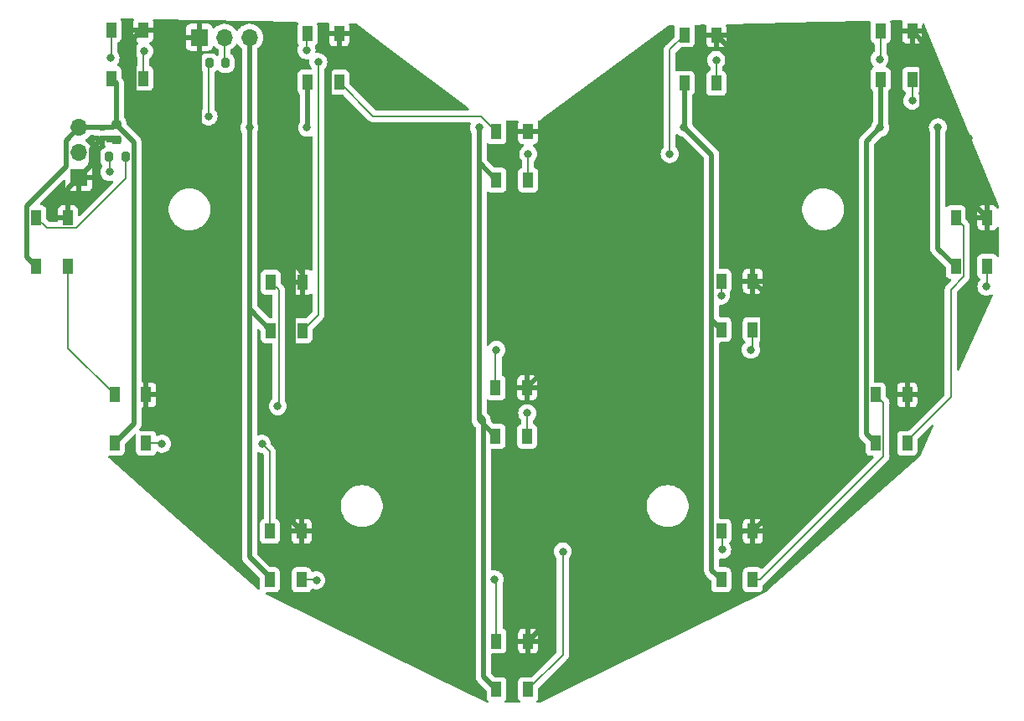
<source format=gtl>
%TF.GenerationSoftware,KiCad,Pcbnew,6.0.4-6f826c9f35~116~ubuntu20.04.1*%
%TF.CreationDate,2022-04-29T20:59:42-06:00*%
%TF.ProjectId,heart,68656172-742e-46b6-9963-61645f706362,rev?*%
%TF.SameCoordinates,Original*%
%TF.FileFunction,Copper,L1,Top*%
%TF.FilePolarity,Positive*%
%FSLAX46Y46*%
G04 Gerber Fmt 4.6, Leading zero omitted, Abs format (unit mm)*
G04 Created by KiCad (PCBNEW 6.0.4-6f826c9f35~116~ubuntu20.04.1) date 2022-04-29 20:59:42*
%MOMM*%
%LPD*%
G01*
G04 APERTURE LIST*
G04 Aperture macros list*
%AMRoundRect*
0 Rectangle with rounded corners*
0 $1 Rounding radius*
0 $2 $3 $4 $5 $6 $7 $8 $9 X,Y pos of 4 corners*
0 Add a 4 corners polygon primitive as box body*
4,1,4,$2,$3,$4,$5,$6,$7,$8,$9,$2,$3,0*
0 Add four circle primitives for the rounded corners*
1,1,$1+$1,$2,$3*
1,1,$1+$1,$4,$5*
1,1,$1+$1,$6,$7*
1,1,$1+$1,$8,$9*
0 Add four rect primitives between the rounded corners*
20,1,$1+$1,$2,$3,$4,$5,0*
20,1,$1+$1,$4,$5,$6,$7,0*
20,1,$1+$1,$6,$7,$8,$9,0*
20,1,$1+$1,$8,$9,$2,$3,0*%
G04 Aperture macros list end*
%TA.AperFunction,SMDPad,CuDef*%
%ADD10R,1.000000X1.500000*%
%TD*%
%TA.AperFunction,SMDPad,CuDef*%
%ADD11RoundRect,0.200000X-0.200000X-0.275000X0.200000X-0.275000X0.200000X0.275000X-0.200000X0.275000X0*%
%TD*%
%TA.AperFunction,ComponentPad*%
%ADD12R,1.700000X1.700000*%
%TD*%
%TA.AperFunction,ComponentPad*%
%ADD13O,1.700000X1.700000*%
%TD*%
%TA.AperFunction,SMDPad,CuDef*%
%ADD14RoundRect,0.225000X-0.250000X0.225000X-0.250000X-0.225000X0.250000X-0.225000X0.250000X0.225000X0*%
%TD*%
%TA.AperFunction,SMDPad,CuDef*%
%ADD15RoundRect,0.140000X-0.170000X0.140000X-0.170000X-0.140000X0.170000X-0.140000X0.170000X0.140000X0*%
%TD*%
%TA.AperFunction,ViaPad*%
%ADD16C,0.800000*%
%TD*%
%TA.AperFunction,Conductor*%
%ADD17C,0.500000*%
%TD*%
%TA.AperFunction,Conductor*%
%ADD18C,0.200000*%
%TD*%
G04 APERTURE END LIST*
D10*
%TO.P,D1,1,VDD*%
%TO.N,VCC*%
X35100000Y-109450000D03*
%TO.P,D1,2,DOUT*%
%TO.N,Net-(D1-Pad2)*%
X38300000Y-109450000D03*
%TO.P,D1,3,VSS*%
%TO.N,GND*%
X38300000Y-104550000D03*
%TO.P,D1,4,DIN*%
%TO.N,Net-(D1-Pad4)*%
X35100000Y-104550000D03*
%TD*%
%TO.P,D12,1,VDD*%
%TO.N,VCC*%
X128000000Y-109450000D03*
%TO.P,D12,2,DOUT*%
%TO.N,Net-(D12-Pad2)*%
X131200000Y-109450000D03*
%TO.P,D12,3,VSS*%
%TO.N,GND*%
X131200000Y-104550000D03*
%TO.P,D12,4,DIN*%
%TO.N,Net-(D10-Pad2)*%
X128000000Y-104550000D03*
%TD*%
%TO.P,D7,1,VDD*%
%TO.N,VCC*%
X42700000Y-90450000D03*
%TO.P,D7,2,DOUT*%
%TO.N,Net-(D7-Pad2)*%
X45900000Y-90450000D03*
%TO.P,D7,3,VSS*%
%TO.N,GND*%
X45900000Y-85550000D03*
%TO.P,D7,4,DIN*%
%TO.N,Net-(D5-Pad2)*%
X42700000Y-85550000D03*
%TD*%
%TO.P,D11,1,VDD*%
%TO.N,VCC*%
X81600000Y-100750000D03*
%TO.P,D11,2,DOUT*%
%TO.N,Net-(D11-Pad2)*%
X84800000Y-100750000D03*
%TO.P,D11,3,VSS*%
%TO.N,GND*%
X84800000Y-95850000D03*
%TO.P,D11,4,DIN*%
%TO.N,Net-(D11-Pad4)*%
X81600000Y-95850000D03*
%TD*%
%TO.P,D3,1,VDD*%
%TO.N,VCC*%
X81500000Y-126650000D03*
%TO.P,D3,2,DOUT*%
%TO.N,Net-(D3-Pad2)*%
X84700000Y-126650000D03*
%TO.P,D3,3,VSS*%
%TO.N,GND*%
X84700000Y-121750000D03*
%TO.P,D3,4,DIN*%
%TO.N,Net-(D14-Pad2)*%
X81500000Y-121750000D03*
%TD*%
%TO.P,D14,1,VDD*%
%TO.N,VCC*%
X104300000Y-115850000D03*
%TO.P,D14,2,DOUT*%
%TO.N,Net-(D14-Pad2)*%
X107500000Y-115850000D03*
%TO.P,D14,3,VSS*%
%TO.N,GND*%
X107500000Y-110950000D03*
%TO.P,D14,4,DIN*%
%TO.N,Net-(D12-Pad2)*%
X104300000Y-110950000D03*
%TD*%
%TO.P,D10,1,VDD*%
%TO.N,VCC*%
X119900000Y-127350000D03*
%TO.P,D10,2,DOUT*%
%TO.N,Net-(D10-Pad2)*%
X123100000Y-127350000D03*
%TO.P,D10,3,VSS*%
%TO.N,GND*%
X123100000Y-122450000D03*
%TO.P,D10,4,DIN*%
%TO.N,Net-(D10-Pad4)*%
X119900000Y-122450000D03*
%TD*%
D11*
%TO.P,R2,1*%
%TO.N,Net-(D15-Pad2)*%
X52575000Y-88900000D03*
%TO.P,R2,2*%
%TO.N,/SIG_OUT*%
X54225000Y-88900000D03*
%TD*%
D10*
%TO.P,D2,1,VDD*%
%TO.N,VCC*%
X43000000Y-127350000D03*
%TO.P,D2,2,DOUT*%
%TO.N,Net-(D2-Pad2)*%
X46200000Y-127350000D03*
%TO.P,D2,3,VSS*%
%TO.N,GND*%
X46200000Y-122450000D03*
%TO.P,D2,4,DIN*%
%TO.N,Net-(D1-Pad2)*%
X43000000Y-122450000D03*
%TD*%
D12*
%TO.P,J2,1,Pin_1*%
%TO.N,GND*%
X51575000Y-86300000D03*
D13*
%TO.P,J2,2,Pin_2*%
%TO.N,/SIG_OUT*%
X54115000Y-86300000D03*
%TO.P,J2,3,Pin_3*%
%TO.N,VCC*%
X56655000Y-86300000D03*
%TD*%
D14*
%TO.P,C1,1*%
%TO.N,VCC*%
X43200000Y-95125000D03*
%TO.P,C1,2*%
%TO.N,GND*%
X43200000Y-96675000D03*
%TD*%
D11*
%TO.P,R1,1*%
%TO.N,/SIG_IN*%
X42475000Y-98400000D03*
%TO.P,R1,2*%
%TO.N,Net-(D1-Pad4)*%
X44125000Y-98400000D03*
%TD*%
D10*
%TO.P,D4,1,VDD*%
%TO.N,VCC*%
X58700000Y-141150000D03*
%TO.P,D4,2,DOUT*%
%TO.N,Net-(D4-Pad2)*%
X61900000Y-141150000D03*
%TO.P,D4,3,VSS*%
%TO.N,GND*%
X61900000Y-136250000D03*
%TO.P,D4,4,DIN*%
%TO.N,Net-(D2-Pad2)*%
X58700000Y-136250000D03*
%TD*%
%TO.P,D15,1,VDD*%
%TO.N,VCC*%
X120400000Y-90550000D03*
%TO.P,D15,2,DOUT*%
%TO.N,Net-(D15-Pad2)*%
X123600000Y-90550000D03*
%TO.P,D15,3,VSS*%
%TO.N,GND*%
X123600000Y-85650000D03*
%TO.P,D15,4,DIN*%
%TO.N,Net-(D13-Pad2)*%
X120400000Y-85650000D03*
%TD*%
%TO.P,D13,1,VDD*%
%TO.N,VCC*%
X100600000Y-90950000D03*
%TO.P,D13,2,DOUT*%
%TO.N,Net-(D13-Pad2)*%
X103800000Y-90950000D03*
%TO.P,D13,3,VSS*%
%TO.N,GND*%
X103800000Y-86050000D03*
%TO.P,D13,4,DIN*%
%TO.N,Net-(D11-Pad2)*%
X100600000Y-86050000D03*
%TD*%
%TO.P,D5,1,VDD*%
%TO.N,VCC*%
X58800000Y-115950000D03*
%TO.P,D5,2,DOUT*%
%TO.N,Net-(D5-Pad2)*%
X62000000Y-115950000D03*
%TO.P,D5,3,VSS*%
%TO.N,GND*%
X62000000Y-111050000D03*
%TO.P,D5,4,DIN*%
%TO.N,Net-(D3-Pad2)*%
X58800000Y-111050000D03*
%TD*%
D15*
%TO.P,C2,1*%
%TO.N,VCC*%
X41800000Y-95520000D03*
%TO.P,C2,2*%
%TO.N,GND*%
X41800000Y-96480000D03*
%TD*%
D10*
%TO.P,D6,1,VDD*%
%TO.N,VCC*%
X81600000Y-152250000D03*
%TO.P,D6,2,DOUT*%
%TO.N,Net-(D6-Pad2)*%
X84800000Y-152250000D03*
%TO.P,D6,3,VSS*%
%TO.N,GND*%
X84800000Y-147350000D03*
%TO.P,D6,4,DIN*%
%TO.N,Net-(D4-Pad2)*%
X81600000Y-147350000D03*
%TD*%
%TO.P,D9,1,VDD*%
%TO.N,VCC*%
X62500000Y-90850000D03*
%TO.P,D9,2,DOUT*%
%TO.N,Net-(D11-Pad4)*%
X65700000Y-90850000D03*
%TO.P,D9,3,VSS*%
%TO.N,GND*%
X65700000Y-85950000D03*
%TO.P,D9,4,DIN*%
%TO.N,Net-(D7-Pad2)*%
X62500000Y-85950000D03*
%TD*%
D12*
%TO.P,J1,1,Pin_1*%
%TO.N,GND*%
X39400000Y-100515000D03*
D13*
%TO.P,J1,2,Pin_2*%
%TO.N,/SIG_IN*%
X39400000Y-97975000D03*
%TO.P,J1,3,Pin_3*%
%TO.N,VCC*%
X39400000Y-95435000D03*
%TD*%
D10*
%TO.P,D8,1,VDD*%
%TO.N,VCC*%
X104300000Y-141150000D03*
%TO.P,D8,2,DOUT*%
%TO.N,Net-(D10-Pad4)*%
X107500000Y-141150000D03*
%TO.P,D8,3,VSS*%
%TO.N,GND*%
X107500000Y-136250000D03*
%TO.P,D8,4,DIN*%
%TO.N,Net-(D6-Pad2)*%
X104300000Y-136250000D03*
%TD*%
D16*
%TO.N,VCC*%
X126200000Y-95400000D03*
X56635000Y-95435000D03*
X100565000Y-95435000D03*
X79835000Y-95435000D03*
X120365000Y-95435000D03*
X62465000Y-95435000D03*
%TO.N,GND*%
X117600000Y-129400000D03*
X124300000Y-98800000D03*
X129300000Y-96500000D03*
X82900000Y-104300000D03*
X117400000Y-86400000D03*
X76600000Y-92900000D03*
X122300000Y-129200000D03*
X106000000Y-91100000D03*
X109700000Y-136800000D03*
X126500000Y-91400000D03*
X106300000Y-138400000D03*
X61100000Y-96500000D03*
X116700000Y-113700000D03*
X116100000Y-98000000D03*
X124600000Y-96500000D03*
X96700000Y-88600000D03*
X68100000Y-86600000D03*
X86500000Y-96500000D03*
X52000000Y-135000000D03*
X117600000Y-91500000D03*
X102100000Y-142500000D03*
X107500000Y-96500000D03*
X121400000Y-97800000D03*
X64800000Y-96500000D03*
X59300000Y-106900000D03*
X107200000Y-86500000D03*
X77400000Y-130900000D03*
X64500000Y-130900000D03*
X78200000Y-151000000D03*
X51600000Y-96500000D03*
X105200000Y-133900000D03*
X58300000Y-119000000D03*
X101300000Y-115900000D03*
X52000000Y-113000000D03*
X87500000Y-152100000D03*
X77600000Y-113300000D03*
X66200000Y-107400000D03*
X48000000Y-86000000D03*
X84400000Y-114500000D03*
X129200000Y-116800000D03*
X88500000Y-120000000D03*
X83900000Y-134200000D03*
X46200000Y-96500000D03*
X130500000Y-101900000D03*
X59300000Y-91000000D03*
X125800000Y-120300000D03*
X116600000Y-109800000D03*
X66700000Y-145400000D03*
%TO.N,Net-(D2-Pad2)*%
X47800000Y-127400000D03*
X57900000Y-127400000D03*
%TO.N,Net-(D3-Pad2)*%
X84700000Y-124300000D03*
X59500000Y-123600000D03*
%TO.N,Net-(D4-Pad2)*%
X63400000Y-141200000D03*
X81400000Y-141100000D03*
%TO.N,/SIG_IN*%
X42500000Y-99900000D03*
%TO.N,Net-(D14-Pad2)*%
X107300000Y-117900000D03*
X81600000Y-117900000D03*
%TO.N,Net-(D5-Pad2)*%
X42600000Y-88400000D03*
X63600000Y-88800000D03*
%TO.N,Net-(D6-Pad2)*%
X88300000Y-138300000D03*
X104400000Y-138100000D03*
%TO.N,Net-(D7-Pad2)*%
X62400000Y-87600000D03*
X46000000Y-87700000D03*
%TO.N,Net-(D11-Pad2)*%
X99100000Y-98100000D03*
X84800000Y-98100000D03*
%TO.N,Net-(D12-Pad2)*%
X131100000Y-111500000D03*
X104300000Y-112400000D03*
%TO.N,Net-(D13-Pad2)*%
X120300000Y-88500000D03*
X103800000Y-88600000D03*
%TO.N,Net-(D15-Pad2)*%
X52500000Y-94300000D03*
X123600000Y-92700000D03*
%TD*%
D17*
%TO.N,VCC*%
X58700000Y-141150000D02*
X58700000Y-140900000D01*
X56635000Y-138835000D02*
X56635000Y-113165000D01*
X34150489Y-103350489D02*
X34150489Y-108500489D01*
X79835000Y-98985000D02*
X79835000Y-98435000D01*
X38100489Y-99400489D02*
X34150489Y-103350489D01*
X120400000Y-90550000D02*
X120400000Y-95400000D01*
X103350489Y-114250489D02*
X103350489Y-98220489D01*
X43000000Y-127350000D02*
X44974520Y-125375480D01*
X58800000Y-115950000D02*
X56635000Y-113785000D01*
X58700000Y-140900000D02*
X56635000Y-138835000D01*
X43200000Y-90950000D02*
X42700000Y-90450000D01*
X44974520Y-125375480D02*
X44974520Y-96899520D01*
X80250000Y-150900000D02*
X81600000Y-152250000D01*
X103350489Y-98220489D02*
X100565000Y-95435000D01*
X126200000Y-95400000D02*
X126200000Y-107650000D01*
X118950489Y-126400489D02*
X118950489Y-96849511D01*
X43200000Y-95125000D02*
X43200000Y-90950000D01*
X100600000Y-95400000D02*
X100565000Y-95435000D01*
X79835000Y-124985000D02*
X79835000Y-124565000D01*
X81500000Y-126650000D02*
X79835000Y-124985000D01*
X104300000Y-141150000D02*
X103350489Y-140200489D01*
X56655000Y-95415000D02*
X56635000Y-95435000D01*
X79835000Y-124565000D02*
X79835000Y-98435000D01*
X81600000Y-100750000D02*
X79835000Y-98985000D01*
X38100489Y-96734511D02*
X38100489Y-99400489D01*
X80250000Y-124980000D02*
X79835000Y-124565000D01*
X126200000Y-107650000D02*
X128000000Y-109450000D01*
X118950489Y-96849511D02*
X120365000Y-95435000D01*
X103350489Y-114900489D02*
X103350489Y-114250489D01*
X56635000Y-113785000D02*
X56635000Y-113165000D01*
X39400000Y-95435000D02*
X42890000Y-95435000D01*
X44974520Y-96899520D02*
X43200000Y-95125000D01*
X120400000Y-95400000D02*
X120365000Y-95435000D01*
X42890000Y-95435000D02*
X43200000Y-95125000D01*
X100600000Y-90950000D02*
X100600000Y-95400000D01*
X119900000Y-127350000D02*
X118950489Y-126400489D01*
X62500000Y-95400000D02*
X62465000Y-95435000D01*
X34150489Y-108500489D02*
X35100000Y-109450000D01*
X39400000Y-95435000D02*
X38100489Y-96734511D01*
X56635000Y-113165000D02*
X56635000Y-95435000D01*
X79835000Y-98435000D02*
X79835000Y-95435000D01*
X56655000Y-86300000D02*
X56655000Y-95415000D01*
X103350489Y-140200489D02*
X103350489Y-114250489D01*
X104300000Y-115850000D02*
X103350489Y-114900489D01*
X62500000Y-90850000D02*
X62500000Y-95400000D01*
X80250000Y-150900000D02*
X80250000Y-124980000D01*
%TO.N,GND*%
X84800000Y-95850000D02*
X85850000Y-95850000D01*
X62000000Y-111050000D02*
X62000000Y-110100000D01*
X64750489Y-89650489D02*
X64750489Y-96450489D01*
X43005000Y-96480000D02*
X43200000Y-96675000D01*
X61050489Y-135400489D02*
X61050489Y-109150489D01*
X107500000Y-89750000D02*
X107500000Y-96500000D01*
X44950489Y-95250489D02*
X46200000Y-96500000D01*
X51575000Y-86300000D02*
X51575000Y-96475000D01*
X108449511Y-111899511D02*
X107500000Y-110950000D01*
X84700000Y-121700000D02*
X86500000Y-119900000D01*
X65700000Y-85950000D02*
X65700000Y-88700978D01*
X65700000Y-88700978D02*
X64750489Y-89650489D01*
X129300000Y-102650000D02*
X131200000Y-104550000D01*
X64750489Y-96450489D02*
X64800000Y-96500000D01*
X103800000Y-86050000D02*
X107500000Y-89750000D01*
X123600000Y-85650000D02*
X124600000Y-86650000D01*
X123100000Y-122450000D02*
X123100000Y-98000000D01*
X45750000Y-85550000D02*
X44950489Y-86349511D01*
X61050489Y-96549511D02*
X61100000Y-96500000D01*
X107500000Y-110950000D02*
X107500000Y-96500000D01*
X38300000Y-101615000D02*
X39400000Y-100515000D01*
X45900000Y-85550000D02*
X45750000Y-85550000D01*
X38300000Y-104550000D02*
X38300000Y-101615000D01*
X124600000Y-86650000D02*
X124600000Y-96500000D01*
X51575000Y-96475000D02*
X51600000Y-96500000D01*
X62000000Y-110100000D02*
X61050489Y-109150489D01*
X40699511Y-99215489D02*
X40699511Y-97580489D01*
X86500000Y-119900000D02*
X86500000Y-96500000D01*
X86500000Y-145650000D02*
X86500000Y-119900000D01*
X129300000Y-96500000D02*
X129300000Y-102650000D01*
X107500000Y-136250000D02*
X108449511Y-135300489D01*
X85850000Y-95850000D02*
X86500000Y-96500000D01*
X108449511Y-135300489D02*
X108449511Y-111899511D01*
X41800000Y-96480000D02*
X43005000Y-96480000D01*
X40699511Y-97580489D02*
X41800000Y-96480000D01*
X39400000Y-100515000D02*
X40699511Y-99215489D01*
X123100000Y-98000000D02*
X124600000Y-96500000D01*
X44950489Y-86349511D02*
X44950489Y-95250489D01*
X61900000Y-136250000D02*
X61050489Y-135400489D01*
X84800000Y-147350000D02*
X86500000Y-145650000D01*
X61050489Y-109150489D02*
X61050489Y-96549511D01*
X84700000Y-121750000D02*
X84700000Y-121700000D01*
X46200000Y-122450000D02*
X46200000Y-96500000D01*
D18*
%TO.N,Net-(D1-Pad2)*%
X38300000Y-109450000D02*
X38300000Y-117750000D01*
X38300000Y-117750000D02*
X43000000Y-122450000D01*
%TO.N,Net-(D1-Pad4)*%
X44125000Y-100574022D02*
X39099511Y-105599511D01*
X36149511Y-105599511D02*
X35100000Y-104550000D01*
X39099511Y-105599511D02*
X36149511Y-105599511D01*
X44125000Y-98400000D02*
X44125000Y-100574022D01*
%TO.N,Net-(D2-Pad2)*%
X47750000Y-127350000D02*
X47800000Y-127400000D01*
X46200000Y-127350000D02*
X47750000Y-127350000D01*
X57900000Y-127400000D02*
X58700000Y-128200000D01*
X58700000Y-128200000D02*
X58700000Y-136250000D01*
%TO.N,Net-(D3-Pad2)*%
X84700000Y-126650000D02*
X84700000Y-124300000D01*
X59599511Y-111849511D02*
X58800000Y-111050000D01*
X59599511Y-123500489D02*
X59599511Y-111849511D01*
X59500000Y-123600000D02*
X59599511Y-123500489D01*
%TO.N,Net-(D4-Pad2)*%
X81600000Y-141300000D02*
X81600000Y-147350000D01*
X61900000Y-141150000D02*
X63350000Y-141150000D01*
X81400000Y-141100000D02*
X81600000Y-141300000D01*
X63350000Y-141150000D02*
X63400000Y-141200000D01*
%TO.N,/SIG_IN*%
X42475000Y-98400000D02*
X42500000Y-98425000D01*
X42500000Y-98425000D02*
X42500000Y-99900000D01*
%TO.N,/SIG_OUT*%
X54225000Y-88900000D02*
X54115000Y-88790000D01*
X54115000Y-88790000D02*
X54115000Y-86300000D01*
%TO.N,Net-(D14-Pad2)*%
X81500000Y-118000000D02*
X81500000Y-121750000D01*
X81600000Y-117900000D02*
X81500000Y-118000000D01*
X107500000Y-117700000D02*
X107300000Y-117900000D01*
X107500000Y-115850000D02*
X107500000Y-117700000D01*
%TO.N,Net-(D5-Pad2)*%
X62000000Y-115950000D02*
X63600000Y-114350000D01*
X63600000Y-114350000D02*
X63600000Y-88800000D01*
X42700000Y-88300000D02*
X42700000Y-85550000D01*
X42600000Y-88400000D02*
X42700000Y-88300000D01*
%TO.N,Net-(D6-Pad2)*%
X104400000Y-138100000D02*
X104400000Y-136350000D01*
X84800000Y-152250000D02*
X88300000Y-148750000D01*
X104400000Y-136350000D02*
X104300000Y-136250000D01*
X88300000Y-148750000D02*
X88300000Y-138300000D01*
%TO.N,Net-(D7-Pad2)*%
X45900000Y-90450000D02*
X45900000Y-87800000D01*
X45900000Y-87800000D02*
X46000000Y-87700000D01*
X62400000Y-86050000D02*
X62500000Y-85950000D01*
X62400000Y-87600000D02*
X62400000Y-86050000D01*
%TO.N,Net-(D10-Pad4)*%
X107500000Y-141150000D02*
X108200000Y-141150000D01*
X108200000Y-141150000D02*
X120699511Y-128650489D01*
X120699511Y-128650489D02*
X120699511Y-123249511D01*
X120699511Y-123249511D02*
X119900000Y-122450000D01*
%TO.N,Net-(D11-Pad4)*%
X69150020Y-94300020D02*
X80050020Y-94300020D01*
X80050020Y-94300020D02*
X81600000Y-95850000D01*
X65700000Y-90850000D02*
X69150020Y-94300020D01*
%TO.N,Net-(D10-Pad2)*%
X127500000Y-111799022D02*
X128799511Y-110499511D01*
X127500000Y-122700000D02*
X127500000Y-111799022D01*
X128799511Y-105349511D02*
X128000000Y-104550000D01*
X128799511Y-110499511D02*
X128799511Y-105349511D01*
X123100000Y-127100000D02*
X127500000Y-122700000D01*
X123100000Y-127350000D02*
X123100000Y-127100000D01*
%TO.N,Net-(D11-Pad2)*%
X84800000Y-100750000D02*
X84800000Y-98100000D01*
X99100000Y-98100000D02*
X99100000Y-87550000D01*
X99100000Y-87550000D02*
X100600000Y-86050000D01*
%TO.N,Net-(D12-Pad2)*%
X104300000Y-112400000D02*
X104300000Y-110950000D01*
X131200000Y-109450000D02*
X131200000Y-111400000D01*
X131200000Y-111400000D02*
X131100000Y-111500000D01*
%TO.N,Net-(D13-Pad2)*%
X120300000Y-88500000D02*
X120400000Y-88400000D01*
X120400000Y-88400000D02*
X120400000Y-85650000D01*
X103800000Y-90950000D02*
X103800000Y-88600000D01*
%TO.N,Net-(D15-Pad2)*%
X52500000Y-94300000D02*
X52500000Y-88975000D01*
X123600000Y-90550000D02*
X123600000Y-92700000D01*
X52500000Y-88975000D02*
X52575000Y-88900000D01*
%TD*%
%TA.AperFunction,Conductor*%
%TO.N,GND*%
G36*
X122566560Y-84584369D02*
G01*
X122614269Y-84636946D01*
X122625979Y-84706971D01*
X122618866Y-84736129D01*
X122601522Y-84782394D01*
X122597895Y-84797649D01*
X122592369Y-84848514D01*
X122592000Y-84855328D01*
X122592000Y-85377885D01*
X122596475Y-85393124D01*
X122597865Y-85394329D01*
X122605548Y-85396000D01*
X124589884Y-85396000D01*
X124605123Y-85391525D01*
X124606328Y-85390135D01*
X124607999Y-85382452D01*
X124607999Y-85029157D01*
X124628001Y-84961036D01*
X124681657Y-84914543D01*
X124751931Y-84904439D01*
X124816511Y-84933933D01*
X124850694Y-84981637D01*
X132332718Y-103355214D01*
X132358196Y-103417781D01*
X132365363Y-103488415D01*
X132333204Y-103551710D01*
X132271930Y-103587571D01*
X132200995Y-103584613D01*
X132140675Y-103540866D01*
X132068285Y-103444276D01*
X132055724Y-103431715D01*
X131953649Y-103355214D01*
X131938054Y-103346676D01*
X131817606Y-103301522D01*
X131802351Y-103297895D01*
X131751486Y-103292369D01*
X131744672Y-103292000D01*
X131472115Y-103292000D01*
X131456876Y-103296475D01*
X131455671Y-103297865D01*
X131454000Y-103305548D01*
X131454000Y-105789884D01*
X131458475Y-105805123D01*
X131459865Y-105806328D01*
X131467548Y-105807999D01*
X131744669Y-105807999D01*
X131751490Y-105807629D01*
X131802352Y-105802105D01*
X131817604Y-105798479D01*
X131938054Y-105753324D01*
X131953649Y-105744786D01*
X132055724Y-105668285D01*
X132068285Y-105655724D01*
X132144788Y-105553646D01*
X132154980Y-105535030D01*
X132205238Y-105484884D01*
X132274629Y-105469870D01*
X132341122Y-105494755D01*
X132383605Y-105551638D01*
X132391500Y-105595539D01*
X132391500Y-108403408D01*
X132371498Y-108471529D01*
X132317842Y-108518022D01*
X132247568Y-108528126D01*
X132182988Y-108498632D01*
X132154981Y-108463918D01*
X132153764Y-108461696D01*
X132150615Y-108453295D01*
X132063261Y-108336739D01*
X131946705Y-108249385D01*
X131810316Y-108198255D01*
X131748134Y-108191500D01*
X130651866Y-108191500D01*
X130589684Y-108198255D01*
X130453295Y-108249385D01*
X130336739Y-108336739D01*
X130249385Y-108453295D01*
X130198255Y-108589684D01*
X130191500Y-108651866D01*
X130191500Y-110248134D01*
X130198255Y-110310316D01*
X130249385Y-110446705D01*
X130336739Y-110563261D01*
X130395830Y-110607547D01*
X130453295Y-110650615D01*
X130451535Y-110652963D01*
X130491207Y-110692720D01*
X130506225Y-110762110D01*
X130481344Y-110828604D01*
X130474194Y-110837297D01*
X130360960Y-110963056D01*
X130265473Y-111128444D01*
X130206458Y-111310072D01*
X130205768Y-111316633D01*
X130205768Y-111316635D01*
X130197327Y-111396947D01*
X130186496Y-111500000D01*
X130206458Y-111689928D01*
X130265473Y-111871556D01*
X130268776Y-111877278D01*
X130268777Y-111877279D01*
X130275769Y-111889389D01*
X130360960Y-112036944D01*
X130365378Y-112041851D01*
X130365379Y-112041852D01*
X130391346Y-112070691D01*
X130488747Y-112178866D01*
X130643248Y-112291118D01*
X130649276Y-112293802D01*
X130649278Y-112293803D01*
X130727214Y-112328502D01*
X130817712Y-112368794D01*
X130911112Y-112388647D01*
X130998056Y-112407128D01*
X130998061Y-112407128D01*
X131004513Y-112408500D01*
X131195487Y-112408500D01*
X131201939Y-112407128D01*
X131201944Y-112407128D01*
X131288888Y-112388647D01*
X131382288Y-112368794D01*
X131556752Y-112291118D01*
X131557197Y-112292118D01*
X131620059Y-112276872D01*
X131687150Y-112300096D01*
X131731034Y-112355906D01*
X131737779Y-112426581D01*
X131728852Y-112454671D01*
X128372800Y-119871133D01*
X128349294Y-119923079D01*
X128302987Y-119976895D01*
X128234936Y-119997132D01*
X128166746Y-119977366D01*
X128120068Y-119923871D01*
X128108500Y-119871133D01*
X128108500Y-112103261D01*
X128128502Y-112035140D01*
X128145405Y-112014166D01*
X129195745Y-110963826D01*
X129208136Y-110952959D01*
X129226948Y-110938524D01*
X129233498Y-110933498D01*
X129257985Y-110901586D01*
X129257991Y-110901580D01*
X129326007Y-110812940D01*
X129326008Y-110812938D01*
X129331035Y-110806387D01*
X129392349Y-110658362D01*
X129399039Y-110607547D01*
X129408011Y-110539396D01*
X129408011Y-110539391D01*
X129413261Y-110499511D01*
X129409089Y-110467818D01*
X129408011Y-110451375D01*
X129408011Y-105397647D01*
X129409089Y-105381201D01*
X129412183Y-105357699D01*
X129413261Y-105349511D01*
X129412624Y-105344669D01*
X130192001Y-105344669D01*
X130192371Y-105351490D01*
X130197895Y-105402352D01*
X130201521Y-105417604D01*
X130246676Y-105538054D01*
X130255214Y-105553649D01*
X130331715Y-105655724D01*
X130344276Y-105668285D01*
X130446351Y-105744786D01*
X130461946Y-105753324D01*
X130582394Y-105798478D01*
X130597649Y-105802105D01*
X130648514Y-105807631D01*
X130655328Y-105808000D01*
X130927885Y-105808000D01*
X130943124Y-105803525D01*
X130944329Y-105802135D01*
X130946000Y-105794452D01*
X130946000Y-104822115D01*
X130941525Y-104806876D01*
X130940135Y-104805671D01*
X130932452Y-104804000D01*
X130210116Y-104804000D01*
X130194877Y-104808475D01*
X130193672Y-104809865D01*
X130192001Y-104817548D01*
X130192001Y-105344669D01*
X129412624Y-105344669D01*
X129408011Y-105309633D01*
X129408011Y-105309626D01*
X129392349Y-105190661D01*
X129331035Y-105042636D01*
X129326008Y-105036085D01*
X129326006Y-105036081D01*
X129311233Y-105016829D01*
X129257994Y-104947447D01*
X129257988Y-104947439D01*
X129257985Y-104947436D01*
X129233498Y-104915524D01*
X129216498Y-104902479D01*
X129208132Y-104896059D01*
X129195741Y-104885192D01*
X129045405Y-104734856D01*
X129011379Y-104672544D01*
X129008500Y-104645761D01*
X129008500Y-104277885D01*
X130192000Y-104277885D01*
X130196475Y-104293124D01*
X130197865Y-104294329D01*
X130205548Y-104296000D01*
X130927885Y-104296000D01*
X130943124Y-104291525D01*
X130944329Y-104290135D01*
X130946000Y-104282452D01*
X130946000Y-103310116D01*
X130941525Y-103294877D01*
X130940135Y-103293672D01*
X130932452Y-103292001D01*
X130655331Y-103292001D01*
X130648510Y-103292371D01*
X130597648Y-103297895D01*
X130582396Y-103301521D01*
X130461946Y-103346676D01*
X130446351Y-103355214D01*
X130344276Y-103431715D01*
X130331715Y-103444276D01*
X130255214Y-103546351D01*
X130246676Y-103561946D01*
X130201522Y-103682394D01*
X130197895Y-103697649D01*
X130192369Y-103748514D01*
X130192000Y-103755328D01*
X130192000Y-104277885D01*
X129008500Y-104277885D01*
X129008500Y-103751866D01*
X129001745Y-103689684D01*
X128950615Y-103553295D01*
X128863261Y-103436739D01*
X128746705Y-103349385D01*
X128610316Y-103298255D01*
X128548134Y-103291500D01*
X127451866Y-103291500D01*
X127389684Y-103298255D01*
X127253295Y-103349385D01*
X127213943Y-103378878D01*
X127160065Y-103419257D01*
X127093559Y-103444105D01*
X127024176Y-103429052D01*
X126973946Y-103378878D01*
X126958500Y-103318431D01*
X126958500Y-95936999D01*
X126975381Y-95873999D01*
X127031223Y-95777279D01*
X127031224Y-95777278D01*
X127034527Y-95771556D01*
X127093542Y-95589928D01*
X127113504Y-95400000D01*
X127098488Y-95257128D01*
X127094232Y-95216635D01*
X127094232Y-95216633D01*
X127093542Y-95210072D01*
X127034527Y-95028444D01*
X127016748Y-94997649D01*
X126994215Y-94958622D01*
X126939040Y-94863056D01*
X126915921Y-94837379D01*
X126815675Y-94726045D01*
X126815674Y-94726044D01*
X126811253Y-94721134D01*
X126689661Y-94632792D01*
X126662094Y-94612763D01*
X126662093Y-94612762D01*
X126656752Y-94608882D01*
X126650724Y-94606198D01*
X126650722Y-94606197D01*
X126488319Y-94533891D01*
X126488318Y-94533891D01*
X126482288Y-94531206D01*
X126388887Y-94511353D01*
X126301944Y-94492872D01*
X126301939Y-94492872D01*
X126295487Y-94491500D01*
X126104513Y-94491500D01*
X126098061Y-94492872D01*
X126098056Y-94492872D01*
X126011112Y-94511353D01*
X125917712Y-94531206D01*
X125911682Y-94533891D01*
X125911681Y-94533891D01*
X125749278Y-94606197D01*
X125749276Y-94606198D01*
X125743248Y-94608882D01*
X125737907Y-94612762D01*
X125737906Y-94612763D01*
X125710339Y-94632792D01*
X125588747Y-94721134D01*
X125584326Y-94726044D01*
X125584325Y-94726045D01*
X125484080Y-94837379D01*
X125460960Y-94863056D01*
X125405785Y-94958622D01*
X125383253Y-94997649D01*
X125365473Y-95028444D01*
X125306458Y-95210072D01*
X125305768Y-95216633D01*
X125305768Y-95216635D01*
X125301512Y-95257128D01*
X125286496Y-95400000D01*
X125306458Y-95589928D01*
X125365473Y-95771556D01*
X125368776Y-95777278D01*
X125368777Y-95777279D01*
X125424619Y-95873999D01*
X125441500Y-95936999D01*
X125441500Y-107582930D01*
X125440067Y-107601880D01*
X125436801Y-107623349D01*
X125437394Y-107630641D01*
X125437394Y-107630644D01*
X125441085Y-107676018D01*
X125441500Y-107686233D01*
X125441500Y-107694293D01*
X125441925Y-107697937D01*
X125444789Y-107722507D01*
X125445222Y-107726882D01*
X125451140Y-107799637D01*
X125453396Y-107806601D01*
X125454587Y-107812560D01*
X125455971Y-107818415D01*
X125456818Y-107825681D01*
X125481735Y-107894327D01*
X125483152Y-107898455D01*
X125505649Y-107967899D01*
X125509445Y-107974154D01*
X125511951Y-107979628D01*
X125514670Y-107985058D01*
X125517167Y-107991937D01*
X125521180Y-107998057D01*
X125521180Y-107998058D01*
X125557186Y-108052976D01*
X125559523Y-108056680D01*
X125597405Y-108119107D01*
X125601121Y-108123315D01*
X125601122Y-108123316D01*
X125604803Y-108127484D01*
X125604776Y-108127508D01*
X125607429Y-108130500D01*
X125610132Y-108133733D01*
X125614144Y-108139852D01*
X125619456Y-108144884D01*
X125670383Y-108193128D01*
X125672825Y-108195506D01*
X126954595Y-109477276D01*
X126988621Y-109539588D01*
X126991500Y-109566371D01*
X126991500Y-110248134D01*
X126998255Y-110310316D01*
X127049385Y-110446705D01*
X127136739Y-110563261D01*
X127253295Y-110650615D01*
X127389684Y-110701745D01*
X127426983Y-110705797D01*
X127441278Y-110707350D01*
X127506840Y-110734592D01*
X127547266Y-110792955D01*
X127549721Y-110863909D01*
X127516765Y-110921708D01*
X127103766Y-111334707D01*
X127091375Y-111345574D01*
X127066013Y-111365035D01*
X127041526Y-111396947D01*
X127041523Y-111396950D01*
X127041517Y-111396958D01*
X127002787Y-111447432D01*
X126968476Y-111492146D01*
X126907162Y-111640171D01*
X126907162Y-111640172D01*
X126905414Y-111653448D01*
X126900515Y-111690661D01*
X126891500Y-111759137D01*
X126891500Y-111759142D01*
X126886250Y-111799022D01*
X126888697Y-111817606D01*
X126890422Y-111830712D01*
X126891500Y-111847158D01*
X126891500Y-122395761D01*
X126871498Y-122463882D01*
X126854595Y-122484856D01*
X123284856Y-126054595D01*
X123222544Y-126088621D01*
X123195761Y-126091500D01*
X122551866Y-126091500D01*
X122489684Y-126098255D01*
X122353295Y-126149385D01*
X122236739Y-126236739D01*
X122149385Y-126353295D01*
X122098255Y-126489684D01*
X122091500Y-126551866D01*
X122091500Y-128148134D01*
X122098255Y-128210316D01*
X122149385Y-128346705D01*
X122236739Y-128463261D01*
X122353295Y-128550615D01*
X122489684Y-128601745D01*
X122551866Y-128608500D01*
X123648134Y-128608500D01*
X123710316Y-128601745D01*
X123846705Y-128550615D01*
X123963261Y-128463261D01*
X124050615Y-128346705D01*
X124101745Y-128210316D01*
X124108500Y-128148134D01*
X124108500Y-127004239D01*
X124128502Y-126936118D01*
X124145405Y-126915144D01*
X125555797Y-125504752D01*
X125618109Y-125470726D01*
X125688924Y-125475791D01*
X125745760Y-125518338D01*
X125770571Y-125584858D01*
X125759686Y-125645793D01*
X125705123Y-125766371D01*
X124396315Y-128658678D01*
X124393134Y-128665707D01*
X124361526Y-128708397D01*
X109101230Y-142121906D01*
X108827663Y-142362366D01*
X108800041Y-142380815D01*
X89088573Y-152065144D01*
X86008112Y-153578588D01*
X85952551Y-153591500D01*
X85736941Y-153591500D01*
X85668820Y-153571498D01*
X85622327Y-153517842D01*
X85612223Y-153447568D01*
X85641717Y-153382988D01*
X85650005Y-153375266D01*
X85649731Y-153374992D01*
X85656081Y-153368642D01*
X85663261Y-153363261D01*
X85750615Y-153246705D01*
X85801745Y-153110316D01*
X85808500Y-153048134D01*
X85808500Y-152154239D01*
X85828502Y-152086118D01*
X85845405Y-152065144D01*
X88696234Y-149214315D01*
X88708625Y-149203448D01*
X88727437Y-149189013D01*
X88733987Y-149183987D01*
X88758474Y-149152075D01*
X88758477Y-149152072D01*
X88831523Y-149056876D01*
X88831524Y-149056875D01*
X88892838Y-148908850D01*
X88908500Y-148789885D01*
X88908500Y-148789878D01*
X88913750Y-148750000D01*
X88909578Y-148718307D01*
X88908500Y-148701864D01*
X88908500Y-139030290D01*
X88928502Y-138962169D01*
X88940864Y-138945980D01*
X89034621Y-138841852D01*
X89034622Y-138841851D01*
X89039040Y-138836944D01*
X89134527Y-138671556D01*
X89193542Y-138489928D01*
X89194872Y-138477279D01*
X89212814Y-138306565D01*
X89213504Y-138300000D01*
X89193542Y-138110072D01*
X89134527Y-137928444D01*
X89039040Y-137763056D01*
X88911253Y-137621134D01*
X88756752Y-137508882D01*
X88750724Y-137506198D01*
X88750722Y-137506197D01*
X88588319Y-137433891D01*
X88588318Y-137433891D01*
X88582288Y-137431206D01*
X88488888Y-137411353D01*
X88401944Y-137392872D01*
X88401939Y-137392872D01*
X88395487Y-137391500D01*
X88204513Y-137391500D01*
X88198061Y-137392872D01*
X88198056Y-137392872D01*
X88111112Y-137411353D01*
X88017712Y-137431206D01*
X88011682Y-137433891D01*
X88011681Y-137433891D01*
X87849278Y-137506197D01*
X87849276Y-137506198D01*
X87843248Y-137508882D01*
X87688747Y-137621134D01*
X87560960Y-137763056D01*
X87465473Y-137928444D01*
X87406458Y-138110072D01*
X87386496Y-138300000D01*
X87387186Y-138306565D01*
X87405129Y-138477279D01*
X87406458Y-138489928D01*
X87465473Y-138671556D01*
X87560960Y-138836944D01*
X87565378Y-138841851D01*
X87565379Y-138841852D01*
X87659136Y-138945980D01*
X87689854Y-139009987D01*
X87691500Y-139030290D01*
X87691500Y-148445761D01*
X87671498Y-148513882D01*
X87654595Y-148534856D01*
X85234856Y-150954595D01*
X85172544Y-150988621D01*
X85145761Y-150991500D01*
X84251866Y-150991500D01*
X84189684Y-150998255D01*
X84053295Y-151049385D01*
X83936739Y-151136739D01*
X83849385Y-151253295D01*
X83798255Y-151389684D01*
X83791500Y-151451866D01*
X83791500Y-153048134D01*
X83798255Y-153110316D01*
X83849385Y-153246705D01*
X83936739Y-153363261D01*
X83943919Y-153368642D01*
X83950269Y-153374992D01*
X83948022Y-153377239D01*
X83981143Y-153421544D01*
X83986162Y-153492363D01*
X83952097Y-153554653D01*
X83889762Y-153588638D01*
X83863059Y-153591500D01*
X82536941Y-153591500D01*
X82468820Y-153571498D01*
X82422327Y-153517842D01*
X82412223Y-153447568D01*
X82441717Y-153382988D01*
X82450005Y-153375266D01*
X82449731Y-153374992D01*
X82456081Y-153368642D01*
X82463261Y-153363261D01*
X82550615Y-153246705D01*
X82601745Y-153110316D01*
X82608500Y-153048134D01*
X82608500Y-151451866D01*
X82601745Y-151389684D01*
X82550615Y-151253295D01*
X82463261Y-151136739D01*
X82346705Y-151049385D01*
X82210316Y-150998255D01*
X82148134Y-150991500D01*
X81466371Y-150991500D01*
X81398250Y-150971498D01*
X81377276Y-150954595D01*
X81045405Y-150622724D01*
X81011379Y-150560412D01*
X81008500Y-150533629D01*
X81008500Y-148734500D01*
X81028502Y-148666379D01*
X81082158Y-148619886D01*
X81134500Y-148608500D01*
X82148134Y-148608500D01*
X82210316Y-148601745D01*
X82346705Y-148550615D01*
X82463261Y-148463261D01*
X82550615Y-148346705D01*
X82601745Y-148210316D01*
X82608500Y-148148134D01*
X82608500Y-148144669D01*
X83792001Y-148144669D01*
X83792371Y-148151490D01*
X83797895Y-148202352D01*
X83801521Y-148217604D01*
X83846676Y-148338054D01*
X83855214Y-148353649D01*
X83931715Y-148455724D01*
X83944276Y-148468285D01*
X84046351Y-148544786D01*
X84061946Y-148553324D01*
X84182394Y-148598478D01*
X84197649Y-148602105D01*
X84248514Y-148607631D01*
X84255328Y-148608000D01*
X84527885Y-148608000D01*
X84543124Y-148603525D01*
X84544329Y-148602135D01*
X84546000Y-148594452D01*
X84546000Y-148589884D01*
X85054000Y-148589884D01*
X85058475Y-148605123D01*
X85059865Y-148606328D01*
X85067548Y-148607999D01*
X85344669Y-148607999D01*
X85351490Y-148607629D01*
X85402352Y-148602105D01*
X85417604Y-148598479D01*
X85538054Y-148553324D01*
X85553649Y-148544786D01*
X85655724Y-148468285D01*
X85668285Y-148455724D01*
X85744786Y-148353649D01*
X85753324Y-148338054D01*
X85798478Y-148217606D01*
X85802105Y-148202351D01*
X85807631Y-148151486D01*
X85808000Y-148144672D01*
X85808000Y-147622115D01*
X85803525Y-147606876D01*
X85802135Y-147605671D01*
X85794452Y-147604000D01*
X85072115Y-147604000D01*
X85056876Y-147608475D01*
X85055671Y-147609865D01*
X85054000Y-147617548D01*
X85054000Y-148589884D01*
X84546000Y-148589884D01*
X84546000Y-147622115D01*
X84541525Y-147606876D01*
X84540135Y-147605671D01*
X84532452Y-147604000D01*
X83810116Y-147604000D01*
X83794877Y-147608475D01*
X83793672Y-147609865D01*
X83792001Y-147617548D01*
X83792001Y-148144669D01*
X82608500Y-148144669D01*
X82608500Y-147077885D01*
X83792000Y-147077885D01*
X83796475Y-147093124D01*
X83797865Y-147094329D01*
X83805548Y-147096000D01*
X84527885Y-147096000D01*
X84543124Y-147091525D01*
X84544329Y-147090135D01*
X84546000Y-147082452D01*
X84546000Y-147077885D01*
X85054000Y-147077885D01*
X85058475Y-147093124D01*
X85059865Y-147094329D01*
X85067548Y-147096000D01*
X85789884Y-147096000D01*
X85805123Y-147091525D01*
X85806328Y-147090135D01*
X85807999Y-147082452D01*
X85807999Y-146555331D01*
X85807629Y-146548510D01*
X85802105Y-146497648D01*
X85798479Y-146482396D01*
X85753324Y-146361946D01*
X85744786Y-146346351D01*
X85668285Y-146244276D01*
X85655724Y-146231715D01*
X85553649Y-146155214D01*
X85538054Y-146146676D01*
X85417606Y-146101522D01*
X85402351Y-146097895D01*
X85351486Y-146092369D01*
X85344672Y-146092000D01*
X85072115Y-146092000D01*
X85056876Y-146096475D01*
X85055671Y-146097865D01*
X85054000Y-146105548D01*
X85054000Y-147077885D01*
X84546000Y-147077885D01*
X84546000Y-146110116D01*
X84541525Y-146094877D01*
X84540135Y-146093672D01*
X84532452Y-146092001D01*
X84255331Y-146092001D01*
X84248510Y-146092371D01*
X84197648Y-146097895D01*
X84182396Y-146101521D01*
X84061946Y-146146676D01*
X84046351Y-146155214D01*
X83944276Y-146231715D01*
X83931715Y-146244276D01*
X83855214Y-146346351D01*
X83846676Y-146361946D01*
X83801522Y-146482394D01*
X83797895Y-146497649D01*
X83792369Y-146548514D01*
X83792000Y-146555328D01*
X83792000Y-147077885D01*
X82608500Y-147077885D01*
X82608500Y-146551866D01*
X82601745Y-146489684D01*
X82550615Y-146353295D01*
X82463261Y-146236739D01*
X82346705Y-146149385D01*
X82336092Y-146145406D01*
X82290270Y-146128228D01*
X82233505Y-146085586D01*
X82208806Y-146019024D01*
X82208500Y-146010246D01*
X82208500Y-141550397D01*
X82225380Y-141487398D01*
X82234527Y-141471556D01*
X82293542Y-141289928D01*
X82313504Y-141100000D01*
X82304052Y-141010072D01*
X82294232Y-140916635D01*
X82294232Y-140916633D01*
X82293542Y-140910072D01*
X82234527Y-140728444D01*
X82215434Y-140695373D01*
X82196775Y-140663056D01*
X82139040Y-140563056D01*
X82011253Y-140421134D01*
X81911239Y-140348469D01*
X81862094Y-140312763D01*
X81862093Y-140312762D01*
X81856752Y-140308882D01*
X81850724Y-140306198D01*
X81850722Y-140306197D01*
X81688319Y-140233891D01*
X81688318Y-140233891D01*
X81682288Y-140231206D01*
X81588887Y-140211353D01*
X81501944Y-140192872D01*
X81501939Y-140192872D01*
X81495487Y-140191500D01*
X81304513Y-140191500D01*
X81298061Y-140192872D01*
X81298056Y-140192872D01*
X81160697Y-140222069D01*
X81089906Y-140216667D01*
X81033274Y-140173850D01*
X81008780Y-140107212D01*
X81008500Y-140098822D01*
X81008500Y-133832703D01*
X96790743Y-133832703D01*
X96828268Y-134117734D01*
X96904129Y-134395036D01*
X97016923Y-134659476D01*
X97164561Y-134906161D01*
X97344313Y-135130528D01*
X97552851Y-135328423D01*
X97786317Y-135496186D01*
X97790112Y-135498195D01*
X97790113Y-135498196D01*
X97811869Y-135509715D01*
X98040392Y-135630712D01*
X98310373Y-135729511D01*
X98591264Y-135790755D01*
X98619841Y-135793004D01*
X98814282Y-135808307D01*
X98814291Y-135808307D01*
X98816739Y-135808500D01*
X98972271Y-135808500D01*
X98974407Y-135808354D01*
X98974418Y-135808354D01*
X99182548Y-135794165D01*
X99182554Y-135794164D01*
X99186825Y-135793873D01*
X99191020Y-135793004D01*
X99191022Y-135793004D01*
X99327584Y-135764723D01*
X99468342Y-135735574D01*
X99739343Y-135639607D01*
X99994812Y-135507750D01*
X99998313Y-135505289D01*
X99998317Y-135505287D01*
X100162803Y-135389684D01*
X100230023Y-135342441D01*
X100440622Y-135146740D01*
X100622713Y-134924268D01*
X100772927Y-134679142D01*
X100888483Y-134415898D01*
X100967244Y-134139406D01*
X101007751Y-133854784D01*
X101007845Y-133836951D01*
X101009235Y-133571583D01*
X101009235Y-133571576D01*
X101009257Y-133567297D01*
X100971732Y-133282266D01*
X100895871Y-133004964D01*
X100783077Y-132740524D01*
X100635439Y-132493839D01*
X100455687Y-132269472D01*
X100247149Y-132071577D01*
X100013683Y-131903814D01*
X99991843Y-131892250D01*
X99968654Y-131879972D01*
X99759608Y-131769288D01*
X99489627Y-131670489D01*
X99208736Y-131609245D01*
X99177685Y-131606801D01*
X98985718Y-131591693D01*
X98985709Y-131591693D01*
X98983261Y-131591500D01*
X98827729Y-131591500D01*
X98825593Y-131591646D01*
X98825582Y-131591646D01*
X98617452Y-131605835D01*
X98617446Y-131605836D01*
X98613175Y-131606127D01*
X98608980Y-131606996D01*
X98608978Y-131606996D01*
X98472416Y-131635277D01*
X98331658Y-131664426D01*
X98060657Y-131760393D01*
X97805188Y-131892250D01*
X97801687Y-131894711D01*
X97801683Y-131894713D01*
X97791594Y-131901804D01*
X97569977Y-132057559D01*
X97359378Y-132253260D01*
X97177287Y-132475732D01*
X97027073Y-132720858D01*
X96911517Y-132984102D01*
X96832756Y-133260594D01*
X96792249Y-133545216D01*
X96792227Y-133549505D01*
X96792226Y-133549512D01*
X96790765Y-133828417D01*
X96790743Y-133832703D01*
X81008500Y-133832703D01*
X81008500Y-128034500D01*
X81028502Y-127966379D01*
X81082158Y-127919886D01*
X81134500Y-127908500D01*
X82048134Y-127908500D01*
X82110316Y-127901745D01*
X82246705Y-127850615D01*
X82363261Y-127763261D01*
X82450615Y-127646705D01*
X82501745Y-127510316D01*
X82508500Y-127448134D01*
X83691500Y-127448134D01*
X83698255Y-127510316D01*
X83749385Y-127646705D01*
X83836739Y-127763261D01*
X83953295Y-127850615D01*
X84089684Y-127901745D01*
X84151866Y-127908500D01*
X85248134Y-127908500D01*
X85310316Y-127901745D01*
X85446705Y-127850615D01*
X85563261Y-127763261D01*
X85650615Y-127646705D01*
X85701745Y-127510316D01*
X85708500Y-127448134D01*
X85708500Y-125851866D01*
X85701745Y-125789684D01*
X85650615Y-125653295D01*
X85563261Y-125536739D01*
X85446705Y-125449385D01*
X85411129Y-125436048D01*
X85390270Y-125428228D01*
X85333505Y-125385586D01*
X85308806Y-125319024D01*
X85308500Y-125310246D01*
X85308500Y-125030290D01*
X85328502Y-124962169D01*
X85340864Y-124945980D01*
X85434621Y-124841852D01*
X85434622Y-124841851D01*
X85439040Y-124836944D01*
X85534527Y-124671556D01*
X85593542Y-124489928D01*
X85596046Y-124466109D01*
X85612814Y-124306565D01*
X85613504Y-124300000D01*
X85596882Y-124141852D01*
X85594232Y-124116635D01*
X85594232Y-124116633D01*
X85593542Y-124110072D01*
X85534527Y-123928444D01*
X85439040Y-123763056D01*
X85407928Y-123728502D01*
X85315675Y-123626045D01*
X85315674Y-123626044D01*
X85311253Y-123621134D01*
X85156752Y-123508882D01*
X85150724Y-123506198D01*
X85150722Y-123506197D01*
X84988319Y-123433891D01*
X84988318Y-123433891D01*
X84982288Y-123431206D01*
X84882861Y-123410072D01*
X84801944Y-123392872D01*
X84801939Y-123392872D01*
X84795487Y-123391500D01*
X84604513Y-123391500D01*
X84598061Y-123392872D01*
X84598056Y-123392872D01*
X84517139Y-123410072D01*
X84417712Y-123431206D01*
X84411682Y-123433891D01*
X84411681Y-123433891D01*
X84249278Y-123506197D01*
X84249276Y-123506198D01*
X84243248Y-123508882D01*
X84088747Y-123621134D01*
X84084326Y-123626044D01*
X84084325Y-123626045D01*
X83992073Y-123728502D01*
X83960960Y-123763056D01*
X83865473Y-123928444D01*
X83806458Y-124110072D01*
X83805768Y-124116633D01*
X83805768Y-124116635D01*
X83803118Y-124141852D01*
X83786496Y-124300000D01*
X83787186Y-124306565D01*
X83803955Y-124466109D01*
X83806458Y-124489928D01*
X83865473Y-124671556D01*
X83960960Y-124836944D01*
X83965378Y-124841851D01*
X83965379Y-124841852D01*
X84059136Y-124945980D01*
X84089854Y-125009987D01*
X84091500Y-125030290D01*
X84091500Y-125310246D01*
X84071498Y-125378367D01*
X84017842Y-125424860D01*
X84009730Y-125428228D01*
X83988871Y-125436048D01*
X83953295Y-125449385D01*
X83836739Y-125536739D01*
X83749385Y-125653295D01*
X83698255Y-125789684D01*
X83691500Y-125851866D01*
X83691500Y-127448134D01*
X82508500Y-127448134D01*
X82508500Y-125851866D01*
X82501745Y-125789684D01*
X82450615Y-125653295D01*
X82363261Y-125536739D01*
X82246705Y-125449385D01*
X82110316Y-125398255D01*
X82048134Y-125391500D01*
X81366371Y-125391500D01*
X81298250Y-125371498D01*
X81277276Y-125354595D01*
X81047180Y-125124499D01*
X81013154Y-125062187D01*
X81011858Y-125021207D01*
X81011843Y-125021206D01*
X81011851Y-125020978D01*
X81011708Y-125016458D01*
X81012098Y-125013892D01*
X81012098Y-125013887D01*
X81013199Y-125006651D01*
X81008915Y-124953982D01*
X81008500Y-124943767D01*
X81008500Y-124935707D01*
X81005209Y-124907480D01*
X81004778Y-124903121D01*
X80999454Y-124837662D01*
X80999453Y-124837659D01*
X80998860Y-124830364D01*
X80996604Y-124823400D01*
X80995417Y-124817461D01*
X80994030Y-124811590D01*
X80993182Y-124804319D01*
X80990686Y-124797443D01*
X80990684Y-124797434D01*
X80968275Y-124735702D01*
X80966865Y-124731598D01*
X80944352Y-124662101D01*
X80940556Y-124655846D01*
X80938057Y-124650387D01*
X80935329Y-124644939D01*
X80932833Y-124638063D01*
X80892805Y-124577010D01*
X80890481Y-124573327D01*
X80855504Y-124515686D01*
X80855501Y-124515682D01*
X80852595Y-124510893D01*
X80845197Y-124502517D01*
X80845224Y-124502493D01*
X80842580Y-124499512D01*
X80839872Y-124496273D01*
X80835856Y-124490148D01*
X80779620Y-124436874D01*
X80777179Y-124434498D01*
X80630405Y-124287725D01*
X80596380Y-124225413D01*
X80593500Y-124198629D01*
X80593500Y-123072509D01*
X80613502Y-123004388D01*
X80667158Y-122957895D01*
X80737432Y-122947791D01*
X80763729Y-122954527D01*
X80882282Y-122998971D01*
X80882288Y-122998973D01*
X80889684Y-123001745D01*
X80951866Y-123008500D01*
X82048134Y-123008500D01*
X82110316Y-123001745D01*
X82246705Y-122950615D01*
X82363261Y-122863261D01*
X82450615Y-122746705D01*
X82501745Y-122610316D01*
X82508500Y-122548134D01*
X82508500Y-122544669D01*
X83692001Y-122544669D01*
X83692371Y-122551490D01*
X83697895Y-122602352D01*
X83701521Y-122617604D01*
X83746676Y-122738054D01*
X83755214Y-122753649D01*
X83831715Y-122855724D01*
X83844276Y-122868285D01*
X83946351Y-122944786D01*
X83961946Y-122953324D01*
X84082394Y-122998478D01*
X84097649Y-123002105D01*
X84148514Y-123007631D01*
X84155328Y-123008000D01*
X84427885Y-123008000D01*
X84443124Y-123003525D01*
X84444329Y-123002135D01*
X84446000Y-122994452D01*
X84446000Y-122989884D01*
X84954000Y-122989884D01*
X84958475Y-123005123D01*
X84959865Y-123006328D01*
X84967548Y-123007999D01*
X85244669Y-123007999D01*
X85251490Y-123007629D01*
X85302352Y-123002105D01*
X85317604Y-122998479D01*
X85438054Y-122953324D01*
X85453649Y-122944786D01*
X85555724Y-122868285D01*
X85568285Y-122855724D01*
X85644786Y-122753649D01*
X85653324Y-122738054D01*
X85698478Y-122617606D01*
X85702105Y-122602351D01*
X85707631Y-122551486D01*
X85708000Y-122544672D01*
X85708000Y-122022115D01*
X85703525Y-122006876D01*
X85702135Y-122005671D01*
X85694452Y-122004000D01*
X84972115Y-122004000D01*
X84956876Y-122008475D01*
X84955671Y-122009865D01*
X84954000Y-122017548D01*
X84954000Y-122989884D01*
X84446000Y-122989884D01*
X84446000Y-122022115D01*
X84441525Y-122006876D01*
X84440135Y-122005671D01*
X84432452Y-122004000D01*
X83710116Y-122004000D01*
X83694877Y-122008475D01*
X83693672Y-122009865D01*
X83692001Y-122017548D01*
X83692001Y-122544669D01*
X82508500Y-122544669D01*
X82508500Y-121477885D01*
X83692000Y-121477885D01*
X83696475Y-121493124D01*
X83697865Y-121494329D01*
X83705548Y-121496000D01*
X84427885Y-121496000D01*
X84443124Y-121491525D01*
X84444329Y-121490135D01*
X84446000Y-121482452D01*
X84446000Y-121477885D01*
X84954000Y-121477885D01*
X84958475Y-121493124D01*
X84959865Y-121494329D01*
X84967548Y-121496000D01*
X85689884Y-121496000D01*
X85705123Y-121491525D01*
X85706328Y-121490135D01*
X85707999Y-121482452D01*
X85707999Y-120955331D01*
X85707629Y-120948510D01*
X85702105Y-120897648D01*
X85698479Y-120882396D01*
X85653324Y-120761946D01*
X85644786Y-120746351D01*
X85568285Y-120644276D01*
X85555724Y-120631715D01*
X85453649Y-120555214D01*
X85438054Y-120546676D01*
X85317606Y-120501522D01*
X85302351Y-120497895D01*
X85251486Y-120492369D01*
X85244672Y-120492000D01*
X84972115Y-120492000D01*
X84956876Y-120496475D01*
X84955671Y-120497865D01*
X84954000Y-120505548D01*
X84954000Y-121477885D01*
X84446000Y-121477885D01*
X84446000Y-120510116D01*
X84441525Y-120494877D01*
X84440135Y-120493672D01*
X84432452Y-120492001D01*
X84155331Y-120492001D01*
X84148510Y-120492371D01*
X84097648Y-120497895D01*
X84082396Y-120501521D01*
X83961946Y-120546676D01*
X83946351Y-120555214D01*
X83844276Y-120631715D01*
X83831715Y-120644276D01*
X83755214Y-120746351D01*
X83746676Y-120761946D01*
X83701522Y-120882394D01*
X83697895Y-120897649D01*
X83692369Y-120948514D01*
X83692000Y-120955328D01*
X83692000Y-121477885D01*
X82508500Y-121477885D01*
X82508500Y-120951866D01*
X82501745Y-120889684D01*
X82450615Y-120753295D01*
X82363261Y-120636739D01*
X82246705Y-120549385D01*
X82236092Y-120545406D01*
X82190270Y-120528228D01*
X82133505Y-120485586D01*
X82108806Y-120419024D01*
X82108500Y-120410246D01*
X82108500Y-118717721D01*
X82128502Y-118649600D01*
X82160436Y-118615787D01*
X82211253Y-118578866D01*
X82339040Y-118436944D01*
X82434527Y-118271556D01*
X82493542Y-118089928D01*
X82513504Y-117900000D01*
X82501931Y-117789885D01*
X82494232Y-117716635D01*
X82494232Y-117716633D01*
X82493542Y-117710072D01*
X82434527Y-117528444D01*
X82339040Y-117363056D01*
X82211253Y-117221134D01*
X82056752Y-117108882D01*
X82050724Y-117106198D01*
X82050722Y-117106197D01*
X81888319Y-117033891D01*
X81888318Y-117033891D01*
X81882288Y-117031206D01*
X81787161Y-117010986D01*
X81701944Y-116992872D01*
X81701939Y-116992872D01*
X81695487Y-116991500D01*
X81504513Y-116991500D01*
X81498061Y-116992872D01*
X81498056Y-116992872D01*
X81412839Y-117010986D01*
X81317712Y-117031206D01*
X81311682Y-117033891D01*
X81311681Y-117033891D01*
X81149278Y-117106197D01*
X81149276Y-117106198D01*
X81143248Y-117108882D01*
X80988747Y-117221134D01*
X80860960Y-117363056D01*
X80857659Y-117368774D01*
X80828619Y-117419072D01*
X80777236Y-117468065D01*
X80707523Y-117481501D01*
X80641612Y-117455115D01*
X80600430Y-117397282D01*
X80593500Y-117356072D01*
X80593500Y-102007800D01*
X80613502Y-101939679D01*
X80667158Y-101893186D01*
X80737432Y-101883082D01*
X80795065Y-101906974D01*
X80853295Y-101950615D01*
X80989684Y-102001745D01*
X81051866Y-102008500D01*
X82148134Y-102008500D01*
X82210316Y-102001745D01*
X82346705Y-101950615D01*
X82463261Y-101863261D01*
X82550615Y-101746705D01*
X82601745Y-101610316D01*
X82608500Y-101548134D01*
X83791500Y-101548134D01*
X83798255Y-101610316D01*
X83849385Y-101746705D01*
X83936739Y-101863261D01*
X84053295Y-101950615D01*
X84189684Y-102001745D01*
X84251866Y-102008500D01*
X85348134Y-102008500D01*
X85410316Y-102001745D01*
X85546705Y-101950615D01*
X85663261Y-101863261D01*
X85750615Y-101746705D01*
X85801745Y-101610316D01*
X85808500Y-101548134D01*
X85808500Y-99951866D01*
X85801745Y-99889684D01*
X85750615Y-99753295D01*
X85663261Y-99636739D01*
X85546705Y-99549385D01*
X85536092Y-99545406D01*
X85490270Y-99528228D01*
X85433505Y-99485586D01*
X85408806Y-99419024D01*
X85408500Y-99410246D01*
X85408500Y-98830290D01*
X85428502Y-98762169D01*
X85440864Y-98745980D01*
X85534621Y-98641852D01*
X85534622Y-98641851D01*
X85539040Y-98636944D01*
X85634527Y-98471556D01*
X85693542Y-98289928D01*
X85704649Y-98184256D01*
X85712814Y-98106565D01*
X85713504Y-98100000D01*
X85712814Y-98093435D01*
X85694232Y-97916635D01*
X85694232Y-97916633D01*
X85693542Y-97910072D01*
X85634527Y-97728444D01*
X85539040Y-97563056D01*
X85514411Y-97535702D01*
X85415675Y-97426045D01*
X85415674Y-97426044D01*
X85411253Y-97421134D01*
X85337410Y-97367484D01*
X85292278Y-97334693D01*
X85248924Y-97278470D01*
X85242849Y-97207734D01*
X85275981Y-97144943D01*
X85337801Y-97110031D01*
X85352734Y-97107494D01*
X85402352Y-97102105D01*
X85417604Y-97098479D01*
X85538054Y-97053324D01*
X85553649Y-97044786D01*
X85655724Y-96968285D01*
X85668285Y-96955724D01*
X85744786Y-96853649D01*
X85753324Y-96838054D01*
X85798478Y-96717606D01*
X85802105Y-96702351D01*
X85807631Y-96651486D01*
X85808000Y-96644672D01*
X85808000Y-96122115D01*
X85803525Y-96106876D01*
X85802135Y-96105671D01*
X85794452Y-96104000D01*
X83810116Y-96104000D01*
X83794877Y-96108475D01*
X83793672Y-96109865D01*
X83792001Y-96117548D01*
X83792001Y-96644669D01*
X83792371Y-96651490D01*
X83797895Y-96702352D01*
X83801521Y-96717604D01*
X83846676Y-96838054D01*
X83855214Y-96853649D01*
X83931715Y-96955724D01*
X83944276Y-96968285D01*
X84046351Y-97044786D01*
X84061946Y-97053324D01*
X84182394Y-97098478D01*
X84197648Y-97102105D01*
X84247268Y-97107496D01*
X84312830Y-97134738D01*
X84353255Y-97193102D01*
X84355710Y-97264056D01*
X84319415Y-97325073D01*
X84307720Y-97334695D01*
X84195124Y-97416501D01*
X84188747Y-97421134D01*
X84184326Y-97426044D01*
X84184325Y-97426045D01*
X84085590Y-97535702D01*
X84060960Y-97563056D01*
X83965473Y-97728444D01*
X83906458Y-97910072D01*
X83905768Y-97916633D01*
X83905768Y-97916635D01*
X83887186Y-98093435D01*
X83886496Y-98100000D01*
X83887186Y-98106565D01*
X83895352Y-98184256D01*
X83906458Y-98289928D01*
X83965473Y-98471556D01*
X84060960Y-98636944D01*
X84065378Y-98641851D01*
X84065379Y-98641852D01*
X84159136Y-98745980D01*
X84189854Y-98809987D01*
X84191500Y-98830290D01*
X84191500Y-99410246D01*
X84171498Y-99478367D01*
X84117842Y-99524860D01*
X84109730Y-99528228D01*
X84063908Y-99545406D01*
X84053295Y-99549385D01*
X83936739Y-99636739D01*
X83849385Y-99753295D01*
X83798255Y-99889684D01*
X83791500Y-99951866D01*
X83791500Y-101548134D01*
X82608500Y-101548134D01*
X82608500Y-99951866D01*
X82601745Y-99889684D01*
X82550615Y-99753295D01*
X82463261Y-99636739D01*
X82346705Y-99549385D01*
X82210316Y-99498255D01*
X82148134Y-99491500D01*
X81466371Y-99491500D01*
X81398250Y-99471498D01*
X81377276Y-99454595D01*
X80630405Y-98707724D01*
X80596379Y-98645412D01*
X80593500Y-98618629D01*
X80593500Y-97107800D01*
X80613502Y-97039679D01*
X80667158Y-96993186D01*
X80737432Y-96983082D01*
X80795065Y-97006974D01*
X80853295Y-97050615D01*
X80989684Y-97101745D01*
X81051866Y-97108500D01*
X82148134Y-97108500D01*
X82210316Y-97101745D01*
X82346705Y-97050615D01*
X82463261Y-96963261D01*
X82550615Y-96846705D01*
X82601745Y-96710316D01*
X82608500Y-96648134D01*
X82608500Y-95051866D01*
X82601745Y-94989684D01*
X82560150Y-94878729D01*
X82554967Y-94807923D01*
X82588888Y-94745554D01*
X82651143Y-94711424D01*
X82678132Y-94708500D01*
X83722402Y-94708500D01*
X83790523Y-94728502D01*
X83837016Y-94782158D01*
X83847120Y-94852432D01*
X83840384Y-94878730D01*
X83801522Y-94982394D01*
X83797895Y-94997649D01*
X83792369Y-95048514D01*
X83792000Y-95055328D01*
X83792000Y-95577885D01*
X83796475Y-95593124D01*
X83797865Y-95594329D01*
X83805548Y-95596000D01*
X85789884Y-95596000D01*
X85805123Y-95591525D01*
X85806328Y-95590135D01*
X85807999Y-95582452D01*
X85807999Y-95055331D01*
X85807629Y-95048510D01*
X85802105Y-94997648D01*
X85798479Y-94982397D01*
X85758595Y-94876007D01*
X85753412Y-94805200D01*
X85787333Y-94742831D01*
X85851900Y-94708218D01*
X85882519Y-94702103D01*
X85889325Y-94700937D01*
X85935294Y-94694354D01*
X85935297Y-94694353D01*
X85944187Y-94693080D01*
X85952365Y-94689362D01*
X85957346Y-94687905D01*
X85962218Y-94686185D01*
X85971016Y-94684428D01*
X85978968Y-94680272D01*
X85978970Y-94680271D01*
X86020120Y-94658763D01*
X86026334Y-94655729D01*
X86068612Y-94636507D01*
X86068614Y-94636506D01*
X86076782Y-94632792D01*
X86100028Y-94612763D01*
X86114291Y-94600473D01*
X86121689Y-94594568D01*
X98940490Y-85128377D01*
X99012454Y-85103769D01*
X99465405Y-85093396D01*
X99533966Y-85111833D01*
X99581675Y-85164410D01*
X99593553Y-85232971D01*
X99591500Y-85251866D01*
X99591500Y-86145761D01*
X99571498Y-86213882D01*
X99554595Y-86234856D01*
X98703766Y-87085685D01*
X98691375Y-87096552D01*
X98666013Y-87116013D01*
X98641526Y-87147925D01*
X98641523Y-87147928D01*
X98625527Y-87168774D01*
X98574918Y-87234729D01*
X98568476Y-87243124D01*
X98510441Y-87383234D01*
X98507162Y-87391150D01*
X98491500Y-87510115D01*
X98491500Y-87510120D01*
X98486250Y-87550000D01*
X98487328Y-87558188D01*
X98490422Y-87581690D01*
X98491500Y-87598136D01*
X98491500Y-97369710D01*
X98471498Y-97437831D01*
X98459136Y-97454020D01*
X98381071Y-97540720D01*
X98360960Y-97563056D01*
X98265473Y-97728444D01*
X98206458Y-97910072D01*
X98205768Y-97916633D01*
X98205768Y-97916635D01*
X98187186Y-98093435D01*
X98186496Y-98100000D01*
X98187186Y-98106565D01*
X98195352Y-98184256D01*
X98206458Y-98289928D01*
X98265473Y-98471556D01*
X98360960Y-98636944D01*
X98365378Y-98641851D01*
X98365379Y-98641852D01*
X98459136Y-98745980D01*
X98488747Y-98778866D01*
X98643248Y-98891118D01*
X98649276Y-98893802D01*
X98649278Y-98893803D01*
X98810637Y-98965644D01*
X98817712Y-98968794D01*
X98911112Y-98988647D01*
X98998056Y-99007128D01*
X98998061Y-99007128D01*
X99004513Y-99008500D01*
X99195487Y-99008500D01*
X99201939Y-99007128D01*
X99201944Y-99007128D01*
X99288888Y-98988647D01*
X99382288Y-98968794D01*
X99389363Y-98965644D01*
X99550722Y-98893803D01*
X99550724Y-98893802D01*
X99556752Y-98891118D01*
X99711253Y-98778866D01*
X99740864Y-98745980D01*
X99834621Y-98641852D01*
X99834622Y-98641851D01*
X99839040Y-98636944D01*
X99934527Y-98471556D01*
X99993542Y-98289928D01*
X100004649Y-98184256D01*
X100012814Y-98106565D01*
X100013504Y-98100000D01*
X100012814Y-98093435D01*
X99994232Y-97916635D01*
X99994232Y-97916633D01*
X99993542Y-97910072D01*
X99934527Y-97728444D01*
X99839040Y-97563056D01*
X99818929Y-97540720D01*
X99740864Y-97454020D01*
X99710146Y-97390013D01*
X99708500Y-97369710D01*
X99708500Y-96169732D01*
X99728502Y-96101611D01*
X99782158Y-96055118D01*
X99852432Y-96045014D01*
X99917012Y-96074508D01*
X99928136Y-96085422D01*
X99942713Y-96101611D01*
X99953747Y-96113866D01*
X100108248Y-96226118D01*
X100114276Y-96228802D01*
X100114278Y-96228803D01*
X100266518Y-96296584D01*
X100282712Y-96303794D01*
X100289167Y-96305166D01*
X100289176Y-96305169D01*
X100345772Y-96317199D01*
X100408669Y-96351350D01*
X102555084Y-98497765D01*
X102589110Y-98560077D01*
X102591989Y-98586860D01*
X102591989Y-114833419D01*
X102590556Y-114852369D01*
X102587290Y-114873838D01*
X102587883Y-114881130D01*
X102587883Y-114881133D01*
X102591574Y-114926507D01*
X102591989Y-114936722D01*
X102591989Y-140133419D01*
X102590556Y-140152369D01*
X102589136Y-140161705D01*
X102587290Y-140173838D01*
X102587883Y-140181130D01*
X102587883Y-140181133D01*
X102591574Y-140226507D01*
X102591989Y-140236722D01*
X102591989Y-140244782D01*
X102592414Y-140248426D01*
X102595278Y-140272996D01*
X102595711Y-140277371D01*
X102600201Y-140332565D01*
X102601629Y-140350126D01*
X102603885Y-140357090D01*
X102605076Y-140363049D01*
X102606460Y-140368904D01*
X102607307Y-140376170D01*
X102632224Y-140444816D01*
X102633641Y-140448944D01*
X102656138Y-140518388D01*
X102659934Y-140524643D01*
X102662440Y-140530117D01*
X102665159Y-140535547D01*
X102667656Y-140542426D01*
X102671669Y-140548546D01*
X102671669Y-140548547D01*
X102707675Y-140603465D01*
X102710012Y-140607169D01*
X102747894Y-140669596D01*
X102751610Y-140673804D01*
X102751611Y-140673805D01*
X102755292Y-140677973D01*
X102755265Y-140677997D01*
X102757918Y-140680989D01*
X102760621Y-140684222D01*
X102764633Y-140690341D01*
X102769945Y-140695373D01*
X102820872Y-140743617D01*
X102823314Y-140745995D01*
X103254595Y-141177276D01*
X103288621Y-141239588D01*
X103291500Y-141266371D01*
X103291500Y-141948134D01*
X103298255Y-142010316D01*
X103349385Y-142146705D01*
X103436739Y-142263261D01*
X103553295Y-142350615D01*
X103689684Y-142401745D01*
X103751866Y-142408500D01*
X104848134Y-142408500D01*
X104910316Y-142401745D01*
X105046705Y-142350615D01*
X105163261Y-142263261D01*
X105250615Y-142146705D01*
X105301745Y-142010316D01*
X105308500Y-141948134D01*
X105308500Y-140351866D01*
X105301745Y-140289684D01*
X105250615Y-140153295D01*
X105163261Y-140036739D01*
X105046705Y-139949385D01*
X104910316Y-139898255D01*
X104848134Y-139891500D01*
X104234989Y-139891500D01*
X104166868Y-139871498D01*
X104120375Y-139817842D01*
X104108989Y-139765500D01*
X104108989Y-139122538D01*
X104128991Y-139054417D01*
X104182647Y-139007924D01*
X104252921Y-138997820D01*
X104261185Y-138999291D01*
X104293886Y-139006241D01*
X104304513Y-139008500D01*
X104495487Y-139008500D01*
X104501939Y-139007128D01*
X104501944Y-139007128D01*
X104588888Y-138988647D01*
X104682288Y-138968794D01*
X104697168Y-138962169D01*
X104850722Y-138893803D01*
X104850724Y-138893802D01*
X104856752Y-138891118D01*
X104878070Y-138875630D01*
X104912157Y-138850864D01*
X105011253Y-138778866D01*
X105139040Y-138636944D01*
X105234527Y-138471556D01*
X105293542Y-138289928D01*
X105313504Y-138100000D01*
X105295473Y-137928444D01*
X105294232Y-137916635D01*
X105294232Y-137916633D01*
X105293542Y-137910072D01*
X105234527Y-137728444D01*
X105175407Y-137626045D01*
X105142344Y-137568778D01*
X105142342Y-137568775D01*
X105139040Y-137563056D01*
X105133635Y-137557053D01*
X105133265Y-137556282D01*
X105130739Y-137552805D01*
X105131375Y-137552343D01*
X105102920Y-137493044D01*
X105111686Y-137422591D01*
X105151708Y-137371920D01*
X105156079Y-137368644D01*
X105156081Y-137368642D01*
X105163261Y-137363261D01*
X105250615Y-137246705D01*
X105301745Y-137110316D01*
X105308500Y-137048134D01*
X105308500Y-137044669D01*
X106492001Y-137044669D01*
X106492371Y-137051490D01*
X106497895Y-137102352D01*
X106501521Y-137117604D01*
X106546676Y-137238054D01*
X106555214Y-137253649D01*
X106631715Y-137355724D01*
X106644276Y-137368285D01*
X106746351Y-137444786D01*
X106761946Y-137453324D01*
X106882394Y-137498478D01*
X106897649Y-137502105D01*
X106948514Y-137507631D01*
X106955328Y-137508000D01*
X107227885Y-137508000D01*
X107243124Y-137503525D01*
X107244329Y-137502135D01*
X107246000Y-137494452D01*
X107246000Y-137489884D01*
X107754000Y-137489884D01*
X107758475Y-137505123D01*
X107759865Y-137506328D01*
X107767548Y-137507999D01*
X108044669Y-137507999D01*
X108051490Y-137507629D01*
X108102352Y-137502105D01*
X108117604Y-137498479D01*
X108238054Y-137453324D01*
X108253649Y-137444786D01*
X108355724Y-137368285D01*
X108368285Y-137355724D01*
X108444786Y-137253649D01*
X108453324Y-137238054D01*
X108498478Y-137117606D01*
X108502105Y-137102351D01*
X108507631Y-137051486D01*
X108508000Y-137044672D01*
X108508000Y-136522115D01*
X108503525Y-136506876D01*
X108502135Y-136505671D01*
X108494452Y-136504000D01*
X107772115Y-136504000D01*
X107756876Y-136508475D01*
X107755671Y-136509865D01*
X107754000Y-136517548D01*
X107754000Y-137489884D01*
X107246000Y-137489884D01*
X107246000Y-136522115D01*
X107241525Y-136506876D01*
X107240135Y-136505671D01*
X107232452Y-136504000D01*
X106510116Y-136504000D01*
X106494877Y-136508475D01*
X106493672Y-136509865D01*
X106492001Y-136517548D01*
X106492001Y-137044669D01*
X105308500Y-137044669D01*
X105308500Y-135977885D01*
X106492000Y-135977885D01*
X106496475Y-135993124D01*
X106497865Y-135994329D01*
X106505548Y-135996000D01*
X107227885Y-135996000D01*
X107243124Y-135991525D01*
X107244329Y-135990135D01*
X107246000Y-135982452D01*
X107246000Y-135977885D01*
X107754000Y-135977885D01*
X107758475Y-135993124D01*
X107759865Y-135994329D01*
X107767548Y-135996000D01*
X108489884Y-135996000D01*
X108505123Y-135991525D01*
X108506328Y-135990135D01*
X108507999Y-135982452D01*
X108507999Y-135455331D01*
X108507629Y-135448510D01*
X108502105Y-135397648D01*
X108498479Y-135382396D01*
X108453324Y-135261946D01*
X108444786Y-135246351D01*
X108368285Y-135144276D01*
X108355724Y-135131715D01*
X108253649Y-135055214D01*
X108238054Y-135046676D01*
X108117606Y-135001522D01*
X108102351Y-134997895D01*
X108051486Y-134992369D01*
X108044672Y-134992000D01*
X107772115Y-134992000D01*
X107756876Y-134996475D01*
X107755671Y-134997865D01*
X107754000Y-135005548D01*
X107754000Y-135977885D01*
X107246000Y-135977885D01*
X107246000Y-135010116D01*
X107241525Y-134994877D01*
X107240135Y-134993672D01*
X107232452Y-134992001D01*
X106955331Y-134992001D01*
X106948510Y-134992371D01*
X106897648Y-134997895D01*
X106882396Y-135001521D01*
X106761946Y-135046676D01*
X106746351Y-135055214D01*
X106644276Y-135131715D01*
X106631715Y-135144276D01*
X106555214Y-135246351D01*
X106546676Y-135261946D01*
X106501522Y-135382394D01*
X106497895Y-135397649D01*
X106492369Y-135448514D01*
X106492000Y-135455328D01*
X106492000Y-135977885D01*
X105308500Y-135977885D01*
X105308500Y-135451866D01*
X105301745Y-135389684D01*
X105250615Y-135253295D01*
X105163261Y-135136739D01*
X105046705Y-135049385D01*
X104910316Y-134998255D01*
X104848134Y-134991500D01*
X104234989Y-134991500D01*
X104166868Y-134971498D01*
X104120375Y-134917842D01*
X104108989Y-134865500D01*
X104108989Y-117900000D01*
X106386496Y-117900000D01*
X106406458Y-118089928D01*
X106465473Y-118271556D01*
X106560960Y-118436944D01*
X106688747Y-118578866D01*
X106843248Y-118691118D01*
X106849276Y-118693802D01*
X106849278Y-118693803D01*
X107011681Y-118766109D01*
X107017712Y-118768794D01*
X107111112Y-118788647D01*
X107198056Y-118807128D01*
X107198061Y-118807128D01*
X107204513Y-118808500D01*
X107395487Y-118808500D01*
X107401939Y-118807128D01*
X107401944Y-118807128D01*
X107488888Y-118788647D01*
X107582288Y-118768794D01*
X107588319Y-118766109D01*
X107750722Y-118693803D01*
X107750724Y-118693802D01*
X107756752Y-118691118D01*
X107911253Y-118578866D01*
X108039040Y-118436944D01*
X108134527Y-118271556D01*
X108193542Y-118089928D01*
X108213504Y-117900000D01*
X108201931Y-117789885D01*
X108194232Y-117716635D01*
X108194232Y-117716633D01*
X108193542Y-117710072D01*
X108134527Y-117528444D01*
X108125380Y-117512602D01*
X108108500Y-117449603D01*
X108108500Y-117189754D01*
X108128502Y-117121633D01*
X108182158Y-117075140D01*
X108190270Y-117071772D01*
X108238297Y-117053767D01*
X108246705Y-117050615D01*
X108363261Y-116963261D01*
X108450615Y-116846705D01*
X108501745Y-116710316D01*
X108508500Y-116648134D01*
X108508500Y-115051866D01*
X108501745Y-114989684D01*
X108450615Y-114853295D01*
X108363261Y-114736739D01*
X108246705Y-114649385D01*
X108110316Y-114598255D01*
X108048134Y-114591500D01*
X106951866Y-114591500D01*
X106889684Y-114598255D01*
X106753295Y-114649385D01*
X106636739Y-114736739D01*
X106549385Y-114853295D01*
X106498255Y-114989684D01*
X106491500Y-115051866D01*
X106491500Y-116648134D01*
X106498255Y-116710316D01*
X106549385Y-116846705D01*
X106636739Y-116963261D01*
X106643919Y-116968642D01*
X106643920Y-116968643D01*
X106700418Y-117010986D01*
X106742933Y-117067845D01*
X106747959Y-117138664D01*
X106713899Y-117200957D01*
X106698918Y-117213744D01*
X106688747Y-117221134D01*
X106560960Y-117363056D01*
X106465473Y-117528444D01*
X106406458Y-117710072D01*
X106405768Y-117716633D01*
X106405768Y-117716635D01*
X106398069Y-117789885D01*
X106386496Y-117900000D01*
X104108989Y-117900000D01*
X104108989Y-117234500D01*
X104128991Y-117166379D01*
X104182647Y-117119886D01*
X104234989Y-117108500D01*
X104848134Y-117108500D01*
X104910316Y-117101745D01*
X105046705Y-117050615D01*
X105163261Y-116963261D01*
X105250615Y-116846705D01*
X105301745Y-116710316D01*
X105308500Y-116648134D01*
X105308500Y-115051866D01*
X105301745Y-114989684D01*
X105250615Y-114853295D01*
X105163261Y-114736739D01*
X105046705Y-114649385D01*
X104910316Y-114598255D01*
X104848134Y-114591500D01*
X104234989Y-114591500D01*
X104166868Y-114571498D01*
X104120375Y-114517842D01*
X104108989Y-114465500D01*
X104108989Y-113434500D01*
X104128991Y-113366379D01*
X104182647Y-113319886D01*
X104234989Y-113308500D01*
X104395487Y-113308500D01*
X104401939Y-113307128D01*
X104401944Y-113307128D01*
X104491009Y-113288196D01*
X104582288Y-113268794D01*
X104588319Y-113266109D01*
X104750722Y-113193803D01*
X104750724Y-113193802D01*
X104756752Y-113191118D01*
X104911253Y-113078866D01*
X105039040Y-112936944D01*
X105134527Y-112771556D01*
X105193542Y-112589928D01*
X105207758Y-112454675D01*
X105212814Y-112406565D01*
X105213504Y-112400000D01*
X105208870Y-112355906D01*
X105194233Y-112216642D01*
X105194232Y-112216638D01*
X105193542Y-112210072D01*
X105171313Y-112141659D01*
X105169285Y-112070691D01*
X105190320Y-112027157D01*
X105245229Y-111953892D01*
X105245230Y-111953890D01*
X105250615Y-111946705D01*
X105301745Y-111810316D01*
X105308500Y-111748134D01*
X105308500Y-111744669D01*
X106492001Y-111744669D01*
X106492371Y-111751490D01*
X106497895Y-111802352D01*
X106501521Y-111817604D01*
X106546676Y-111938054D01*
X106555214Y-111953649D01*
X106631715Y-112055724D01*
X106644276Y-112068285D01*
X106746351Y-112144786D01*
X106761946Y-112153324D01*
X106882394Y-112198478D01*
X106897649Y-112202105D01*
X106948514Y-112207631D01*
X106955328Y-112208000D01*
X107227885Y-112208000D01*
X107243124Y-112203525D01*
X107244329Y-112202135D01*
X107246000Y-112194452D01*
X107246000Y-112189884D01*
X107754000Y-112189884D01*
X107758475Y-112205123D01*
X107759865Y-112206328D01*
X107767548Y-112207999D01*
X108044669Y-112207999D01*
X108051490Y-112207629D01*
X108102352Y-112202105D01*
X108117604Y-112198479D01*
X108238054Y-112153324D01*
X108253649Y-112144786D01*
X108355724Y-112068285D01*
X108368285Y-112055724D01*
X108444786Y-111953649D01*
X108453324Y-111938054D01*
X108498478Y-111817606D01*
X108502105Y-111802351D01*
X108507631Y-111751486D01*
X108508000Y-111744672D01*
X108508000Y-111222115D01*
X108503525Y-111206876D01*
X108502135Y-111205671D01*
X108494452Y-111204000D01*
X107772115Y-111204000D01*
X107756876Y-111208475D01*
X107755671Y-111209865D01*
X107754000Y-111217548D01*
X107754000Y-112189884D01*
X107246000Y-112189884D01*
X107246000Y-111222115D01*
X107241525Y-111206876D01*
X107240135Y-111205671D01*
X107232452Y-111204000D01*
X106510116Y-111204000D01*
X106494877Y-111208475D01*
X106493672Y-111209865D01*
X106492001Y-111217548D01*
X106492001Y-111744669D01*
X105308500Y-111744669D01*
X105308500Y-110677885D01*
X106492000Y-110677885D01*
X106496475Y-110693124D01*
X106497865Y-110694329D01*
X106505548Y-110696000D01*
X107227885Y-110696000D01*
X107243124Y-110691525D01*
X107244329Y-110690135D01*
X107246000Y-110682452D01*
X107246000Y-110677885D01*
X107754000Y-110677885D01*
X107758475Y-110693124D01*
X107759865Y-110694329D01*
X107767548Y-110696000D01*
X108489884Y-110696000D01*
X108505123Y-110691525D01*
X108506328Y-110690135D01*
X108507999Y-110682452D01*
X108507999Y-110155331D01*
X108507629Y-110148510D01*
X108502105Y-110097648D01*
X108498479Y-110082396D01*
X108453324Y-109961946D01*
X108444786Y-109946351D01*
X108368285Y-109844276D01*
X108355724Y-109831715D01*
X108253649Y-109755214D01*
X108238054Y-109746676D01*
X108117606Y-109701522D01*
X108102351Y-109697895D01*
X108051486Y-109692369D01*
X108044672Y-109692000D01*
X107772115Y-109692000D01*
X107756876Y-109696475D01*
X107755671Y-109697865D01*
X107754000Y-109705548D01*
X107754000Y-110677885D01*
X107246000Y-110677885D01*
X107246000Y-109710116D01*
X107241525Y-109694877D01*
X107240135Y-109693672D01*
X107232452Y-109692001D01*
X106955331Y-109692001D01*
X106948510Y-109692371D01*
X106897648Y-109697895D01*
X106882396Y-109701521D01*
X106761946Y-109746676D01*
X106746351Y-109755214D01*
X106644276Y-109831715D01*
X106631715Y-109844276D01*
X106555214Y-109946351D01*
X106546676Y-109961946D01*
X106501522Y-110082394D01*
X106497895Y-110097649D01*
X106492369Y-110148514D01*
X106492000Y-110155328D01*
X106492000Y-110677885D01*
X105308500Y-110677885D01*
X105308500Y-110151866D01*
X105301745Y-110089684D01*
X105250615Y-109953295D01*
X105163261Y-109836739D01*
X105046705Y-109749385D01*
X104910316Y-109698255D01*
X104848134Y-109691500D01*
X104234989Y-109691500D01*
X104166868Y-109671498D01*
X104120375Y-109617842D01*
X104108989Y-109565500D01*
X104108989Y-103832703D01*
X112490743Y-103832703D01*
X112528268Y-104117734D01*
X112604129Y-104395036D01*
X112716923Y-104659476D01*
X112864561Y-104906161D01*
X113044313Y-105130528D01*
X113252851Y-105328423D01*
X113486317Y-105496186D01*
X113490112Y-105498195D01*
X113490113Y-105498196D01*
X113511869Y-105509715D01*
X113740392Y-105630712D01*
X114010373Y-105729511D01*
X114291264Y-105790755D01*
X114319841Y-105793004D01*
X114514282Y-105808307D01*
X114514291Y-105808307D01*
X114516739Y-105808500D01*
X114672271Y-105808500D01*
X114674407Y-105808354D01*
X114674418Y-105808354D01*
X114882548Y-105794165D01*
X114882554Y-105794164D01*
X114886825Y-105793873D01*
X114891020Y-105793004D01*
X114891022Y-105793004D01*
X115027584Y-105764723D01*
X115168342Y-105735574D01*
X115439343Y-105639607D01*
X115694812Y-105507750D01*
X115698313Y-105505289D01*
X115698317Y-105505287D01*
X115908313Y-105357699D01*
X115930023Y-105342441D01*
X116084546Y-105198849D01*
X116137479Y-105149661D01*
X116137481Y-105149658D01*
X116140622Y-105146740D01*
X116322713Y-104924268D01*
X116472927Y-104679142D01*
X116588483Y-104415898D01*
X116667244Y-104139406D01*
X116707751Y-103854784D01*
X116707845Y-103836951D01*
X116709235Y-103571583D01*
X116709235Y-103571576D01*
X116709257Y-103567297D01*
X116706500Y-103546351D01*
X116676493Y-103318431D01*
X116671732Y-103282266D01*
X116595871Y-103004964D01*
X116483077Y-102740524D01*
X116335439Y-102493839D01*
X116155687Y-102269472D01*
X115947149Y-102071577D01*
X115713683Y-101903814D01*
X115691843Y-101892250D01*
X115647034Y-101868525D01*
X115459608Y-101769288D01*
X115189627Y-101670489D01*
X114908736Y-101609245D01*
X114877685Y-101606801D01*
X114685718Y-101591693D01*
X114685709Y-101591693D01*
X114683261Y-101591500D01*
X114527729Y-101591500D01*
X114525593Y-101591646D01*
X114525582Y-101591646D01*
X114317452Y-101605835D01*
X114317446Y-101605836D01*
X114313175Y-101606127D01*
X114308980Y-101606996D01*
X114308978Y-101606996D01*
X114257218Y-101617715D01*
X114031658Y-101664426D01*
X113760657Y-101760393D01*
X113756848Y-101762359D01*
X113553848Y-101867135D01*
X113505188Y-101892250D01*
X113501687Y-101894711D01*
X113501683Y-101894713D01*
X113437703Y-101939679D01*
X113269977Y-102057559D01*
X113059378Y-102253260D01*
X112877287Y-102475732D01*
X112727073Y-102720858D01*
X112611517Y-102984102D01*
X112610342Y-102988229D01*
X112610341Y-102988230D01*
X112578751Y-103099127D01*
X112532756Y-103260594D01*
X112492249Y-103545216D01*
X112492227Y-103549505D01*
X112492226Y-103549512D01*
X112491148Y-103755328D01*
X112490743Y-103832703D01*
X104108989Y-103832703D01*
X104108989Y-98287558D01*
X104110422Y-98268607D01*
X104112588Y-98254372D01*
X104112588Y-98254370D01*
X104113688Y-98247140D01*
X104109404Y-98194471D01*
X104108989Y-98184256D01*
X104108989Y-98176196D01*
X104105700Y-98147982D01*
X104105267Y-98143607D01*
X104099943Y-98078150D01*
X104099942Y-98078147D01*
X104099349Y-98070852D01*
X104097093Y-98063888D01*
X104095902Y-98057929D01*
X104094518Y-98052074D01*
X104093671Y-98044808D01*
X104068754Y-97976162D01*
X104067337Y-97972034D01*
X104047096Y-97909553D01*
X104047095Y-97909551D01*
X104044840Y-97902590D01*
X104041044Y-97896335D01*
X104038538Y-97890861D01*
X104035819Y-97885431D01*
X104033322Y-97878552D01*
X103993298Y-97817505D01*
X103990961Y-97813801D01*
X103955998Y-97756182D01*
X103955994Y-97756177D01*
X103953084Y-97751381D01*
X103945686Y-97743005D01*
X103945712Y-97742982D01*
X103943063Y-97739992D01*
X103940355Y-97736753D01*
X103936345Y-97730637D01*
X103931038Y-97725610D01*
X103931035Y-97725606D01*
X103880106Y-97677361D01*
X103877664Y-97674983D01*
X101485125Y-95282444D01*
X101454387Y-95232285D01*
X101433758Y-95168794D01*
X101399527Y-95063444D01*
X101392843Y-95051866D01*
X101375381Y-95021622D01*
X101358500Y-94958622D01*
X101358500Y-92204802D01*
X101378502Y-92136681D01*
X101408935Y-92103976D01*
X101456081Y-92068642D01*
X101463261Y-92063261D01*
X101550615Y-91946705D01*
X101601745Y-91810316D01*
X101608500Y-91748134D01*
X102791500Y-91748134D01*
X102798255Y-91810316D01*
X102849385Y-91946705D01*
X102936739Y-92063261D01*
X103053295Y-92150615D01*
X103189684Y-92201745D01*
X103251866Y-92208500D01*
X104348134Y-92208500D01*
X104410316Y-92201745D01*
X104546705Y-92150615D01*
X104663261Y-92063261D01*
X104750615Y-91946705D01*
X104801745Y-91810316D01*
X104808500Y-91748134D01*
X104808500Y-90151866D01*
X104801745Y-90089684D01*
X104750615Y-89953295D01*
X104663261Y-89836739D01*
X104546705Y-89749385D01*
X104535096Y-89745033D01*
X104490270Y-89728228D01*
X104433505Y-89685586D01*
X104408806Y-89619024D01*
X104408500Y-89610246D01*
X104408500Y-89330290D01*
X104428502Y-89262169D01*
X104440864Y-89245980D01*
X104534621Y-89141852D01*
X104534622Y-89141851D01*
X104539040Y-89136944D01*
X104600076Y-89031226D01*
X104631223Y-88977279D01*
X104631224Y-88977278D01*
X104634527Y-88971556D01*
X104693542Y-88789928D01*
X104694872Y-88777279D01*
X104712814Y-88606565D01*
X104713504Y-88600000D01*
X104695473Y-88428444D01*
X104694232Y-88416635D01*
X104694232Y-88416633D01*
X104693542Y-88410072D01*
X104634527Y-88228444D01*
X104539040Y-88063056D01*
X104527546Y-88050290D01*
X104415675Y-87926045D01*
X104415674Y-87926044D01*
X104411253Y-87921134D01*
X104280375Y-87826045D01*
X104262094Y-87812763D01*
X104262093Y-87812762D01*
X104256752Y-87808882D01*
X104250724Y-87806198D01*
X104250722Y-87806197D01*
X104088319Y-87733891D01*
X104088318Y-87733891D01*
X104082288Y-87731206D01*
X103966362Y-87706565D01*
X103901944Y-87692872D01*
X103901939Y-87692872D01*
X103895487Y-87691500D01*
X103704513Y-87691500D01*
X103698061Y-87692872D01*
X103698056Y-87692872D01*
X103633638Y-87706565D01*
X103517712Y-87731206D01*
X103511682Y-87733891D01*
X103511681Y-87733891D01*
X103349278Y-87806197D01*
X103349276Y-87806198D01*
X103343248Y-87808882D01*
X103337907Y-87812762D01*
X103337906Y-87812763D01*
X103319625Y-87826045D01*
X103188747Y-87921134D01*
X103184326Y-87926044D01*
X103184325Y-87926045D01*
X103072455Y-88050290D01*
X103060960Y-88063056D01*
X102965473Y-88228444D01*
X102906458Y-88410072D01*
X102905768Y-88416633D01*
X102905768Y-88416635D01*
X102904527Y-88428444D01*
X102886496Y-88600000D01*
X102887186Y-88606565D01*
X102905129Y-88777279D01*
X102906458Y-88789928D01*
X102965473Y-88971556D01*
X102968776Y-88977278D01*
X102968777Y-88977279D01*
X102999924Y-89031226D01*
X103060960Y-89136944D01*
X103065378Y-89141851D01*
X103065379Y-89141852D01*
X103159136Y-89245980D01*
X103189854Y-89309987D01*
X103191500Y-89330290D01*
X103191500Y-89610246D01*
X103171498Y-89678367D01*
X103117842Y-89724860D01*
X103109730Y-89728228D01*
X103064904Y-89745033D01*
X103053295Y-89749385D01*
X102936739Y-89836739D01*
X102849385Y-89953295D01*
X102798255Y-90089684D01*
X102791500Y-90151866D01*
X102791500Y-91748134D01*
X101608500Y-91748134D01*
X101608500Y-90151866D01*
X101601745Y-90089684D01*
X101550615Y-89953295D01*
X101463261Y-89836739D01*
X101346705Y-89749385D01*
X101210316Y-89698255D01*
X101148134Y-89691500D01*
X100051866Y-89691500D01*
X99989684Y-89698255D01*
X99878730Y-89739850D01*
X99807923Y-89745033D01*
X99745554Y-89711112D01*
X99711424Y-89648857D01*
X99708500Y-89621868D01*
X99708500Y-87854239D01*
X99728502Y-87786118D01*
X99745405Y-87765144D01*
X100165144Y-87345405D01*
X100227456Y-87311379D01*
X100254239Y-87308500D01*
X101148134Y-87308500D01*
X101210316Y-87301745D01*
X101346705Y-87250615D01*
X101463261Y-87163261D01*
X101550615Y-87046705D01*
X101601745Y-86910316D01*
X101608500Y-86848134D01*
X101608500Y-86844669D01*
X102792001Y-86844669D01*
X102792371Y-86851490D01*
X102797895Y-86902352D01*
X102801521Y-86917604D01*
X102846676Y-87038054D01*
X102855214Y-87053649D01*
X102931715Y-87155724D01*
X102944276Y-87168285D01*
X103046351Y-87244786D01*
X103061946Y-87253324D01*
X103182394Y-87298478D01*
X103197649Y-87302105D01*
X103248514Y-87307631D01*
X103255328Y-87308000D01*
X103527885Y-87308000D01*
X103543124Y-87303525D01*
X103544329Y-87302135D01*
X103546000Y-87294452D01*
X103546000Y-87289884D01*
X104054000Y-87289884D01*
X104058475Y-87305123D01*
X104059865Y-87306328D01*
X104067548Y-87307999D01*
X104344669Y-87307999D01*
X104351490Y-87307629D01*
X104402352Y-87302105D01*
X104417604Y-87298479D01*
X104538054Y-87253324D01*
X104553649Y-87244786D01*
X104655724Y-87168285D01*
X104668285Y-87155724D01*
X104744786Y-87053649D01*
X104753324Y-87038054D01*
X104798478Y-86917606D01*
X104802105Y-86902351D01*
X104807631Y-86851486D01*
X104808000Y-86844672D01*
X104808000Y-86322115D01*
X104803525Y-86306876D01*
X104802135Y-86305671D01*
X104794452Y-86304000D01*
X104072115Y-86304000D01*
X104056876Y-86308475D01*
X104055671Y-86309865D01*
X104054000Y-86317548D01*
X104054000Y-87289884D01*
X103546000Y-87289884D01*
X103546000Y-86322115D01*
X103541525Y-86306876D01*
X103540135Y-86305671D01*
X103532452Y-86304000D01*
X102810116Y-86304000D01*
X102794877Y-86308475D01*
X102793672Y-86309865D01*
X102792001Y-86317548D01*
X102792001Y-86844669D01*
X101608500Y-86844669D01*
X101608500Y-85251866D01*
X101601745Y-85189684D01*
X101602809Y-85189568D01*
X101606130Y-85125931D01*
X101647575Y-85068286D01*
X101713605Y-85042199D01*
X101722123Y-85041715D01*
X102677829Y-85019829D01*
X102746387Y-85038265D01*
X102794096Y-85090842D01*
X102805806Y-85160866D01*
X102803293Y-85174942D01*
X102797895Y-85197643D01*
X102792369Y-85248514D01*
X102792000Y-85255328D01*
X102792000Y-85777885D01*
X102796475Y-85793124D01*
X102797865Y-85794329D01*
X102805548Y-85796000D01*
X104789884Y-85796000D01*
X104805123Y-85791525D01*
X104806328Y-85790135D01*
X104807999Y-85782452D01*
X104807999Y-85255331D01*
X104807629Y-85248510D01*
X104802105Y-85197648D01*
X104798479Y-85182396D01*
X104782284Y-85139196D01*
X104777101Y-85068388D01*
X104811022Y-85006019D01*
X104873277Y-84971890D01*
X104897379Y-84968999D01*
X114527178Y-84748469D01*
X119272559Y-84639796D01*
X119341120Y-84658233D01*
X119388829Y-84710810D01*
X119400539Y-84780835D01*
X119399600Y-84786097D01*
X119398255Y-84789684D01*
X119391500Y-84851866D01*
X119391500Y-86448134D01*
X119398255Y-86510316D01*
X119449385Y-86646705D01*
X119536739Y-86763261D01*
X119653295Y-86850615D01*
X119661703Y-86853767D01*
X119709730Y-86871772D01*
X119766495Y-86914414D01*
X119791194Y-86980976D01*
X119791500Y-86989754D01*
X119791500Y-87682279D01*
X119771498Y-87750400D01*
X119739564Y-87784213D01*
X119688747Y-87821134D01*
X119684326Y-87826044D01*
X119684325Y-87826045D01*
X119602640Y-87916766D01*
X119560960Y-87963056D01*
X119505322Y-88059424D01*
X119471266Y-88118411D01*
X119465473Y-88128444D01*
X119406458Y-88310072D01*
X119405768Y-88316633D01*
X119405768Y-88316635D01*
X119396316Y-88406565D01*
X119386496Y-88500000D01*
X119387186Y-88506565D01*
X119396608Y-88596206D01*
X119406458Y-88689928D01*
X119465473Y-88871556D01*
X119560960Y-89036944D01*
X119674117Y-89162618D01*
X119674193Y-89162702D01*
X119704910Y-89226710D01*
X119696145Y-89297163D01*
X119652969Y-89348950D01*
X119653295Y-89349385D01*
X119651461Y-89350759D01*
X119651460Y-89350760D01*
X119648224Y-89353186D01*
X119648220Y-89353188D01*
X119563765Y-89416484D01*
X119536739Y-89436739D01*
X119449385Y-89553295D01*
X119398255Y-89689684D01*
X119391500Y-89751866D01*
X119391500Y-91348134D01*
X119398255Y-91410316D01*
X119449385Y-91546705D01*
X119536739Y-91663261D01*
X119543919Y-91668642D01*
X119591065Y-91703976D01*
X119633580Y-91760835D01*
X119641500Y-91804802D01*
X119641500Y-94837379D01*
X119624619Y-94900378D01*
X119605992Y-94932642D01*
X119537158Y-95051866D01*
X119530473Y-95063444D01*
X119496243Y-95168794D01*
X119475612Y-95232288D01*
X119444874Y-95282446D01*
X118950040Y-95777279D01*
X118461578Y-96265741D01*
X118447166Y-96278127D01*
X118435571Y-96286660D01*
X118435566Y-96286665D01*
X118429671Y-96291003D01*
X118424932Y-96296581D01*
X118424929Y-96296584D01*
X118395454Y-96331279D01*
X118388524Y-96338795D01*
X118382829Y-96344490D01*
X118380549Y-96347372D01*
X118365208Y-96366762D01*
X118362417Y-96370166D01*
X118333132Y-96404637D01*
X118315156Y-96425796D01*
X118311828Y-96432312D01*
X118308461Y-96437361D01*
X118305294Y-96442490D01*
X118300755Y-96448227D01*
X118269834Y-96514386D01*
X118267931Y-96518280D01*
X118234720Y-96583319D01*
X118232981Y-96590427D01*
X118230882Y-96596070D01*
X118228965Y-96601833D01*
X118225867Y-96608461D01*
X118224377Y-96615623D01*
X118224377Y-96615624D01*
X118211003Y-96679923D01*
X118210033Y-96684207D01*
X118192681Y-96755121D01*
X118191989Y-96766275D01*
X118191953Y-96766273D01*
X118191714Y-96770266D01*
X118191340Y-96774458D01*
X118189849Y-96781626D01*
X118190047Y-96788943D01*
X118191943Y-96859032D01*
X118191989Y-96862439D01*
X118191989Y-126333419D01*
X118190556Y-126352369D01*
X118187290Y-126373838D01*
X118187883Y-126381130D01*
X118187883Y-126381133D01*
X118191574Y-126426507D01*
X118191989Y-126436722D01*
X118191989Y-126444782D01*
X118192414Y-126448426D01*
X118195278Y-126472996D01*
X118195711Y-126477371D01*
X118200309Y-126533892D01*
X118201629Y-126550126D01*
X118203885Y-126557090D01*
X118205076Y-126563049D01*
X118206460Y-126568904D01*
X118207307Y-126576170D01*
X118232224Y-126644816D01*
X118233641Y-126648944D01*
X118256138Y-126718388D01*
X118259934Y-126724643D01*
X118262440Y-126730117D01*
X118265159Y-126735547D01*
X118267656Y-126742426D01*
X118271669Y-126748546D01*
X118271669Y-126748547D01*
X118307675Y-126803465D01*
X118310012Y-126807169D01*
X118347894Y-126869596D01*
X118351610Y-126873804D01*
X118351611Y-126873805D01*
X118355292Y-126877973D01*
X118355265Y-126877997D01*
X118357918Y-126880989D01*
X118360621Y-126884222D01*
X118364633Y-126890341D01*
X118412956Y-126936118D01*
X118420872Y-126943617D01*
X118423314Y-126945995D01*
X118854595Y-127377276D01*
X118888621Y-127439588D01*
X118891500Y-127466371D01*
X118891500Y-128148134D01*
X118898255Y-128210316D01*
X118949385Y-128346705D01*
X119036739Y-128463261D01*
X119153295Y-128550615D01*
X119289684Y-128601745D01*
X119351866Y-128608500D01*
X119576761Y-128608500D01*
X119644882Y-128628502D01*
X119691375Y-128682158D01*
X119701479Y-128752432D01*
X119671985Y-128817012D01*
X119665856Y-128823595D01*
X108491637Y-139997814D01*
X108429325Y-140031840D01*
X108358510Y-140026775D01*
X108326979Y-140009547D01*
X108246705Y-139949385D01*
X108110316Y-139898255D01*
X108048134Y-139891500D01*
X106951866Y-139891500D01*
X106889684Y-139898255D01*
X106753295Y-139949385D01*
X106636739Y-140036739D01*
X106549385Y-140153295D01*
X106498255Y-140289684D01*
X106491500Y-140351866D01*
X106491500Y-141948134D01*
X106498255Y-142010316D01*
X106549385Y-142146705D01*
X106636739Y-142263261D01*
X106753295Y-142350615D01*
X106889684Y-142401745D01*
X106951866Y-142408500D01*
X108048134Y-142408500D01*
X108110316Y-142401745D01*
X108246705Y-142350615D01*
X108363261Y-142263261D01*
X108450615Y-142146705D01*
X108501745Y-142010316D01*
X108508500Y-141948134D01*
X108508500Y-141742413D01*
X108528502Y-141674292D01*
X108557791Y-141642455D01*
X108602072Y-141608477D01*
X108602075Y-141608474D01*
X108633987Y-141583987D01*
X108653458Y-141558613D01*
X108664316Y-141546233D01*
X121095745Y-129114804D01*
X121108136Y-129103937D01*
X121126948Y-129089502D01*
X121133498Y-129084476D01*
X121157985Y-129052564D01*
X121157991Y-129052558D01*
X121226007Y-128963918D01*
X121226008Y-128963916D01*
X121231035Y-128957365D01*
X121292349Y-128809340D01*
X121294902Y-128789946D01*
X121308011Y-128690374D01*
X121308011Y-128690369D01*
X121313261Y-128650489D01*
X121309089Y-128618796D01*
X121308011Y-128602353D01*
X121308011Y-123297647D01*
X121309089Y-123281201D01*
X121312183Y-123257699D01*
X121313261Y-123249511D01*
X121312624Y-123244669D01*
X122092001Y-123244669D01*
X122092371Y-123251490D01*
X122097895Y-123302352D01*
X122101521Y-123317604D01*
X122146676Y-123438054D01*
X122155214Y-123453649D01*
X122231715Y-123555724D01*
X122244276Y-123568285D01*
X122346351Y-123644786D01*
X122361946Y-123653324D01*
X122482394Y-123698478D01*
X122497649Y-123702105D01*
X122548514Y-123707631D01*
X122555328Y-123708000D01*
X122827885Y-123708000D01*
X122843124Y-123703525D01*
X122844329Y-123702135D01*
X122846000Y-123694452D01*
X122846000Y-123689884D01*
X123354000Y-123689884D01*
X123358475Y-123705123D01*
X123359865Y-123706328D01*
X123367548Y-123707999D01*
X123644669Y-123707999D01*
X123651490Y-123707629D01*
X123702352Y-123702105D01*
X123717604Y-123698479D01*
X123838054Y-123653324D01*
X123853649Y-123644786D01*
X123955724Y-123568285D01*
X123968285Y-123555724D01*
X124044786Y-123453649D01*
X124053324Y-123438054D01*
X124098478Y-123317606D01*
X124102105Y-123302351D01*
X124107631Y-123251486D01*
X124108000Y-123244672D01*
X124108000Y-122722115D01*
X124103525Y-122706876D01*
X124102135Y-122705671D01*
X124094452Y-122704000D01*
X123372115Y-122704000D01*
X123356876Y-122708475D01*
X123355671Y-122709865D01*
X123354000Y-122717548D01*
X123354000Y-123689884D01*
X122846000Y-123689884D01*
X122846000Y-122722115D01*
X122841525Y-122706876D01*
X122840135Y-122705671D01*
X122832452Y-122704000D01*
X122110116Y-122704000D01*
X122094877Y-122708475D01*
X122093672Y-122709865D01*
X122092001Y-122717548D01*
X122092001Y-123244669D01*
X121312624Y-123244669D01*
X121310488Y-123228444D01*
X121308011Y-123209633D01*
X121308011Y-123209626D01*
X121293427Y-123098849D01*
X121292349Y-123090661D01*
X121231035Y-122942636D01*
X121204190Y-122907651D01*
X121157988Y-122847439D01*
X121157985Y-122847436D01*
X121133498Y-122815524D01*
X121120522Y-122805567D01*
X121108132Y-122796059D01*
X121095741Y-122785192D01*
X120945405Y-122634856D01*
X120911379Y-122572544D01*
X120908500Y-122545761D01*
X120908500Y-122177885D01*
X122092000Y-122177885D01*
X122096475Y-122193124D01*
X122097865Y-122194329D01*
X122105548Y-122196000D01*
X122827885Y-122196000D01*
X122843124Y-122191525D01*
X122844329Y-122190135D01*
X122846000Y-122182452D01*
X122846000Y-122177885D01*
X123354000Y-122177885D01*
X123358475Y-122193124D01*
X123359865Y-122194329D01*
X123367548Y-122196000D01*
X124089884Y-122196000D01*
X124105123Y-122191525D01*
X124106328Y-122190135D01*
X124107999Y-122182452D01*
X124107999Y-121655331D01*
X124107629Y-121648510D01*
X124102105Y-121597648D01*
X124098479Y-121582396D01*
X124053324Y-121461946D01*
X124044786Y-121446351D01*
X123968285Y-121344276D01*
X123955724Y-121331715D01*
X123853649Y-121255214D01*
X123838054Y-121246676D01*
X123717606Y-121201522D01*
X123702351Y-121197895D01*
X123651486Y-121192369D01*
X123644672Y-121192000D01*
X123372115Y-121192000D01*
X123356876Y-121196475D01*
X123355671Y-121197865D01*
X123354000Y-121205548D01*
X123354000Y-122177885D01*
X122846000Y-122177885D01*
X122846000Y-121210116D01*
X122841525Y-121194877D01*
X122840135Y-121193672D01*
X122832452Y-121192001D01*
X122555331Y-121192001D01*
X122548510Y-121192371D01*
X122497648Y-121197895D01*
X122482396Y-121201521D01*
X122361946Y-121246676D01*
X122346351Y-121255214D01*
X122244276Y-121331715D01*
X122231715Y-121344276D01*
X122155214Y-121446351D01*
X122146676Y-121461946D01*
X122101522Y-121582394D01*
X122097895Y-121597649D01*
X122092369Y-121648514D01*
X122092000Y-121655328D01*
X122092000Y-122177885D01*
X120908500Y-122177885D01*
X120908500Y-121651866D01*
X120901745Y-121589684D01*
X120850615Y-121453295D01*
X120763261Y-121336739D01*
X120646705Y-121249385D01*
X120510316Y-121198255D01*
X120448134Y-121191500D01*
X119834989Y-121191500D01*
X119766868Y-121171498D01*
X119720375Y-121117842D01*
X119708989Y-121065500D01*
X119708989Y-97215882D01*
X119728991Y-97147761D01*
X119745894Y-97126787D01*
X120521331Y-96351350D01*
X120584228Y-96317199D01*
X120640824Y-96305169D01*
X120640833Y-96305166D01*
X120647288Y-96303794D01*
X120663482Y-96296584D01*
X120815722Y-96228803D01*
X120815724Y-96228802D01*
X120821752Y-96226118D01*
X120976253Y-96113866D01*
X120985136Y-96104000D01*
X121099621Y-95976852D01*
X121099622Y-95976851D01*
X121104040Y-95971944D01*
X121199527Y-95806556D01*
X121258542Y-95624928D01*
X121261583Y-95596000D01*
X121277814Y-95441565D01*
X121278504Y-95435000D01*
X121258542Y-95245072D01*
X121199527Y-95063444D01*
X121192843Y-95051866D01*
X121175381Y-95021622D01*
X121158500Y-94958622D01*
X121158500Y-91804802D01*
X121178502Y-91736681D01*
X121208935Y-91703976D01*
X121256081Y-91668642D01*
X121263261Y-91663261D01*
X121350615Y-91546705D01*
X121401745Y-91410316D01*
X121408500Y-91348134D01*
X122591500Y-91348134D01*
X122598255Y-91410316D01*
X122649385Y-91546705D01*
X122736739Y-91663261D01*
X122853295Y-91750615D01*
X122861703Y-91753767D01*
X122909730Y-91771772D01*
X122966495Y-91814414D01*
X122991194Y-91880976D01*
X122991500Y-91889754D01*
X122991500Y-91969710D01*
X122971498Y-92037831D01*
X122959136Y-92054020D01*
X122884708Y-92136681D01*
X122860960Y-92163056D01*
X122765473Y-92328444D01*
X122706458Y-92510072D01*
X122686496Y-92700000D01*
X122706458Y-92889928D01*
X122765473Y-93071556D01*
X122860960Y-93236944D01*
X122988747Y-93378866D01*
X123143248Y-93491118D01*
X123149276Y-93493802D01*
X123149278Y-93493803D01*
X123311681Y-93566109D01*
X123317712Y-93568794D01*
X123411112Y-93588647D01*
X123498056Y-93607128D01*
X123498061Y-93607128D01*
X123504513Y-93608500D01*
X123695487Y-93608500D01*
X123701939Y-93607128D01*
X123701944Y-93607128D01*
X123788887Y-93588647D01*
X123882288Y-93568794D01*
X123888319Y-93566109D01*
X124050722Y-93493803D01*
X124050724Y-93493802D01*
X124056752Y-93491118D01*
X124211253Y-93378866D01*
X124339040Y-93236944D01*
X124434527Y-93071556D01*
X124493542Y-92889928D01*
X124513504Y-92700000D01*
X124493542Y-92510072D01*
X124434527Y-92328444D01*
X124339040Y-92163056D01*
X124315292Y-92136681D01*
X124240864Y-92054020D01*
X124210146Y-91990013D01*
X124208500Y-91969710D01*
X124208500Y-91889754D01*
X124228502Y-91821633D01*
X124282158Y-91775140D01*
X124290270Y-91771772D01*
X124338297Y-91753767D01*
X124346705Y-91750615D01*
X124463261Y-91663261D01*
X124550615Y-91546705D01*
X124601745Y-91410316D01*
X124608500Y-91348134D01*
X124608500Y-89751866D01*
X124601745Y-89689684D01*
X124550615Y-89553295D01*
X124463261Y-89436739D01*
X124346705Y-89349385D01*
X124210316Y-89298255D01*
X124148134Y-89291500D01*
X123051866Y-89291500D01*
X122989684Y-89298255D01*
X122853295Y-89349385D01*
X122736739Y-89436739D01*
X122649385Y-89553295D01*
X122598255Y-89689684D01*
X122591500Y-89751866D01*
X122591500Y-91348134D01*
X121408500Y-91348134D01*
X121408500Y-89751866D01*
X121401745Y-89689684D01*
X121350615Y-89553295D01*
X121263261Y-89436739D01*
X121146705Y-89349385D01*
X121138296Y-89346233D01*
X121138295Y-89346232D01*
X121029000Y-89305259D01*
X120972235Y-89262618D01*
X120947535Y-89196056D01*
X120962742Y-89126707D01*
X120979589Y-89102971D01*
X121039040Y-89036944D01*
X121134527Y-88871556D01*
X121193542Y-88689928D01*
X121203393Y-88596206D01*
X121212814Y-88506565D01*
X121213504Y-88500000D01*
X121203684Y-88406565D01*
X121194232Y-88316635D01*
X121194232Y-88316633D01*
X121193542Y-88310072D01*
X121134527Y-88128444D01*
X121128735Y-88118411D01*
X121042342Y-87968775D01*
X121042341Y-87968774D01*
X121039040Y-87963056D01*
X121034621Y-87958148D01*
X121032564Y-87955317D01*
X121008705Y-87888449D01*
X121008500Y-87881256D01*
X121008500Y-86989754D01*
X121028502Y-86921633D01*
X121082158Y-86875140D01*
X121090270Y-86871772D01*
X121138297Y-86853767D01*
X121146705Y-86850615D01*
X121263261Y-86763261D01*
X121350615Y-86646705D01*
X121401745Y-86510316D01*
X121408500Y-86448134D01*
X121408500Y-86444669D01*
X122592001Y-86444669D01*
X122592371Y-86451490D01*
X122597895Y-86502352D01*
X122601521Y-86517604D01*
X122646676Y-86638054D01*
X122655214Y-86653649D01*
X122731715Y-86755724D01*
X122744276Y-86768285D01*
X122846351Y-86844786D01*
X122861946Y-86853324D01*
X122982394Y-86898478D01*
X122997649Y-86902105D01*
X123048514Y-86907631D01*
X123055328Y-86908000D01*
X123327885Y-86908000D01*
X123343124Y-86903525D01*
X123344329Y-86902135D01*
X123346000Y-86894452D01*
X123346000Y-86889884D01*
X123854000Y-86889884D01*
X123858475Y-86905123D01*
X123859865Y-86906328D01*
X123867548Y-86907999D01*
X124144669Y-86907999D01*
X124151490Y-86907629D01*
X124202352Y-86902105D01*
X124217604Y-86898479D01*
X124338054Y-86853324D01*
X124353649Y-86844786D01*
X124455724Y-86768285D01*
X124468285Y-86755724D01*
X124544786Y-86653649D01*
X124553324Y-86638054D01*
X124598478Y-86517606D01*
X124602105Y-86502351D01*
X124607631Y-86451486D01*
X124608000Y-86444672D01*
X124608000Y-85922115D01*
X124603525Y-85906876D01*
X124602135Y-85905671D01*
X124594452Y-85904000D01*
X123872115Y-85904000D01*
X123856876Y-85908475D01*
X123855671Y-85909865D01*
X123854000Y-85917548D01*
X123854000Y-86889884D01*
X123346000Y-86889884D01*
X123346000Y-85922115D01*
X123341525Y-85906876D01*
X123340135Y-85905671D01*
X123332452Y-85904000D01*
X122610116Y-85904000D01*
X122594877Y-85908475D01*
X122593672Y-85909865D01*
X122592001Y-85917548D01*
X122592001Y-86444669D01*
X121408500Y-86444669D01*
X121408500Y-84851866D01*
X121401745Y-84789684D01*
X121390190Y-84758861D01*
X121385007Y-84688056D01*
X121418927Y-84625686D01*
X121481182Y-84591557D01*
X121505286Y-84588665D01*
X121608622Y-84586299D01*
X122497999Y-84565932D01*
X122566560Y-84584369D01*
G37*
%TD.AperFunction*%
%TA.AperFunction,Conductor*%
G36*
X44833262Y-84387259D02*
G01*
X44900907Y-84408815D01*
X44946159Y-84463522D01*
X44954651Y-84534008D01*
X44948359Y-84557456D01*
X44901522Y-84682394D01*
X44897895Y-84697649D01*
X44892369Y-84748514D01*
X44892000Y-84755328D01*
X44892000Y-85277885D01*
X44896475Y-85293124D01*
X44897865Y-85294329D01*
X44905548Y-85296000D01*
X46889884Y-85296000D01*
X46905123Y-85291525D01*
X46906328Y-85290135D01*
X46907999Y-85282452D01*
X46907999Y-84755331D01*
X46907629Y-84748510D01*
X46902105Y-84697648D01*
X46898478Y-84682393D01*
X46870166Y-84606869D01*
X46864983Y-84536062D01*
X46898904Y-84473693D01*
X46961160Y-84439564D01*
X46991033Y-84436673D01*
X51903104Y-84549163D01*
X61442759Y-84767628D01*
X61510403Y-84789184D01*
X61555655Y-84843890D01*
X61564147Y-84914377D01*
X61551778Y-84950102D01*
X61549385Y-84953295D01*
X61498255Y-85089684D01*
X61491500Y-85151866D01*
X61491500Y-86748134D01*
X61498255Y-86810316D01*
X61549385Y-86946705D01*
X61587407Y-86997438D01*
X61600480Y-87014881D01*
X61625328Y-87081387D01*
X61608773Y-87153446D01*
X61577491Y-87207629D01*
X61565473Y-87228444D01*
X61506458Y-87410072D01*
X61486496Y-87600000D01*
X61487186Y-87606564D01*
X61487186Y-87606565D01*
X61505547Y-87781256D01*
X61506458Y-87789928D01*
X61565473Y-87971556D01*
X61660960Y-88136944D01*
X61665378Y-88141851D01*
X61665379Y-88141852D01*
X61770092Y-88258148D01*
X61788747Y-88278866D01*
X61843634Y-88318744D01*
X61931724Y-88382745D01*
X61943248Y-88391118D01*
X61949276Y-88393802D01*
X61949278Y-88393803D01*
X62035785Y-88432318D01*
X62117712Y-88468794D01*
X62211113Y-88488647D01*
X62298056Y-88507128D01*
X62298061Y-88507128D01*
X62304513Y-88508500D01*
X62495487Y-88508500D01*
X62501939Y-88507128D01*
X62501944Y-88507128D01*
X62552564Y-88496368D01*
X62623355Y-88501770D01*
X62679988Y-88544587D01*
X62704481Y-88611225D01*
X62704071Y-88632782D01*
X62686496Y-88800000D01*
X62687186Y-88806565D01*
X62705129Y-88977279D01*
X62706458Y-88989928D01*
X62765473Y-89171556D01*
X62860960Y-89336944D01*
X62900801Y-89381192D01*
X62931517Y-89445198D01*
X62922752Y-89515651D01*
X62877289Y-89570182D01*
X62807163Y-89591500D01*
X61951866Y-89591500D01*
X61889684Y-89598255D01*
X61753295Y-89649385D01*
X61636739Y-89736739D01*
X61549385Y-89853295D01*
X61498255Y-89989684D01*
X61491500Y-90051866D01*
X61491500Y-91648134D01*
X61498255Y-91710316D01*
X61549385Y-91846705D01*
X61636739Y-91963261D01*
X61643919Y-91968642D01*
X61691065Y-92003976D01*
X61733580Y-92060835D01*
X61741500Y-92104802D01*
X61741500Y-94837379D01*
X61724619Y-94900378D01*
X61705992Y-94932642D01*
X61637158Y-95051866D01*
X61630473Y-95063444D01*
X61571458Y-95245072D01*
X61551496Y-95435000D01*
X61552186Y-95441565D01*
X61568418Y-95596000D01*
X61571458Y-95624928D01*
X61630473Y-95806556D01*
X61725960Y-95971944D01*
X61730378Y-95976851D01*
X61730379Y-95976852D01*
X61844864Y-96104000D01*
X61853747Y-96113866D01*
X62008248Y-96226118D01*
X62014276Y-96228802D01*
X62014278Y-96228803D01*
X62166518Y-96296584D01*
X62182712Y-96303794D01*
X62271761Y-96322722D01*
X62363056Y-96342128D01*
X62363061Y-96342128D01*
X62369513Y-96343500D01*
X62560487Y-96343500D01*
X62566939Y-96342128D01*
X62566944Y-96342128D01*
X62658239Y-96322722D01*
X62747288Y-96303794D01*
X62814252Y-96273980D01*
X62884618Y-96264546D01*
X62948915Y-96294652D01*
X62986729Y-96354741D01*
X62991500Y-96389087D01*
X62991500Y-109781583D01*
X62971498Y-109849704D01*
X62917842Y-109896197D01*
X62847568Y-109906301D01*
X62789935Y-109882409D01*
X62753649Y-109855214D01*
X62738054Y-109846676D01*
X62617606Y-109801522D01*
X62602351Y-109797895D01*
X62551486Y-109792369D01*
X62544672Y-109792000D01*
X62272115Y-109792000D01*
X62256876Y-109796475D01*
X62255671Y-109797865D01*
X62254000Y-109805548D01*
X62254000Y-112289884D01*
X62258475Y-112305123D01*
X62259865Y-112306328D01*
X62267548Y-112307999D01*
X62544669Y-112307999D01*
X62551490Y-112307629D01*
X62602352Y-112302105D01*
X62617604Y-112298479D01*
X62738054Y-112253324D01*
X62753649Y-112244786D01*
X62789935Y-112217591D01*
X62856442Y-112192743D01*
X62925824Y-112207796D01*
X62976054Y-112257970D01*
X62991500Y-112318417D01*
X62991500Y-114045761D01*
X62971498Y-114113882D01*
X62954595Y-114134856D01*
X62434856Y-114654595D01*
X62372544Y-114688621D01*
X62345761Y-114691500D01*
X61451866Y-114691500D01*
X61389684Y-114698255D01*
X61253295Y-114749385D01*
X61136739Y-114836739D01*
X61049385Y-114953295D01*
X60998255Y-115089684D01*
X60991500Y-115151866D01*
X60991500Y-116748134D01*
X60998255Y-116810316D01*
X61049385Y-116946705D01*
X61136739Y-117063261D01*
X61253295Y-117150615D01*
X61389684Y-117201745D01*
X61451866Y-117208500D01*
X62548134Y-117208500D01*
X62610316Y-117201745D01*
X62746705Y-117150615D01*
X62863261Y-117063261D01*
X62950615Y-116946705D01*
X63001745Y-116810316D01*
X63008500Y-116748134D01*
X63008500Y-115854239D01*
X63028502Y-115786118D01*
X63045405Y-115765144D01*
X63996234Y-114814315D01*
X64008625Y-114803448D01*
X64027437Y-114789013D01*
X64033987Y-114783987D01*
X64058474Y-114752075D01*
X64058478Y-114752071D01*
X64131524Y-114656876D01*
X64192838Y-114508851D01*
X64213751Y-114350000D01*
X64209578Y-114318301D01*
X64208500Y-114301856D01*
X64208500Y-89530290D01*
X64228502Y-89462169D01*
X64240864Y-89445980D01*
X64334621Y-89341852D01*
X64334622Y-89341851D01*
X64339040Y-89336944D01*
X64434527Y-89171556D01*
X64493542Y-88989928D01*
X64494872Y-88977279D01*
X64512814Y-88806565D01*
X64513504Y-88800000D01*
X64493542Y-88610072D01*
X64434527Y-88428444D01*
X64339040Y-88263056D01*
X64297243Y-88216635D01*
X64215675Y-88126045D01*
X64215674Y-88126044D01*
X64211253Y-88121134D01*
X64056752Y-88008882D01*
X64050724Y-88006198D01*
X64050722Y-88006197D01*
X63888319Y-87933891D01*
X63888318Y-87933891D01*
X63882288Y-87931206D01*
X63788888Y-87911353D01*
X63701944Y-87892872D01*
X63701939Y-87892872D01*
X63695487Y-87891500D01*
X63504513Y-87891500D01*
X63498061Y-87892872D01*
X63498056Y-87892872D01*
X63447436Y-87903632D01*
X63376645Y-87898230D01*
X63320012Y-87855413D01*
X63295519Y-87788775D01*
X63295929Y-87767214D01*
X63297697Y-87750400D01*
X63313504Y-87600000D01*
X63293542Y-87410072D01*
X63269971Y-87337529D01*
X63244426Y-87258908D01*
X63242399Y-87187940D01*
X63279061Y-87127143D01*
X63288694Y-87119146D01*
X63333341Y-87085685D01*
X63363261Y-87063261D01*
X63450615Y-86946705D01*
X63501745Y-86810316D01*
X63508500Y-86748134D01*
X63508500Y-86744669D01*
X64692001Y-86744669D01*
X64692371Y-86751490D01*
X64697895Y-86802352D01*
X64701521Y-86817604D01*
X64746676Y-86938054D01*
X64755214Y-86953649D01*
X64831715Y-87055724D01*
X64844276Y-87068285D01*
X64946351Y-87144786D01*
X64961946Y-87153324D01*
X65082394Y-87198478D01*
X65097649Y-87202105D01*
X65148514Y-87207631D01*
X65155328Y-87208000D01*
X65427885Y-87208000D01*
X65443124Y-87203525D01*
X65444329Y-87202135D01*
X65446000Y-87194452D01*
X65446000Y-87189884D01*
X65954000Y-87189884D01*
X65958475Y-87205123D01*
X65959865Y-87206328D01*
X65967548Y-87207999D01*
X66244669Y-87207999D01*
X66251490Y-87207629D01*
X66302352Y-87202105D01*
X66317604Y-87198479D01*
X66438054Y-87153324D01*
X66453649Y-87144786D01*
X66555724Y-87068285D01*
X66568285Y-87055724D01*
X66644786Y-86953649D01*
X66653324Y-86938054D01*
X66698478Y-86817606D01*
X66702105Y-86802351D01*
X66707631Y-86751486D01*
X66708000Y-86744672D01*
X66708000Y-86222115D01*
X66703525Y-86206876D01*
X66702135Y-86205671D01*
X66694452Y-86204000D01*
X65972115Y-86204000D01*
X65956876Y-86208475D01*
X65955671Y-86209865D01*
X65954000Y-86217548D01*
X65954000Y-87189884D01*
X65446000Y-87189884D01*
X65446000Y-86222115D01*
X65441525Y-86206876D01*
X65440135Y-86205671D01*
X65432452Y-86204000D01*
X64710116Y-86204000D01*
X64694877Y-86208475D01*
X64693672Y-86209865D01*
X64692001Y-86217548D01*
X64692001Y-86744669D01*
X63508500Y-86744669D01*
X63508500Y-85151866D01*
X63501745Y-85089684D01*
X63463199Y-84986863D01*
X63458016Y-84916055D01*
X63491937Y-84853686D01*
X63554192Y-84819557D01*
X63584066Y-84816666D01*
X64613401Y-84840239D01*
X64681046Y-84861795D01*
X64726298Y-84916502D01*
X64734790Y-84986988D01*
X64728498Y-85010436D01*
X64701522Y-85082394D01*
X64697895Y-85097649D01*
X64692369Y-85148514D01*
X64692000Y-85155328D01*
X64692000Y-85677885D01*
X64696475Y-85693124D01*
X64697865Y-85694329D01*
X64705548Y-85696000D01*
X66689884Y-85696000D01*
X66705123Y-85691525D01*
X66706328Y-85690135D01*
X66707999Y-85682452D01*
X66707999Y-85155331D01*
X66707629Y-85148510D01*
X66702105Y-85097648D01*
X66698478Y-85082390D01*
X66690371Y-85060765D01*
X66685188Y-84989958D01*
X66719110Y-84927589D01*
X66781366Y-84893461D01*
X66811236Y-84890570D01*
X67384093Y-84903689D01*
X67457055Y-84929042D01*
X70639935Y-87328444D01*
X78659491Y-93373955D01*
X78780140Y-93464906D01*
X78822496Y-93521884D01*
X78827323Y-93592717D01*
X78793089Y-93654914D01*
X78730662Y-93688730D01*
X78704293Y-93691520D01*
X69454259Y-93691520D01*
X69386138Y-93671518D01*
X69365164Y-93654615D01*
X66745405Y-91034856D01*
X66711379Y-90972544D01*
X66708500Y-90945761D01*
X66708500Y-90051866D01*
X66701745Y-89989684D01*
X66650615Y-89853295D01*
X66563261Y-89736739D01*
X66446705Y-89649385D01*
X66310316Y-89598255D01*
X66248134Y-89591500D01*
X65151866Y-89591500D01*
X65089684Y-89598255D01*
X64953295Y-89649385D01*
X64836739Y-89736739D01*
X64749385Y-89853295D01*
X64698255Y-89989684D01*
X64691500Y-90051866D01*
X64691500Y-91648134D01*
X64698255Y-91710316D01*
X64749385Y-91846705D01*
X64836739Y-91963261D01*
X64953295Y-92050615D01*
X65089684Y-92101745D01*
X65151866Y-92108500D01*
X66045761Y-92108500D01*
X66113882Y-92128502D01*
X66134856Y-92145405D01*
X68685705Y-94696254D01*
X68696572Y-94708645D01*
X68716033Y-94734007D01*
X68722583Y-94739033D01*
X68747945Y-94758494D01*
X68747948Y-94758497D01*
X68812361Y-94807923D01*
X68843144Y-94831544D01*
X68991169Y-94892858D01*
X68999356Y-94893936D01*
X68999357Y-94893936D01*
X69010562Y-94895411D01*
X69041758Y-94899518D01*
X69110135Y-94908520D01*
X69110138Y-94908520D01*
X69110146Y-94908521D01*
X69141831Y-94912692D01*
X69150020Y-94913770D01*
X69181713Y-94909598D01*
X69198156Y-94908520D01*
X78877387Y-94908520D01*
X78945508Y-94928522D01*
X78992001Y-94982178D01*
X79002105Y-95052452D01*
X78997221Y-95073452D01*
X78941458Y-95245072D01*
X78921496Y-95435000D01*
X78922186Y-95441565D01*
X78938418Y-95596000D01*
X78941458Y-95624928D01*
X79000473Y-95806556D01*
X79003776Y-95812278D01*
X79003777Y-95812279D01*
X79059619Y-95908999D01*
X79076500Y-95971999D01*
X79076500Y-98917930D01*
X79075067Y-98936880D01*
X79071801Y-98958349D01*
X79072394Y-98965641D01*
X79072394Y-98965644D01*
X79076085Y-99011018D01*
X79076500Y-99021233D01*
X79076500Y-124497930D01*
X79075067Y-124516880D01*
X79071801Y-124538349D01*
X79072394Y-124545641D01*
X79072394Y-124545644D01*
X79076085Y-124591018D01*
X79076500Y-124601233D01*
X79076500Y-124917930D01*
X79075067Y-124936880D01*
X79073683Y-124945980D01*
X79071801Y-124958349D01*
X79072394Y-124965641D01*
X79072394Y-124965644D01*
X79076085Y-125011018D01*
X79076500Y-125021233D01*
X79076500Y-125029293D01*
X79078049Y-125042583D01*
X79079789Y-125057507D01*
X79080222Y-125061882D01*
X79083177Y-125098204D01*
X79086140Y-125134637D01*
X79088396Y-125141601D01*
X79089587Y-125147560D01*
X79090971Y-125153415D01*
X79091818Y-125160681D01*
X79116735Y-125229327D01*
X79118152Y-125233455D01*
X79140649Y-125302899D01*
X79144445Y-125309154D01*
X79146951Y-125314628D01*
X79149670Y-125320058D01*
X79152167Y-125326937D01*
X79156180Y-125333057D01*
X79156180Y-125333058D01*
X79192186Y-125387976D01*
X79194523Y-125391680D01*
X79232405Y-125454107D01*
X79236121Y-125458315D01*
X79236122Y-125458316D01*
X79239803Y-125462484D01*
X79239776Y-125462508D01*
X79242429Y-125465500D01*
X79245132Y-125468733D01*
X79249144Y-125474852D01*
X79254456Y-125479884D01*
X79305383Y-125528128D01*
X79307825Y-125530506D01*
X79454595Y-125677276D01*
X79488621Y-125739588D01*
X79491500Y-125766371D01*
X79491500Y-150832930D01*
X79490067Y-150851880D01*
X79486801Y-150873349D01*
X79487394Y-150880641D01*
X79487394Y-150880644D01*
X79491085Y-150926018D01*
X79491500Y-150936233D01*
X79491500Y-150944293D01*
X79491925Y-150947937D01*
X79494789Y-150972507D01*
X79495222Y-150976882D01*
X79496961Y-150998255D01*
X79501140Y-151049637D01*
X79503396Y-151056601D01*
X79504587Y-151062560D01*
X79505971Y-151068415D01*
X79506818Y-151075681D01*
X79531735Y-151144327D01*
X79533152Y-151148455D01*
X79555649Y-151217899D01*
X79559445Y-151224154D01*
X79561951Y-151229628D01*
X79564670Y-151235058D01*
X79567167Y-151241937D01*
X79571180Y-151248057D01*
X79571180Y-151248058D01*
X79607186Y-151302976D01*
X79609523Y-151306680D01*
X79647405Y-151369107D01*
X79651121Y-151373315D01*
X79651122Y-151373316D01*
X79654803Y-151377484D01*
X79654776Y-151377508D01*
X79657429Y-151380500D01*
X79660132Y-151383733D01*
X79664144Y-151389852D01*
X79669456Y-151394884D01*
X79720383Y-151443128D01*
X79722825Y-151445506D01*
X80554595Y-152277276D01*
X80588621Y-152339588D01*
X80591500Y-152366371D01*
X80591500Y-153048134D01*
X80598255Y-153110316D01*
X80649385Y-153246705D01*
X80736739Y-153363261D01*
X80743919Y-153368642D01*
X80750269Y-153374992D01*
X80748022Y-153377239D01*
X80781143Y-153421544D01*
X80786162Y-153492363D01*
X80752097Y-153554653D01*
X80689762Y-153588638D01*
X80663059Y-153591500D01*
X80647449Y-153591500D01*
X80591888Y-153578588D01*
X75230048Y-150944293D01*
X58342948Y-142647588D01*
X58290628Y-142599598D01*
X58272559Y-142530939D01*
X58294479Y-142463411D01*
X58349427Y-142418453D01*
X58398509Y-142408500D01*
X59248134Y-142408500D01*
X59310316Y-142401745D01*
X59446705Y-142350615D01*
X59563261Y-142263261D01*
X59650615Y-142146705D01*
X59701745Y-142010316D01*
X59708500Y-141948134D01*
X60891500Y-141948134D01*
X60898255Y-142010316D01*
X60949385Y-142146705D01*
X61036739Y-142263261D01*
X61153295Y-142350615D01*
X61289684Y-142401745D01*
X61351866Y-142408500D01*
X62448134Y-142408500D01*
X62510316Y-142401745D01*
X62646705Y-142350615D01*
X62763261Y-142263261D01*
X62850615Y-142146705D01*
X62866873Y-142103337D01*
X62909515Y-142046573D01*
X62976076Y-142021873D01*
X63036104Y-142032460D01*
X63067803Y-142046573D01*
X63117712Y-142068794D01*
X63211112Y-142088647D01*
X63298056Y-142107128D01*
X63298061Y-142107128D01*
X63304513Y-142108500D01*
X63495487Y-142108500D01*
X63501939Y-142107128D01*
X63501944Y-142107128D01*
X63588888Y-142088647D01*
X63682288Y-142068794D01*
X63688319Y-142066109D01*
X63850722Y-141993803D01*
X63850724Y-141993802D01*
X63856752Y-141991118D01*
X64011253Y-141878866D01*
X64139040Y-141736944D01*
X64234527Y-141571556D01*
X64293542Y-141389928D01*
X64303393Y-141296206D01*
X64312814Y-141206565D01*
X64313504Y-141200000D01*
X64293542Y-141010072D01*
X64234527Y-140828444D01*
X64139040Y-140663056D01*
X64030425Y-140542426D01*
X64015675Y-140526045D01*
X64015674Y-140526044D01*
X64011253Y-140521134D01*
X63880375Y-140426045D01*
X63862094Y-140412763D01*
X63862093Y-140412762D01*
X63856752Y-140408882D01*
X63850724Y-140406198D01*
X63850722Y-140406197D01*
X63688319Y-140333891D01*
X63688318Y-140333891D01*
X63682288Y-140331206D01*
X63588887Y-140311353D01*
X63501944Y-140292872D01*
X63501939Y-140292872D01*
X63495487Y-140291500D01*
X63304513Y-140291500D01*
X63298061Y-140292872D01*
X63298056Y-140292872D01*
X63211113Y-140311353D01*
X63117712Y-140331206D01*
X63068229Y-140353237D01*
X62997863Y-140362671D01*
X62933566Y-140332565D01*
X62898999Y-140282359D01*
X62853768Y-140161705D01*
X62853767Y-140161703D01*
X62850615Y-140153295D01*
X62763261Y-140036739D01*
X62646705Y-139949385D01*
X62510316Y-139898255D01*
X62448134Y-139891500D01*
X61351866Y-139891500D01*
X61289684Y-139898255D01*
X61153295Y-139949385D01*
X61036739Y-140036739D01*
X60949385Y-140153295D01*
X60898255Y-140289684D01*
X60891500Y-140351866D01*
X60891500Y-141948134D01*
X59708500Y-141948134D01*
X59708500Y-140351866D01*
X59701745Y-140289684D01*
X59650615Y-140153295D01*
X59563261Y-140036739D01*
X59446705Y-139949385D01*
X59310316Y-139898255D01*
X59248134Y-139891500D01*
X58816371Y-139891500D01*
X58748250Y-139871498D01*
X58727276Y-139854595D01*
X57430405Y-138557724D01*
X57396379Y-138495412D01*
X57393500Y-138468629D01*
X57393500Y-128362992D01*
X57413502Y-128294871D01*
X57467158Y-128248378D01*
X57537432Y-128238274D01*
X57570748Y-128247885D01*
X57611677Y-128266108D01*
X57611685Y-128266111D01*
X57617712Y-128268794D01*
X57711112Y-128288647D01*
X57798056Y-128307128D01*
X57798061Y-128307128D01*
X57804513Y-128308500D01*
X57895761Y-128308500D01*
X57963882Y-128328502D01*
X57984856Y-128345405D01*
X58054595Y-128415144D01*
X58088621Y-128477456D01*
X58091500Y-128504239D01*
X58091500Y-134910246D01*
X58071498Y-134978367D01*
X58017842Y-135024860D01*
X58009730Y-135028228D01*
X57963908Y-135045406D01*
X57953295Y-135049385D01*
X57836739Y-135136739D01*
X57749385Y-135253295D01*
X57698255Y-135389684D01*
X57691500Y-135451866D01*
X57691500Y-137048134D01*
X57698255Y-137110316D01*
X57749385Y-137246705D01*
X57836739Y-137363261D01*
X57953295Y-137450615D01*
X58089684Y-137501745D01*
X58151866Y-137508500D01*
X59248134Y-137508500D01*
X59310316Y-137501745D01*
X59446705Y-137450615D01*
X59563261Y-137363261D01*
X59650615Y-137246705D01*
X59701745Y-137110316D01*
X59708500Y-137048134D01*
X59708500Y-137044669D01*
X60892001Y-137044669D01*
X60892371Y-137051490D01*
X60897895Y-137102352D01*
X60901521Y-137117604D01*
X60946676Y-137238054D01*
X60955214Y-137253649D01*
X61031715Y-137355724D01*
X61044276Y-137368285D01*
X61146351Y-137444786D01*
X61161946Y-137453324D01*
X61282394Y-137498478D01*
X61297649Y-137502105D01*
X61348514Y-137507631D01*
X61355328Y-137508000D01*
X61627885Y-137508000D01*
X61643124Y-137503525D01*
X61644329Y-137502135D01*
X61646000Y-137494452D01*
X61646000Y-137489884D01*
X62154000Y-137489884D01*
X62158475Y-137505123D01*
X62159865Y-137506328D01*
X62167548Y-137507999D01*
X62444669Y-137507999D01*
X62451490Y-137507629D01*
X62502352Y-137502105D01*
X62517604Y-137498479D01*
X62638054Y-137453324D01*
X62653649Y-137444786D01*
X62755724Y-137368285D01*
X62768285Y-137355724D01*
X62844786Y-137253649D01*
X62853324Y-137238054D01*
X62898478Y-137117606D01*
X62902105Y-137102351D01*
X62907631Y-137051486D01*
X62908000Y-137044672D01*
X62908000Y-136522115D01*
X62903525Y-136506876D01*
X62902135Y-136505671D01*
X62894452Y-136504000D01*
X62172115Y-136504000D01*
X62156876Y-136508475D01*
X62155671Y-136509865D01*
X62154000Y-136517548D01*
X62154000Y-137489884D01*
X61646000Y-137489884D01*
X61646000Y-136522115D01*
X61641525Y-136506876D01*
X61640135Y-136505671D01*
X61632452Y-136504000D01*
X60910116Y-136504000D01*
X60894877Y-136508475D01*
X60893672Y-136509865D01*
X60892001Y-136517548D01*
X60892001Y-137044669D01*
X59708500Y-137044669D01*
X59708500Y-135977885D01*
X60892000Y-135977885D01*
X60896475Y-135993124D01*
X60897865Y-135994329D01*
X60905548Y-135996000D01*
X61627885Y-135996000D01*
X61643124Y-135991525D01*
X61644329Y-135990135D01*
X61646000Y-135982452D01*
X61646000Y-135977885D01*
X62154000Y-135977885D01*
X62158475Y-135993124D01*
X62159865Y-135994329D01*
X62167548Y-135996000D01*
X62889884Y-135996000D01*
X62905123Y-135991525D01*
X62906328Y-135990135D01*
X62907999Y-135982452D01*
X62907999Y-135455331D01*
X62907629Y-135448510D01*
X62902105Y-135397648D01*
X62898479Y-135382396D01*
X62853324Y-135261946D01*
X62844786Y-135246351D01*
X62768285Y-135144276D01*
X62755724Y-135131715D01*
X62653649Y-135055214D01*
X62638054Y-135046676D01*
X62517606Y-135001522D01*
X62502351Y-134997895D01*
X62451486Y-134992369D01*
X62444672Y-134992000D01*
X62172115Y-134992000D01*
X62156876Y-134996475D01*
X62155671Y-134997865D01*
X62154000Y-135005548D01*
X62154000Y-135977885D01*
X61646000Y-135977885D01*
X61646000Y-135010116D01*
X61641525Y-134994877D01*
X61640135Y-134993672D01*
X61632452Y-134992001D01*
X61355331Y-134992001D01*
X61348510Y-134992371D01*
X61297648Y-134997895D01*
X61282396Y-135001521D01*
X61161946Y-135046676D01*
X61146351Y-135055214D01*
X61044276Y-135131715D01*
X61031715Y-135144276D01*
X60955214Y-135246351D01*
X60946676Y-135261946D01*
X60901522Y-135382394D01*
X60897895Y-135397649D01*
X60892369Y-135448514D01*
X60892000Y-135455328D01*
X60892000Y-135977885D01*
X59708500Y-135977885D01*
X59708500Y-135451866D01*
X59701745Y-135389684D01*
X59650615Y-135253295D01*
X59563261Y-135136739D01*
X59446705Y-135049385D01*
X59436092Y-135045406D01*
X59390270Y-135028228D01*
X59333505Y-134985586D01*
X59308806Y-134919024D01*
X59308500Y-134910246D01*
X59308500Y-133832703D01*
X65890743Y-133832703D01*
X65928268Y-134117734D01*
X66004129Y-134395036D01*
X66116923Y-134659476D01*
X66264561Y-134906161D01*
X66444313Y-135130528D01*
X66652851Y-135328423D01*
X66886317Y-135496186D01*
X66890112Y-135498195D01*
X66890113Y-135498196D01*
X66911869Y-135509715D01*
X67140392Y-135630712D01*
X67410373Y-135729511D01*
X67691264Y-135790755D01*
X67719841Y-135793004D01*
X67914282Y-135808307D01*
X67914291Y-135808307D01*
X67916739Y-135808500D01*
X68072271Y-135808500D01*
X68074407Y-135808354D01*
X68074418Y-135808354D01*
X68282548Y-135794165D01*
X68282554Y-135794164D01*
X68286825Y-135793873D01*
X68291020Y-135793004D01*
X68291022Y-135793004D01*
X68427584Y-135764723D01*
X68568342Y-135735574D01*
X68839343Y-135639607D01*
X69094812Y-135507750D01*
X69098313Y-135505289D01*
X69098317Y-135505287D01*
X69262803Y-135389684D01*
X69330023Y-135342441D01*
X69540622Y-135146740D01*
X69722713Y-134924268D01*
X69872927Y-134679142D01*
X69988483Y-134415898D01*
X70067244Y-134139406D01*
X70107751Y-133854784D01*
X70107845Y-133836951D01*
X70109235Y-133571583D01*
X70109235Y-133571576D01*
X70109257Y-133567297D01*
X70071732Y-133282266D01*
X69995871Y-133004964D01*
X69883077Y-132740524D01*
X69735439Y-132493839D01*
X69555687Y-132269472D01*
X69347149Y-132071577D01*
X69113683Y-131903814D01*
X69091843Y-131892250D01*
X69068654Y-131879972D01*
X68859608Y-131769288D01*
X68589627Y-131670489D01*
X68308736Y-131609245D01*
X68277685Y-131606801D01*
X68085718Y-131591693D01*
X68085709Y-131591693D01*
X68083261Y-131591500D01*
X67927729Y-131591500D01*
X67925593Y-131591646D01*
X67925582Y-131591646D01*
X67717452Y-131605835D01*
X67717446Y-131605836D01*
X67713175Y-131606127D01*
X67708980Y-131606996D01*
X67708978Y-131606996D01*
X67572416Y-131635277D01*
X67431658Y-131664426D01*
X67160657Y-131760393D01*
X66905188Y-131892250D01*
X66901687Y-131894711D01*
X66901683Y-131894713D01*
X66891594Y-131901804D01*
X66669977Y-132057559D01*
X66459378Y-132253260D01*
X66277287Y-132475732D01*
X66127073Y-132720858D01*
X66011517Y-132984102D01*
X65932756Y-133260594D01*
X65892249Y-133545216D01*
X65892227Y-133549505D01*
X65892226Y-133549512D01*
X65890765Y-133828417D01*
X65890743Y-133832703D01*
X59308500Y-133832703D01*
X59308500Y-128248136D01*
X59309578Y-128231690D01*
X59312672Y-128208188D01*
X59313750Y-128200000D01*
X59308500Y-128160120D01*
X59308500Y-128160115D01*
X59294578Y-128054364D01*
X59292838Y-128041149D01*
X59231524Y-127893124D01*
X59158478Y-127797929D01*
X59158474Y-127797925D01*
X59142632Y-127777279D01*
X59139016Y-127772566D01*
X59139013Y-127772563D01*
X59133987Y-127766013D01*
X59121044Y-127756081D01*
X59108621Y-127746548D01*
X59096230Y-127735681D01*
X58849719Y-127489170D01*
X58815693Y-127426858D01*
X58813159Y-127403284D01*
X58813504Y-127400000D01*
X58793542Y-127210072D01*
X58734527Y-127028444D01*
X58639040Y-126863056D01*
X58530425Y-126742426D01*
X58515675Y-126726045D01*
X58515674Y-126726044D01*
X58511253Y-126721134D01*
X58356752Y-126608882D01*
X58350724Y-126606198D01*
X58350722Y-126606197D01*
X58188319Y-126533891D01*
X58188318Y-126533891D01*
X58182288Y-126531206D01*
X58060044Y-126505222D01*
X58001944Y-126492872D01*
X58001939Y-126492872D01*
X57995487Y-126491500D01*
X57804513Y-126491500D01*
X57798061Y-126492872D01*
X57798056Y-126492872D01*
X57739956Y-126505222D01*
X57617712Y-126531206D01*
X57611685Y-126533889D01*
X57611677Y-126533892D01*
X57570748Y-126552115D01*
X57500381Y-126561549D01*
X57436084Y-126531442D01*
X57398271Y-126471353D01*
X57393500Y-126437008D01*
X57393500Y-115920371D01*
X57413502Y-115852250D01*
X57467158Y-115805757D01*
X57537432Y-115795653D01*
X57602012Y-115825147D01*
X57608595Y-115831276D01*
X57754595Y-115977276D01*
X57788621Y-116039588D01*
X57791500Y-116066371D01*
X57791500Y-116748134D01*
X57798255Y-116810316D01*
X57849385Y-116946705D01*
X57936739Y-117063261D01*
X58053295Y-117150615D01*
X58189684Y-117201745D01*
X58251866Y-117208500D01*
X58865011Y-117208500D01*
X58933132Y-117228502D01*
X58979625Y-117282158D01*
X58991011Y-117334500D01*
X58991011Y-122782635D01*
X58971009Y-122850756D01*
X58939072Y-122884571D01*
X58894091Y-122917251D01*
X58894089Y-122917253D01*
X58888747Y-122921134D01*
X58884326Y-122926044D01*
X58884325Y-122926045D01*
X58810415Y-123008131D01*
X58760960Y-123063056D01*
X58749427Y-123083032D01*
X58676334Y-123209633D01*
X58665473Y-123228444D01*
X58606458Y-123410072D01*
X58605768Y-123416633D01*
X58605768Y-123416635D01*
X58591112Y-123556081D01*
X58586496Y-123600000D01*
X58587186Y-123606565D01*
X58604235Y-123768774D01*
X58606458Y-123789928D01*
X58665473Y-123971556D01*
X58760960Y-124136944D01*
X58888747Y-124278866D01*
X59043248Y-124391118D01*
X59049276Y-124393802D01*
X59049278Y-124393803D01*
X59146018Y-124436874D01*
X59217712Y-124468794D01*
X59286263Y-124483365D01*
X59398056Y-124507128D01*
X59398061Y-124507128D01*
X59404513Y-124508500D01*
X59595487Y-124508500D01*
X59601939Y-124507128D01*
X59601944Y-124507128D01*
X59713737Y-124483365D01*
X59782288Y-124468794D01*
X59853982Y-124436874D01*
X59950722Y-124393803D01*
X59950724Y-124393802D01*
X59956752Y-124391118D01*
X60111253Y-124278866D01*
X60239040Y-124136944D01*
X60334527Y-123971556D01*
X60393542Y-123789928D01*
X60395766Y-123768774D01*
X60412814Y-123606565D01*
X60413504Y-123600000D01*
X60408888Y-123556081D01*
X60394232Y-123416635D01*
X60394232Y-123416633D01*
X60393542Y-123410072D01*
X60334527Y-123228444D01*
X60323667Y-123209633D01*
X60242342Y-123068775D01*
X60242341Y-123068774D01*
X60239040Y-123063056D01*
X60234621Y-123058148D01*
X60232075Y-123054644D01*
X60208217Y-122987776D01*
X60208011Y-122980583D01*
X60208011Y-111897647D01*
X60209089Y-111881201D01*
X60212183Y-111857699D01*
X60213261Y-111849511D01*
X60212624Y-111844669D01*
X60992001Y-111844669D01*
X60992371Y-111851490D01*
X60997895Y-111902352D01*
X61001521Y-111917604D01*
X61046676Y-112038054D01*
X61055214Y-112053649D01*
X61131715Y-112155724D01*
X61144276Y-112168285D01*
X61246351Y-112244786D01*
X61261946Y-112253324D01*
X61382394Y-112298478D01*
X61397649Y-112302105D01*
X61448514Y-112307631D01*
X61455328Y-112308000D01*
X61727885Y-112308000D01*
X61743124Y-112303525D01*
X61744329Y-112302135D01*
X61746000Y-112294452D01*
X61746000Y-111322115D01*
X61741525Y-111306876D01*
X61740135Y-111305671D01*
X61732452Y-111304000D01*
X61010116Y-111304000D01*
X60994877Y-111308475D01*
X60993672Y-111309865D01*
X60992001Y-111317548D01*
X60992001Y-111844669D01*
X60212624Y-111844669D01*
X60211865Y-111838902D01*
X60208011Y-111809633D01*
X60208011Y-111809626D01*
X60193427Y-111698849D01*
X60192349Y-111690661D01*
X60131035Y-111542636D01*
X60103357Y-111506565D01*
X60092293Y-111492147D01*
X60092292Y-111492146D01*
X60057988Y-111447439D01*
X60057982Y-111447432D01*
X60038527Y-111422077D01*
X60038524Y-111422074D01*
X60033498Y-111415524D01*
X60026943Y-111410494D01*
X60008132Y-111396059D01*
X59995741Y-111385192D01*
X59845405Y-111234856D01*
X59811379Y-111172544D01*
X59808500Y-111145761D01*
X59808500Y-110777885D01*
X60992000Y-110777885D01*
X60996475Y-110793124D01*
X60997865Y-110794329D01*
X61005548Y-110796000D01*
X61727885Y-110796000D01*
X61743124Y-110791525D01*
X61744329Y-110790135D01*
X61746000Y-110782452D01*
X61746000Y-109810116D01*
X61741525Y-109794877D01*
X61740135Y-109793672D01*
X61732452Y-109792001D01*
X61455331Y-109792001D01*
X61448510Y-109792371D01*
X61397648Y-109797895D01*
X61382396Y-109801521D01*
X61261946Y-109846676D01*
X61246351Y-109855214D01*
X61144276Y-109931715D01*
X61131715Y-109944276D01*
X61055214Y-110046351D01*
X61046676Y-110061946D01*
X61001522Y-110182394D01*
X60997895Y-110197649D01*
X60992369Y-110248514D01*
X60992000Y-110255328D01*
X60992000Y-110777885D01*
X59808500Y-110777885D01*
X59808500Y-110251866D01*
X59801745Y-110189684D01*
X59750615Y-110053295D01*
X59663261Y-109936739D01*
X59546705Y-109849385D01*
X59410316Y-109798255D01*
X59348134Y-109791500D01*
X58251866Y-109791500D01*
X58189684Y-109798255D01*
X58053295Y-109849385D01*
X57936739Y-109936739D01*
X57849385Y-110053295D01*
X57798255Y-110189684D01*
X57791500Y-110251866D01*
X57791500Y-111848134D01*
X57798255Y-111910316D01*
X57849385Y-112046705D01*
X57936739Y-112163261D01*
X58053295Y-112250615D01*
X58189684Y-112301745D01*
X58251866Y-112308500D01*
X58865011Y-112308500D01*
X58933132Y-112328502D01*
X58979625Y-112382158D01*
X58991011Y-112434500D01*
X58991011Y-114565500D01*
X58971009Y-114633621D01*
X58917353Y-114680114D01*
X58865011Y-114691500D01*
X58666371Y-114691500D01*
X58598250Y-114671498D01*
X58577276Y-114654595D01*
X57430405Y-113507724D01*
X57396379Y-113445412D01*
X57393500Y-113418629D01*
X57393500Y-95971999D01*
X57410381Y-95908999D01*
X57466223Y-95812279D01*
X57466224Y-95812278D01*
X57469527Y-95806556D01*
X57528542Y-95624928D01*
X57531583Y-95596000D01*
X57547814Y-95441565D01*
X57548504Y-95435000D01*
X57528542Y-95245072D01*
X57469527Y-95063444D01*
X57430380Y-94995640D01*
X57413500Y-94932642D01*
X57413500Y-87492632D01*
X57433502Y-87424511D01*
X57466331Y-87390054D01*
X57534860Y-87341173D01*
X57567648Y-87308500D01*
X57623992Y-87252352D01*
X57693096Y-87183489D01*
X57733585Y-87127143D01*
X57820435Y-87006277D01*
X57823453Y-87002077D01*
X57829544Y-86989754D01*
X57920136Y-86806453D01*
X57920137Y-86806451D01*
X57922430Y-86801811D01*
X57987370Y-86588069D01*
X58016529Y-86366590D01*
X58016980Y-86348134D01*
X58018074Y-86303365D01*
X58018074Y-86303361D01*
X58018156Y-86300000D01*
X57999852Y-86077361D01*
X57945431Y-85860702D01*
X57856354Y-85655840D01*
X57735014Y-85468277D01*
X57584670Y-85303051D01*
X57580619Y-85299852D01*
X57580615Y-85299848D01*
X57413414Y-85167800D01*
X57413410Y-85167798D01*
X57409359Y-85164598D01*
X57402599Y-85160866D01*
X57357136Y-85135769D01*
X57213789Y-85056638D01*
X57208920Y-85054914D01*
X57208916Y-85054912D01*
X57008087Y-84983795D01*
X57008083Y-84983794D01*
X57003212Y-84982069D01*
X56998119Y-84981162D01*
X56998116Y-84981161D01*
X56788373Y-84943800D01*
X56788367Y-84943799D01*
X56783284Y-84942894D01*
X56709452Y-84941992D01*
X56565081Y-84940228D01*
X56565079Y-84940228D01*
X56559911Y-84940165D01*
X56339091Y-84973955D01*
X56126756Y-85043357D01*
X55928607Y-85146507D01*
X55924474Y-85149610D01*
X55924471Y-85149612D01*
X55754100Y-85277530D01*
X55749965Y-85280635D01*
X55746393Y-85284373D01*
X55639720Y-85396000D01*
X55595629Y-85442138D01*
X55488201Y-85599621D01*
X55433293Y-85644621D01*
X55362768Y-85652792D01*
X55299021Y-85621538D01*
X55278324Y-85597054D01*
X55197822Y-85472617D01*
X55197820Y-85472614D01*
X55195014Y-85468277D01*
X55044670Y-85303051D01*
X55040619Y-85299852D01*
X55040615Y-85299848D01*
X54873414Y-85167800D01*
X54873410Y-85167798D01*
X54869359Y-85164598D01*
X54862599Y-85160866D01*
X54817136Y-85135769D01*
X54673789Y-85056638D01*
X54668920Y-85054914D01*
X54668916Y-85054912D01*
X54468087Y-84983795D01*
X54468083Y-84983794D01*
X54463212Y-84982069D01*
X54458119Y-84981162D01*
X54458116Y-84981161D01*
X54248373Y-84943800D01*
X54248367Y-84943799D01*
X54243284Y-84942894D01*
X54169452Y-84941992D01*
X54025081Y-84940228D01*
X54025079Y-84940228D01*
X54019911Y-84940165D01*
X53799091Y-84973955D01*
X53586756Y-85043357D01*
X53388607Y-85146507D01*
X53384474Y-85149610D01*
X53384471Y-85149612D01*
X53214100Y-85277530D01*
X53209965Y-85280635D01*
X53206393Y-85284373D01*
X53128898Y-85365466D01*
X53067374Y-85400895D01*
X52996462Y-85397438D01*
X52938676Y-85356192D01*
X52919823Y-85322644D01*
X52878324Y-85211946D01*
X52869786Y-85196351D01*
X52793285Y-85094276D01*
X52780724Y-85081715D01*
X52678649Y-85005214D01*
X52663054Y-84996676D01*
X52542606Y-84951522D01*
X52527351Y-84947895D01*
X52476486Y-84942369D01*
X52469672Y-84942000D01*
X51847115Y-84942000D01*
X51831876Y-84946475D01*
X51830671Y-84947865D01*
X51829000Y-84955548D01*
X51829000Y-87639884D01*
X51833475Y-87655123D01*
X51834865Y-87656328D01*
X51842548Y-87657999D01*
X52469669Y-87657999D01*
X52476490Y-87657629D01*
X52527352Y-87652105D01*
X52542604Y-87648479D01*
X52663054Y-87603324D01*
X52678649Y-87594786D01*
X52780724Y-87518285D01*
X52793285Y-87505724D01*
X52869786Y-87403649D01*
X52878324Y-87388054D01*
X52919225Y-87278952D01*
X52961867Y-87222188D01*
X53028428Y-87197488D01*
X53097777Y-87212696D01*
X53132444Y-87240684D01*
X53157865Y-87270031D01*
X53157869Y-87270035D01*
X53161250Y-87273938D01*
X53237846Y-87337529D01*
X53317663Y-87403794D01*
X53333126Y-87416632D01*
X53352132Y-87427738D01*
X53444070Y-87481462D01*
X53492794Y-87533100D01*
X53506500Y-87590250D01*
X53506500Y-88050290D01*
X53486498Y-88118411D01*
X53432842Y-88164904D01*
X53362568Y-88175008D01*
X53297988Y-88145514D01*
X53291405Y-88139385D01*
X53215381Y-88063361D01*
X53068699Y-87974528D01*
X53061452Y-87972257D01*
X53061450Y-87972256D01*
X52995164Y-87951483D01*
X52905062Y-87923247D01*
X52831635Y-87916500D01*
X52828737Y-87916500D01*
X52574335Y-87916501D01*
X52318366Y-87916501D01*
X52315508Y-87916764D01*
X52315499Y-87916764D01*
X52279996Y-87920026D01*
X52244938Y-87923247D01*
X52238560Y-87925246D01*
X52238559Y-87925246D01*
X52088550Y-87972256D01*
X52088548Y-87972257D01*
X52081301Y-87974528D01*
X51934619Y-88063361D01*
X51813361Y-88184619D01*
X51724528Y-88331301D01*
X51673247Y-88494938D01*
X51666500Y-88568365D01*
X51666501Y-89231634D01*
X51666764Y-89234492D01*
X51666764Y-89234501D01*
X51670026Y-89270004D01*
X51673247Y-89305062D01*
X51675246Y-89311440D01*
X51675246Y-89311441D01*
X51719701Y-89453295D01*
X51724528Y-89468699D01*
X51813361Y-89615381D01*
X51854595Y-89656615D01*
X51888621Y-89718927D01*
X51891500Y-89745710D01*
X51891500Y-93569710D01*
X51871498Y-93637831D01*
X51859136Y-93654020D01*
X51858331Y-93654914D01*
X51760960Y-93763056D01*
X51665473Y-93928444D01*
X51606458Y-94110072D01*
X51605768Y-94116633D01*
X51605768Y-94116635D01*
X51588691Y-94279118D01*
X51586496Y-94300000D01*
X51587186Y-94306565D01*
X51601006Y-94438051D01*
X51606458Y-94489928D01*
X51665473Y-94671556D01*
X51668776Y-94677278D01*
X51668777Y-94677279D01*
X51698351Y-94728502D01*
X51760960Y-94836944D01*
X51765378Y-94841851D01*
X51765379Y-94841852D01*
X51843417Y-94928522D01*
X51888747Y-94978866D01*
X51949108Y-95022721D01*
X52013805Y-95069726D01*
X52043248Y-95091118D01*
X52049276Y-95093802D01*
X52049278Y-95093803D01*
X52211681Y-95166109D01*
X52217712Y-95168794D01*
X52311113Y-95188647D01*
X52398056Y-95207128D01*
X52398061Y-95207128D01*
X52404513Y-95208500D01*
X52595487Y-95208500D01*
X52601939Y-95207128D01*
X52601944Y-95207128D01*
X52688887Y-95188647D01*
X52782288Y-95168794D01*
X52788319Y-95166109D01*
X52950722Y-95093803D01*
X52950724Y-95093802D01*
X52956752Y-95091118D01*
X52986196Y-95069726D01*
X53050892Y-95022721D01*
X53111253Y-94978866D01*
X53156583Y-94928522D01*
X53234621Y-94841852D01*
X53234622Y-94841851D01*
X53239040Y-94836944D01*
X53301649Y-94728502D01*
X53331223Y-94677279D01*
X53331224Y-94677278D01*
X53334527Y-94671556D01*
X53393542Y-94489928D01*
X53398995Y-94438051D01*
X53412814Y-94306565D01*
X53413504Y-94300000D01*
X53411309Y-94279118D01*
X53394232Y-94116635D01*
X53394232Y-94116633D01*
X53393542Y-94110072D01*
X53334527Y-93928444D01*
X53239040Y-93763056D01*
X53141669Y-93654914D01*
X53140864Y-93654020D01*
X53110146Y-93590013D01*
X53108500Y-93569710D01*
X53108500Y-89872365D01*
X53128502Y-89804244D01*
X53169228Y-89764590D01*
X53215381Y-89736639D01*
X53310905Y-89641115D01*
X53373217Y-89607089D01*
X53444032Y-89612154D01*
X53489095Y-89641115D01*
X53584619Y-89736639D01*
X53731301Y-89825472D01*
X53738548Y-89827743D01*
X53738550Y-89827744D01*
X53790165Y-89843919D01*
X53894938Y-89876753D01*
X53968365Y-89883500D01*
X53971263Y-89883500D01*
X54225665Y-89883499D01*
X54481634Y-89883499D01*
X54484492Y-89883236D01*
X54484501Y-89883236D01*
X54520004Y-89879974D01*
X54555062Y-89876753D01*
X54569064Y-89872365D01*
X54711450Y-89827744D01*
X54711452Y-89827743D01*
X54718699Y-89825472D01*
X54865381Y-89736639D01*
X54986639Y-89615381D01*
X55075472Y-89468699D01*
X55080300Y-89453295D01*
X55114576Y-89343919D01*
X55126753Y-89305062D01*
X55133500Y-89231635D01*
X55133499Y-88568366D01*
X55133234Y-88565474D01*
X55127821Y-88506565D01*
X55126753Y-88494938D01*
X55118560Y-88468794D01*
X55077744Y-88338550D01*
X55077743Y-88338548D01*
X55075472Y-88331301D01*
X54986639Y-88184619D01*
X54865381Y-88063361D01*
X54818103Y-88034729D01*
X54784229Y-88014214D01*
X54736322Y-87961817D01*
X54723500Y-87906438D01*
X54723500Y-87593319D01*
X54743502Y-87525198D01*
X54794068Y-87480168D01*
X54800754Y-87476893D01*
X54808353Y-87473170D01*
X54808357Y-87473168D01*
X54812994Y-87470896D01*
X54817198Y-87467898D01*
X54817202Y-87467895D01*
X54913315Y-87399338D01*
X54994860Y-87341173D01*
X55027648Y-87308500D01*
X55083992Y-87252352D01*
X55153096Y-87183489D01*
X55193585Y-87127143D01*
X55283453Y-87002077D01*
X55284776Y-87003028D01*
X55331645Y-86959857D01*
X55401580Y-86947625D01*
X55467026Y-86975144D01*
X55494875Y-87006994D01*
X55554987Y-87105088D01*
X55701250Y-87273938D01*
X55842433Y-87391150D01*
X55850985Y-87398250D01*
X55890620Y-87457152D01*
X55896500Y-87495194D01*
X55896500Y-94863359D01*
X55879619Y-94926359D01*
X55806819Y-95052452D01*
X55800473Y-95063444D01*
X55741458Y-95245072D01*
X55721496Y-95435000D01*
X55722186Y-95441565D01*
X55738418Y-95596000D01*
X55741458Y-95624928D01*
X55800473Y-95806556D01*
X55803776Y-95812278D01*
X55803777Y-95812279D01*
X55859619Y-95908999D01*
X55876500Y-95971999D01*
X55876500Y-113717930D01*
X55875067Y-113736880D01*
X55871801Y-113758349D01*
X55872394Y-113765641D01*
X55872394Y-113765644D01*
X55876085Y-113811018D01*
X55876500Y-113821233D01*
X55876500Y-138767930D01*
X55875067Y-138786880D01*
X55871801Y-138808349D01*
X55872394Y-138815641D01*
X55872394Y-138815644D01*
X55876085Y-138861018D01*
X55876500Y-138871233D01*
X55876500Y-138879293D01*
X55876925Y-138882937D01*
X55879789Y-138907507D01*
X55880222Y-138911882D01*
X55882996Y-138945980D01*
X55886140Y-138984637D01*
X55888396Y-138991601D01*
X55889587Y-138997560D01*
X55890971Y-139003415D01*
X55891818Y-139010681D01*
X55916735Y-139079327D01*
X55918152Y-139083455D01*
X55940649Y-139152899D01*
X55944445Y-139159154D01*
X55946951Y-139164628D01*
X55949670Y-139170058D01*
X55952167Y-139176937D01*
X55956180Y-139183057D01*
X55956180Y-139183058D01*
X55992186Y-139237976D01*
X55994523Y-139241680D01*
X56032405Y-139304107D01*
X56036121Y-139308315D01*
X56036122Y-139308316D01*
X56039803Y-139312484D01*
X56039776Y-139312508D01*
X56042429Y-139315500D01*
X56045132Y-139318733D01*
X56049144Y-139324852D01*
X56054456Y-139329884D01*
X56105383Y-139378128D01*
X56107825Y-139380506D01*
X57654595Y-140927276D01*
X57688621Y-140989588D01*
X57691500Y-141016371D01*
X57691500Y-141948134D01*
X57691869Y-141951531D01*
X57697647Y-142004719D01*
X57685119Y-142074602D01*
X57636798Y-142126617D01*
X57568026Y-142144252D01*
X57500638Y-142121906D01*
X57489118Y-142112893D01*
X49412072Y-135001029D01*
X42402484Y-128829065D01*
X42364577Y-128769037D01*
X42365141Y-128698043D01*
X42403997Y-128638623D01*
X42468810Y-128609644D01*
X42485751Y-128608500D01*
X43548134Y-128608500D01*
X43610316Y-128601745D01*
X43746705Y-128550615D01*
X43863261Y-128463261D01*
X43950615Y-128346705D01*
X44001745Y-128210316D01*
X44008500Y-128148134D01*
X44008500Y-127466371D01*
X44028502Y-127398250D01*
X44045405Y-127377276D01*
X44977584Y-126445097D01*
X45039896Y-126411071D01*
X45110711Y-126416136D01*
X45167547Y-126458683D01*
X45192358Y-126525203D01*
X45191992Y-126545069D01*
X45192053Y-126545072D01*
X45191960Y-126546794D01*
X45191941Y-126547806D01*
X45191500Y-126551866D01*
X45191500Y-128148134D01*
X45198255Y-128210316D01*
X45249385Y-128346705D01*
X45336739Y-128463261D01*
X45453295Y-128550615D01*
X45589684Y-128601745D01*
X45651866Y-128608500D01*
X46748134Y-128608500D01*
X46810316Y-128601745D01*
X46946705Y-128550615D01*
X47063261Y-128463261D01*
X47150615Y-128346705D01*
X47164938Y-128308500D01*
X47181176Y-128265184D01*
X47223817Y-128208419D01*
X47290379Y-128183719D01*
X47350406Y-128194306D01*
X47511677Y-128266108D01*
X47511685Y-128266111D01*
X47517712Y-128268794D01*
X47611112Y-128288647D01*
X47698056Y-128307128D01*
X47698061Y-128307128D01*
X47704513Y-128308500D01*
X47895487Y-128308500D01*
X47901939Y-128307128D01*
X47901944Y-128307128D01*
X47988888Y-128288647D01*
X48082288Y-128268794D01*
X48088321Y-128266108D01*
X48250722Y-128193803D01*
X48250724Y-128193802D01*
X48256752Y-128191118D01*
X48411253Y-128078866D01*
X48512537Y-127966379D01*
X48534621Y-127941852D01*
X48534622Y-127941851D01*
X48539040Y-127936944D01*
X48634527Y-127771556D01*
X48693542Y-127589928D01*
X48701910Y-127510316D01*
X48712814Y-127406565D01*
X48713504Y-127400000D01*
X48693542Y-127210072D01*
X48634527Y-127028444D01*
X48539040Y-126863056D01*
X48430425Y-126742426D01*
X48415675Y-126726045D01*
X48415674Y-126726044D01*
X48411253Y-126721134D01*
X48256752Y-126608882D01*
X48250724Y-126606198D01*
X48250722Y-126606197D01*
X48088319Y-126533891D01*
X48088318Y-126533891D01*
X48082288Y-126531206D01*
X47960044Y-126505222D01*
X47901944Y-126492872D01*
X47901939Y-126492872D01*
X47895487Y-126491500D01*
X47704513Y-126491500D01*
X47698061Y-126492872D01*
X47698056Y-126492872D01*
X47639956Y-126505222D01*
X47517712Y-126531206D01*
X47378475Y-126593198D01*
X47308109Y-126602632D01*
X47243812Y-126572526D01*
X47205998Y-126512437D01*
X47204587Y-126505183D01*
X47204425Y-126505222D01*
X47202598Y-126497540D01*
X47201745Y-126489684D01*
X47150615Y-126353295D01*
X47063261Y-126236739D01*
X46946705Y-126149385D01*
X46810316Y-126098255D01*
X46748134Y-126091500D01*
X45651866Y-126091500D01*
X45647440Y-126091981D01*
X45647200Y-126091938D01*
X45645072Y-126092053D01*
X45645045Y-126091551D01*
X45577559Y-126079450D01*
X45525545Y-126031127D01*
X45507914Y-125962355D01*
X45530262Y-125894968D01*
X45539667Y-125883014D01*
X45542180Y-125880501D01*
X45544446Y-125877637D01*
X45544453Y-125877629D01*
X45559801Y-125858229D01*
X45562592Y-125854825D01*
X45605111Y-125804777D01*
X45605112Y-125804775D01*
X45609853Y-125799195D01*
X45613181Y-125792679D01*
X45616548Y-125787630D01*
X45619715Y-125782501D01*
X45624254Y-125776764D01*
X45655175Y-125710605D01*
X45657081Y-125706705D01*
X45672108Y-125677276D01*
X45690289Y-125641672D01*
X45692028Y-125634564D01*
X45694127Y-125628921D01*
X45696044Y-125623158D01*
X45699142Y-125616530D01*
X45714007Y-125545063D01*
X45714977Y-125540779D01*
X45720468Y-125518338D01*
X45732328Y-125469870D01*
X45733020Y-125458716D01*
X45733056Y-125458718D01*
X45733295Y-125454725D01*
X45733669Y-125450533D01*
X45735160Y-125443365D01*
X45733066Y-125365959D01*
X45733020Y-125362552D01*
X45733020Y-123834000D01*
X45753022Y-123765879D01*
X45806678Y-123719386D01*
X45859020Y-123708000D01*
X45927885Y-123708000D01*
X45943124Y-123703525D01*
X45944329Y-123702135D01*
X45946000Y-123694452D01*
X45946000Y-123689884D01*
X46454000Y-123689884D01*
X46458475Y-123705123D01*
X46459865Y-123706328D01*
X46467548Y-123707999D01*
X46744669Y-123707999D01*
X46751490Y-123707629D01*
X46802352Y-123702105D01*
X46817604Y-123698479D01*
X46938054Y-123653324D01*
X46953649Y-123644786D01*
X47055724Y-123568285D01*
X47068285Y-123555724D01*
X47144786Y-123453649D01*
X47153324Y-123438054D01*
X47198478Y-123317606D01*
X47202105Y-123302351D01*
X47207631Y-123251486D01*
X47208000Y-123244672D01*
X47208000Y-122722115D01*
X47203525Y-122706876D01*
X47202135Y-122705671D01*
X47194452Y-122704000D01*
X46472115Y-122704000D01*
X46456876Y-122708475D01*
X46455671Y-122709865D01*
X46454000Y-122717548D01*
X46454000Y-123689884D01*
X45946000Y-123689884D01*
X45946000Y-122177885D01*
X46454000Y-122177885D01*
X46458475Y-122193124D01*
X46459865Y-122194329D01*
X46467548Y-122196000D01*
X47189884Y-122196000D01*
X47205123Y-122191525D01*
X47206328Y-122190135D01*
X47207999Y-122182452D01*
X47207999Y-121655331D01*
X47207629Y-121648510D01*
X47202105Y-121597648D01*
X47198479Y-121582396D01*
X47153324Y-121461946D01*
X47144786Y-121446351D01*
X47068285Y-121344276D01*
X47055724Y-121331715D01*
X46953649Y-121255214D01*
X46938054Y-121246676D01*
X46817606Y-121201522D01*
X46802351Y-121197895D01*
X46751486Y-121192369D01*
X46744672Y-121192000D01*
X46472115Y-121192000D01*
X46456876Y-121196475D01*
X46455671Y-121197865D01*
X46454000Y-121205548D01*
X46454000Y-122177885D01*
X45946000Y-122177885D01*
X45946000Y-121210116D01*
X45941525Y-121194877D01*
X45940135Y-121193672D01*
X45932452Y-121192001D01*
X45859020Y-121192001D01*
X45790899Y-121171999D01*
X45744406Y-121118343D01*
X45733020Y-121066001D01*
X45733020Y-103832703D01*
X48467594Y-103832703D01*
X48505119Y-104117734D01*
X48580980Y-104395036D01*
X48693774Y-104659476D01*
X48841412Y-104906161D01*
X49021164Y-105130528D01*
X49229702Y-105328423D01*
X49463168Y-105496186D01*
X49466963Y-105498195D01*
X49466964Y-105498196D01*
X49488720Y-105509715D01*
X49717243Y-105630712D01*
X49987224Y-105729511D01*
X50268115Y-105790755D01*
X50296692Y-105793004D01*
X50491133Y-105808307D01*
X50491142Y-105808307D01*
X50493590Y-105808500D01*
X50649122Y-105808500D01*
X50651258Y-105808354D01*
X50651269Y-105808354D01*
X50859399Y-105794165D01*
X50859405Y-105794164D01*
X50863676Y-105793873D01*
X50867871Y-105793004D01*
X50867873Y-105793004D01*
X51004435Y-105764723D01*
X51145193Y-105735574D01*
X51416194Y-105639607D01*
X51671663Y-105507750D01*
X51675164Y-105505289D01*
X51675168Y-105505287D01*
X51885164Y-105357699D01*
X51906874Y-105342441D01*
X52061397Y-105198849D01*
X52114330Y-105149661D01*
X52114332Y-105149658D01*
X52117473Y-105146740D01*
X52299564Y-104924268D01*
X52449778Y-104679142D01*
X52565334Y-104415898D01*
X52644095Y-104139406D01*
X52684602Y-103854784D01*
X52684696Y-103836951D01*
X52686086Y-103571583D01*
X52686086Y-103571576D01*
X52686108Y-103567297D01*
X52683351Y-103546351D01*
X52653344Y-103318431D01*
X52648583Y-103282266D01*
X52572722Y-103004964D01*
X52459928Y-102740524D01*
X52312290Y-102493839D01*
X52132538Y-102269472D01*
X51924000Y-102071577D01*
X51690534Y-101903814D01*
X51668694Y-101892250D01*
X51623885Y-101868525D01*
X51436459Y-101769288D01*
X51166478Y-101670489D01*
X50885587Y-101609245D01*
X50854536Y-101606801D01*
X50662569Y-101591693D01*
X50662560Y-101591693D01*
X50660112Y-101591500D01*
X50504580Y-101591500D01*
X50502444Y-101591646D01*
X50502433Y-101591646D01*
X50294303Y-101605835D01*
X50294297Y-101605836D01*
X50290026Y-101606127D01*
X50285831Y-101606996D01*
X50285829Y-101606996D01*
X50234069Y-101617715D01*
X50008509Y-101664426D01*
X49737508Y-101760393D01*
X49733699Y-101762359D01*
X49530699Y-101867135D01*
X49482039Y-101892250D01*
X49478538Y-101894711D01*
X49478534Y-101894713D01*
X49414554Y-101939679D01*
X49246828Y-102057559D01*
X49036229Y-102253260D01*
X48854138Y-102475732D01*
X48703924Y-102720858D01*
X48588368Y-102984102D01*
X48587193Y-102988229D01*
X48587192Y-102988230D01*
X48555602Y-103099127D01*
X48509607Y-103260594D01*
X48469100Y-103545216D01*
X48469078Y-103549505D01*
X48469077Y-103549512D01*
X48467999Y-103755328D01*
X48467594Y-103832703D01*
X45733020Y-103832703D01*
X45733020Y-96966589D01*
X45734453Y-96947638D01*
X45736619Y-96933403D01*
X45736619Y-96933401D01*
X45737719Y-96926171D01*
X45734470Y-96886220D01*
X45733435Y-96873502D01*
X45733020Y-96863287D01*
X45733020Y-96855227D01*
X45729731Y-96827013D01*
X45729298Y-96822638D01*
X45723974Y-96757181D01*
X45723973Y-96757178D01*
X45723380Y-96749883D01*
X45721124Y-96742919D01*
X45719933Y-96736960D01*
X45718549Y-96731105D01*
X45717702Y-96723839D01*
X45692785Y-96655193D01*
X45691368Y-96651065D01*
X45671127Y-96588584D01*
X45671126Y-96588582D01*
X45668871Y-96581621D01*
X45665075Y-96575366D01*
X45662569Y-96569892D01*
X45659850Y-96564462D01*
X45657353Y-96557583D01*
X45650415Y-96547000D01*
X45617339Y-96496552D01*
X45614992Y-96492832D01*
X45580029Y-96435213D01*
X45580025Y-96435208D01*
X45577115Y-96430412D01*
X45569717Y-96422036D01*
X45569743Y-96422013D01*
X45567094Y-96419023D01*
X45564386Y-96415784D01*
X45560376Y-96409668D01*
X45555069Y-96404641D01*
X45555066Y-96404637D01*
X45504137Y-96356392D01*
X45501695Y-96354014D01*
X44220405Y-95072724D01*
X44186379Y-95010412D01*
X44183500Y-94983629D01*
X44183500Y-94851268D01*
X44181454Y-94831544D01*
X44176329Y-94782158D01*
X44172887Y-94748981D01*
X44142032Y-94656498D01*
X44121073Y-94593676D01*
X44121072Y-94593674D01*
X44118756Y-94586732D01*
X44083547Y-94529834D01*
X44032606Y-94447515D01*
X44028752Y-94441287D01*
X43995482Y-94408075D01*
X43961403Y-94345793D01*
X43958500Y-94318902D01*
X43958500Y-91248134D01*
X44891500Y-91248134D01*
X44898255Y-91310316D01*
X44949385Y-91446705D01*
X45036739Y-91563261D01*
X45153295Y-91650615D01*
X45289684Y-91701745D01*
X45351866Y-91708500D01*
X46448134Y-91708500D01*
X46510316Y-91701745D01*
X46646705Y-91650615D01*
X46763261Y-91563261D01*
X46850615Y-91446705D01*
X46901745Y-91310316D01*
X46908500Y-91248134D01*
X46908500Y-89651866D01*
X46901745Y-89589684D01*
X46850615Y-89453295D01*
X46763261Y-89336739D01*
X46646705Y-89249385D01*
X46607069Y-89234526D01*
X46590270Y-89228228D01*
X46533505Y-89185586D01*
X46508806Y-89119024D01*
X46508500Y-89110246D01*
X46508500Y-88517721D01*
X46528502Y-88449600D01*
X46560436Y-88415787D01*
X46611253Y-88378866D01*
X46739040Y-88236944D01*
X46834527Y-88071556D01*
X46893542Y-87889928D01*
X46894454Y-87881256D01*
X46912814Y-87706565D01*
X46913504Y-87700000D01*
X46896878Y-87541811D01*
X46894232Y-87516635D01*
X46894232Y-87516633D01*
X46893542Y-87510072D01*
X46834527Y-87328444D01*
X46824675Y-87311379D01*
X46781484Y-87236571D01*
X46757292Y-87194669D01*
X50217001Y-87194669D01*
X50217371Y-87201490D01*
X50222895Y-87252352D01*
X50226521Y-87267604D01*
X50271676Y-87388054D01*
X50280214Y-87403649D01*
X50356715Y-87505724D01*
X50369276Y-87518285D01*
X50471351Y-87594786D01*
X50486946Y-87603324D01*
X50607394Y-87648478D01*
X50622649Y-87652105D01*
X50673514Y-87657631D01*
X50680328Y-87658000D01*
X51302885Y-87658000D01*
X51318124Y-87653525D01*
X51319329Y-87652135D01*
X51321000Y-87644452D01*
X51321000Y-86572115D01*
X51316525Y-86556876D01*
X51315135Y-86555671D01*
X51307452Y-86554000D01*
X50235116Y-86554000D01*
X50219877Y-86558475D01*
X50218672Y-86559865D01*
X50217001Y-86567548D01*
X50217001Y-87194669D01*
X46757292Y-87194669D01*
X46739040Y-87163056D01*
X46725413Y-87147921D01*
X46615675Y-87026045D01*
X46615673Y-87026043D01*
X46611253Y-87021134D01*
X46566738Y-86988792D01*
X46523386Y-86932570D01*
X46517311Y-86861834D01*
X46550443Y-86799042D01*
X46596572Y-86768875D01*
X46638052Y-86753325D01*
X46653649Y-86744786D01*
X46755724Y-86668285D01*
X46768285Y-86655724D01*
X46844786Y-86553649D01*
X46853324Y-86538054D01*
X46898478Y-86417606D01*
X46902105Y-86402351D01*
X46907631Y-86351486D01*
X46908000Y-86344672D01*
X46908000Y-86027885D01*
X50217000Y-86027885D01*
X50221475Y-86043124D01*
X50222865Y-86044329D01*
X50230548Y-86046000D01*
X51302885Y-86046000D01*
X51318124Y-86041525D01*
X51319329Y-86040135D01*
X51321000Y-86032452D01*
X51321000Y-84960116D01*
X51316525Y-84944877D01*
X51315135Y-84943672D01*
X51307452Y-84942001D01*
X50680331Y-84942001D01*
X50673510Y-84942371D01*
X50622648Y-84947895D01*
X50607396Y-84951521D01*
X50486946Y-84996676D01*
X50471351Y-85005214D01*
X50369276Y-85081715D01*
X50356715Y-85094276D01*
X50280214Y-85196351D01*
X50271676Y-85211946D01*
X50226522Y-85332394D01*
X50222895Y-85347649D01*
X50217369Y-85398514D01*
X50217000Y-85405328D01*
X50217000Y-86027885D01*
X46908000Y-86027885D01*
X46908000Y-85822115D01*
X46903525Y-85806876D01*
X46902135Y-85805671D01*
X46894452Y-85804000D01*
X44910116Y-85804000D01*
X44894877Y-85808475D01*
X44893672Y-85809865D01*
X44892001Y-85817548D01*
X44892001Y-86344669D01*
X44892371Y-86351490D01*
X44897895Y-86402352D01*
X44901521Y-86417604D01*
X44946676Y-86538054D01*
X44955214Y-86553649D01*
X45031715Y-86655724D01*
X45044276Y-86668285D01*
X45146351Y-86744786D01*
X45161946Y-86753324D01*
X45282394Y-86798478D01*
X45297650Y-86802106D01*
X45316895Y-86804196D01*
X45382458Y-86831436D01*
X45422885Y-86889799D01*
X45425342Y-86960753D01*
X45388823Y-87021079D01*
X45388747Y-87021134D01*
X45357602Y-87055724D01*
X45274588Y-87147921D01*
X45260960Y-87163056D01*
X45218516Y-87236571D01*
X45175326Y-87311379D01*
X45165473Y-87328444D01*
X45106458Y-87510072D01*
X45105768Y-87516633D01*
X45105768Y-87516635D01*
X45103122Y-87541811D01*
X45086496Y-87700000D01*
X45087186Y-87706565D01*
X45105547Y-87881256D01*
X45106458Y-87889928D01*
X45165473Y-88071556D01*
X45168776Y-88077278D01*
X45168777Y-88077279D01*
X45257658Y-88231225D01*
X45260960Y-88236944D01*
X45265379Y-88241852D01*
X45267436Y-88244683D01*
X45291295Y-88311551D01*
X45291500Y-88318744D01*
X45291500Y-89110246D01*
X45271498Y-89178367D01*
X45217842Y-89224860D01*
X45209730Y-89228228D01*
X45192931Y-89234526D01*
X45153295Y-89249385D01*
X45036739Y-89336739D01*
X44949385Y-89453295D01*
X44898255Y-89589684D01*
X44891500Y-89651866D01*
X44891500Y-91248134D01*
X43958500Y-91248134D01*
X43958500Y-91017070D01*
X43959933Y-90998120D01*
X43962099Y-90983885D01*
X43962099Y-90983881D01*
X43963199Y-90976651D01*
X43960687Y-90945761D01*
X43958915Y-90923982D01*
X43958500Y-90913767D01*
X43958500Y-90905707D01*
X43955209Y-90877480D01*
X43954778Y-90873121D01*
X43949453Y-90807660D01*
X43948860Y-90800364D01*
X43946605Y-90793403D01*
X43945418Y-90787463D01*
X43944029Y-90781588D01*
X43943182Y-90774319D01*
X43918264Y-90705670D01*
X43916847Y-90701542D01*
X43896607Y-90639064D01*
X43896606Y-90639062D01*
X43894351Y-90632101D01*
X43890555Y-90625846D01*
X43888049Y-90620372D01*
X43885330Y-90614942D01*
X43882833Y-90608063D01*
X43842814Y-90547024D01*
X43840467Y-90543305D01*
X43802595Y-90480893D01*
X43795197Y-90472516D01*
X43795224Y-90472492D01*
X43792571Y-90469500D01*
X43789868Y-90466267D01*
X43785856Y-90460148D01*
X43747846Y-90424141D01*
X43712149Y-90362773D01*
X43708500Y-90332669D01*
X43708500Y-89651866D01*
X43701745Y-89589684D01*
X43650615Y-89453295D01*
X43563261Y-89336739D01*
X43446705Y-89249385D01*
X43438296Y-89246233D01*
X43438295Y-89246232D01*
X43329000Y-89205259D01*
X43272235Y-89162618D01*
X43247535Y-89096056D01*
X43262742Y-89026707D01*
X43279589Y-89002971D01*
X43339040Y-88936944D01*
X43434527Y-88771556D01*
X43493542Y-88589928D01*
X43495809Y-88568365D01*
X43512814Y-88406565D01*
X43513504Y-88400000D01*
X43504052Y-88310072D01*
X43494232Y-88216635D01*
X43494232Y-88216633D01*
X43493542Y-88210072D01*
X43434527Y-88028444D01*
X43405671Y-87978463D01*
X43342342Y-87868775D01*
X43342341Y-87868774D01*
X43339040Y-87863056D01*
X43334621Y-87858148D01*
X43332564Y-87855317D01*
X43308705Y-87788449D01*
X43308500Y-87781256D01*
X43308500Y-86889754D01*
X43328502Y-86821633D01*
X43382158Y-86775140D01*
X43390270Y-86771772D01*
X43438297Y-86753767D01*
X43446705Y-86750615D01*
X43563261Y-86663261D01*
X43650615Y-86546705D01*
X43701745Y-86410316D01*
X43708500Y-86348134D01*
X43708500Y-84751866D01*
X43701745Y-84689684D01*
X43662264Y-84584369D01*
X43653766Y-84561699D01*
X43653764Y-84561696D01*
X43650615Y-84553295D01*
X43646648Y-84548002D01*
X43631733Y-84479806D01*
X43656469Y-84413258D01*
X43713257Y-84370648D01*
X43760307Y-84362687D01*
X44833262Y-84387259D01*
G37*
%TD.AperFunction*%
%TA.AperFunction,Conductor*%
G36*
X40957122Y-96208857D02*
G01*
X40958101Y-96206697D01*
X41000691Y-96226000D01*
X41278621Y-96226000D01*
X41342760Y-96243546D01*
X41359580Y-96253493D01*
X41370403Y-96259894D01*
X41378014Y-96262105D01*
X41378016Y-96262106D01*
X41413742Y-96272485D01*
X41527746Y-96305606D01*
X41534151Y-96306110D01*
X41534156Y-96306111D01*
X41562060Y-96308307D01*
X41562068Y-96308307D01*
X41564516Y-96308500D01*
X42035484Y-96308500D01*
X42037932Y-96308307D01*
X42037940Y-96308307D01*
X42065844Y-96306111D01*
X42065849Y-96306110D01*
X42072254Y-96305606D01*
X42186258Y-96272485D01*
X42221984Y-96262106D01*
X42221986Y-96262105D01*
X42229597Y-96259894D01*
X42240421Y-96253493D01*
X42257240Y-96243546D01*
X42321379Y-96226000D01*
X42532000Y-96226000D01*
X42600121Y-96246002D01*
X42646614Y-96299658D01*
X42658000Y-96352000D01*
X42658000Y-96402885D01*
X42662475Y-96418124D01*
X42663865Y-96419329D01*
X42671548Y-96421000D01*
X43328000Y-96421000D01*
X43396121Y-96441002D01*
X43442614Y-96494658D01*
X43454000Y-96547000D01*
X43454000Y-96803000D01*
X43433998Y-96871121D01*
X43380342Y-96917614D01*
X43328000Y-96929000D01*
X42303000Y-96929000D01*
X42234879Y-96908998D01*
X42188386Y-96855342D01*
X42177000Y-96803000D01*
X42177000Y-96752115D01*
X42172525Y-96736876D01*
X42171135Y-96735671D01*
X42163452Y-96734000D01*
X42072115Y-96734000D01*
X42056876Y-96738475D01*
X42055671Y-96739865D01*
X42054000Y-96747548D01*
X42054000Y-97248424D01*
X42063128Y-97279512D01*
X42084375Y-97312573D01*
X42084375Y-97383570D01*
X42045991Y-97443296D01*
X42001160Y-97468305D01*
X41981301Y-97474528D01*
X41834619Y-97563361D01*
X41713361Y-97684619D01*
X41624528Y-97831301D01*
X41622257Y-97838548D01*
X41622256Y-97838550D01*
X41609720Y-97878552D01*
X41573247Y-97994938D01*
X41566500Y-98068365D01*
X41566501Y-98731634D01*
X41573247Y-98805062D01*
X41575246Y-98811440D01*
X41575246Y-98811441D01*
X41591136Y-98862144D01*
X41624528Y-98968699D01*
X41713361Y-99115381D01*
X41771207Y-99173227D01*
X41805233Y-99235539D01*
X41800168Y-99306354D01*
X41775751Y-99346629D01*
X41760960Y-99363056D01*
X41757659Y-99368774D01*
X41700155Y-99468374D01*
X41665473Y-99528444D01*
X41606458Y-99710072D01*
X41605768Y-99716633D01*
X41605768Y-99716635D01*
X41594462Y-99824204D01*
X41586496Y-99900000D01*
X41606458Y-100089928D01*
X41665473Y-100271556D01*
X41760960Y-100436944D01*
X41888747Y-100578866D01*
X42043248Y-100691118D01*
X42049276Y-100693802D01*
X42049278Y-100693803D01*
X42211681Y-100766109D01*
X42217712Y-100768794D01*
X42303905Y-100787115D01*
X42398056Y-100807128D01*
X42398061Y-100807128D01*
X42404513Y-100808500D01*
X42595487Y-100808500D01*
X42601939Y-100807128D01*
X42601944Y-100807128D01*
X42731182Y-100779657D01*
X42801973Y-100785059D01*
X42858605Y-100827876D01*
X42883099Y-100894513D01*
X42867678Y-100963815D01*
X42846474Y-100991999D01*
X39523094Y-104315379D01*
X39460782Y-104349405D01*
X39389967Y-104344340D01*
X39333131Y-104301793D01*
X39308320Y-104235273D01*
X39307999Y-104226284D01*
X39307999Y-103755331D01*
X39307629Y-103748510D01*
X39302105Y-103697648D01*
X39298479Y-103682396D01*
X39253324Y-103561946D01*
X39244786Y-103546351D01*
X39168285Y-103444276D01*
X39155724Y-103431715D01*
X39053649Y-103355214D01*
X39038054Y-103346676D01*
X38917606Y-103301522D01*
X38902351Y-103297895D01*
X38851486Y-103292369D01*
X38844672Y-103292000D01*
X38572115Y-103292000D01*
X38556876Y-103296475D01*
X38555671Y-103297865D01*
X38554000Y-103305548D01*
X38554000Y-104678000D01*
X38533998Y-104746121D01*
X38480342Y-104792614D01*
X38428000Y-104804000D01*
X37310116Y-104804000D01*
X37294877Y-104808475D01*
X37293672Y-104809865D01*
X37292001Y-104817548D01*
X37292001Y-104865011D01*
X37271999Y-104933132D01*
X37218343Y-104979625D01*
X37166001Y-104991011D01*
X36453750Y-104991011D01*
X36385629Y-104971009D01*
X36364655Y-104954106D01*
X36145405Y-104734856D01*
X36111379Y-104672544D01*
X36108500Y-104645761D01*
X36108500Y-104277885D01*
X37292000Y-104277885D01*
X37296475Y-104293124D01*
X37297865Y-104294329D01*
X37305548Y-104296000D01*
X38027885Y-104296000D01*
X38043124Y-104291525D01*
X38044329Y-104290135D01*
X38046000Y-104282452D01*
X38046000Y-103310116D01*
X38041525Y-103294877D01*
X38040135Y-103293672D01*
X38032452Y-103292001D01*
X37755331Y-103292001D01*
X37748510Y-103292371D01*
X37697648Y-103297895D01*
X37682396Y-103301521D01*
X37561946Y-103346676D01*
X37546351Y-103355214D01*
X37444276Y-103431715D01*
X37431715Y-103444276D01*
X37355214Y-103546351D01*
X37346676Y-103561946D01*
X37301522Y-103682394D01*
X37297895Y-103697649D01*
X37292369Y-103748514D01*
X37292000Y-103755328D01*
X37292000Y-104277885D01*
X36108500Y-104277885D01*
X36108500Y-103751866D01*
X36101745Y-103689684D01*
X36050615Y-103553295D01*
X35963261Y-103436739D01*
X35846705Y-103349385D01*
X35710316Y-103298255D01*
X35648134Y-103291500D01*
X35586349Y-103291500D01*
X35518228Y-103271498D01*
X35471735Y-103217842D01*
X35461631Y-103147568D01*
X35491125Y-103082988D01*
X35497254Y-103076405D01*
X37826906Y-100746753D01*
X37889218Y-100712727D01*
X37960033Y-100717792D01*
X38016869Y-100760339D01*
X38041680Y-100826859D01*
X38042001Y-100835848D01*
X38042001Y-101409669D01*
X38042371Y-101416490D01*
X38047895Y-101467352D01*
X38051521Y-101482604D01*
X38096676Y-101603054D01*
X38105214Y-101618649D01*
X38181715Y-101720724D01*
X38194276Y-101733285D01*
X38296351Y-101809786D01*
X38311946Y-101818324D01*
X38432394Y-101863478D01*
X38447649Y-101867105D01*
X38498514Y-101872631D01*
X38505328Y-101873000D01*
X39127885Y-101873000D01*
X39143124Y-101868525D01*
X39144329Y-101867135D01*
X39146000Y-101859452D01*
X39146000Y-101854884D01*
X39654000Y-101854884D01*
X39658475Y-101870123D01*
X39659865Y-101871328D01*
X39667548Y-101872999D01*
X40294669Y-101872999D01*
X40301490Y-101872629D01*
X40352352Y-101867105D01*
X40367604Y-101863479D01*
X40488054Y-101818324D01*
X40503649Y-101809786D01*
X40605724Y-101733285D01*
X40618285Y-101720724D01*
X40694786Y-101618649D01*
X40703324Y-101603054D01*
X40748478Y-101482606D01*
X40752105Y-101467351D01*
X40757631Y-101416486D01*
X40758000Y-101409672D01*
X40758000Y-100787115D01*
X40753525Y-100771876D01*
X40752135Y-100770671D01*
X40744452Y-100769000D01*
X39672115Y-100769000D01*
X39656876Y-100773475D01*
X39655671Y-100774865D01*
X39654000Y-100782548D01*
X39654000Y-101854884D01*
X39146000Y-101854884D01*
X39146000Y-100387000D01*
X39166002Y-100318879D01*
X39219658Y-100272386D01*
X39272000Y-100261000D01*
X40739884Y-100261000D01*
X40755123Y-100256525D01*
X40756328Y-100255135D01*
X40757999Y-100247452D01*
X40757999Y-99620331D01*
X40757629Y-99613510D01*
X40752105Y-99562648D01*
X40748479Y-99547396D01*
X40703324Y-99426946D01*
X40694786Y-99411351D01*
X40618285Y-99309276D01*
X40605724Y-99296715D01*
X40503649Y-99220214D01*
X40488054Y-99211676D01*
X40377813Y-99170348D01*
X40321049Y-99127706D01*
X40296349Y-99061145D01*
X40311557Y-98991796D01*
X40333104Y-98963115D01*
X40434430Y-98862144D01*
X40434440Y-98862132D01*
X40438096Y-98858489D01*
X40493874Y-98780866D01*
X40565435Y-98681277D01*
X40568453Y-98677077D01*
X40638835Y-98534670D01*
X40665136Y-98481453D01*
X40665137Y-98481451D01*
X40667430Y-98476811D01*
X40727825Y-98278028D01*
X40730865Y-98268023D01*
X40730865Y-98268021D01*
X40732370Y-98263069D01*
X40761529Y-98041590D01*
X40763156Y-97975000D01*
X40744852Y-97752361D01*
X40690431Y-97535702D01*
X40601354Y-97330840D01*
X40480014Y-97143277D01*
X40329670Y-96978051D01*
X40325619Y-96974852D01*
X40325615Y-96974848D01*
X40158414Y-96842800D01*
X40158410Y-96842798D01*
X40154359Y-96839598D01*
X40113053Y-96816796D01*
X40063084Y-96766364D01*
X40058725Y-96745871D01*
X40991776Y-96745871D01*
X41028357Y-96871784D01*
X41034604Y-96886220D01*
X41109876Y-97013499D01*
X41119516Y-97025926D01*
X41224074Y-97130484D01*
X41236501Y-97140124D01*
X41363780Y-97215396D01*
X41378216Y-97221643D01*
X41521641Y-97263312D01*
X41529609Y-97264768D01*
X41543031Y-97261948D01*
X41546000Y-97250487D01*
X41546000Y-96752115D01*
X41541525Y-96736876D01*
X41540135Y-96735671D01*
X41532452Y-96734000D01*
X41006442Y-96734000D01*
X40992911Y-96737973D01*
X40991776Y-96745871D01*
X40058725Y-96745871D01*
X40048312Y-96696921D01*
X40073428Y-96630516D01*
X40100780Y-96603909D01*
X40174308Y-96551462D01*
X40279860Y-96476173D01*
X40287742Y-96468319D01*
X40417719Y-96338795D01*
X40438096Y-96318489D01*
X40445413Y-96308307D01*
X40490203Y-96245974D01*
X40546198Y-96202326D01*
X40592526Y-96193500D01*
X40904819Y-96193500D01*
X40957122Y-96208857D01*
G37*
%TD.AperFunction*%
%TD*%
M02*

</source>
